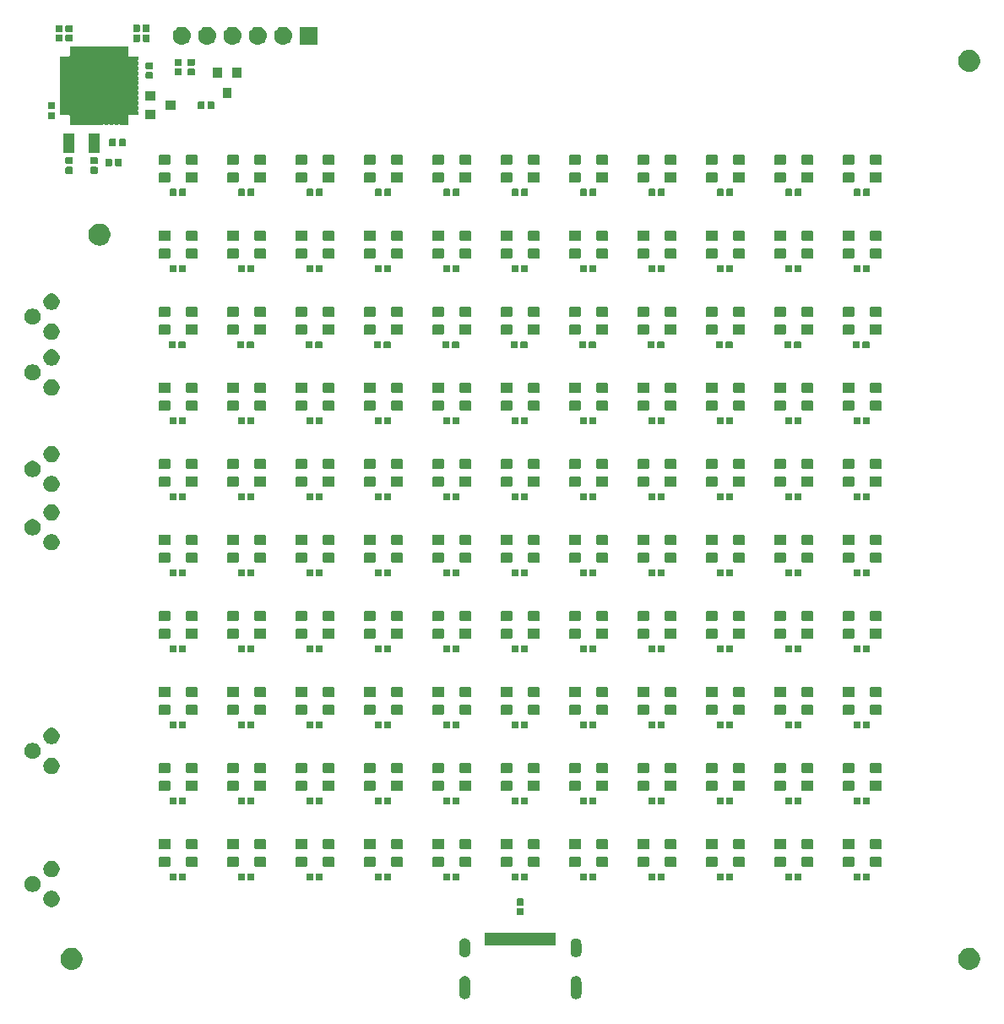
<source format=gbr>
G04 #@! TF.GenerationSoftware,KiCad,Pcbnew,(5.1.4)-1*
G04 #@! TF.CreationDate,2019-12-11T21:26:34-05:00*
G04 #@! TF.ProjectId,main,6d61696e-2e6b-4696-9361-645f70636258,rev?*
G04 #@! TF.SameCoordinates,Original*
G04 #@! TF.FileFunction,Soldermask,Top*
G04 #@! TF.FilePolarity,Negative*
%FSLAX46Y46*%
G04 Gerber Fmt 4.6, Leading zero omitted, Abs format (unit mm)*
G04 Created by KiCad (PCBNEW (5.1.4)-1) date 2019-12-11 21:26:34*
%MOMM*%
%LPD*%
G04 APERTURE LIST*
%ADD10C,0.100000*%
G04 APERTURE END LIST*
D10*
G36*
X44533014Y-96742973D02*
G01*
X44636878Y-96774479D01*
X44680907Y-96798013D01*
X44732599Y-96825643D01*
X44732601Y-96825644D01*
X44732600Y-96825644D01*
X44816501Y-96894499D01*
X44885356Y-96978400D01*
X44936521Y-97074121D01*
X44968027Y-97177985D01*
X44976000Y-97258933D01*
X44976000Y-98513067D01*
X44968027Y-98594015D01*
X44936521Y-98697879D01*
X44936519Y-98697882D01*
X44885357Y-98793600D01*
X44816501Y-98877501D01*
X44732600Y-98946357D01*
X44664055Y-98982995D01*
X44636879Y-98997521D01*
X44533015Y-99029027D01*
X44425000Y-99039666D01*
X44316986Y-99029027D01*
X44213122Y-98997521D01*
X44185946Y-98982995D01*
X44117401Y-98946357D01*
X44033500Y-98877501D01*
X43964644Y-98793600D01*
X43913482Y-98697882D01*
X43913480Y-98697879D01*
X43881974Y-98594015D01*
X43874001Y-98513067D01*
X43874000Y-97258934D01*
X43881973Y-97177986D01*
X43913479Y-97074122D01*
X43964644Y-96978400D01*
X44033499Y-96894499D01*
X44117400Y-96825644D01*
X44117399Y-96825644D01*
X44117401Y-96825643D01*
X44169093Y-96798013D01*
X44213121Y-96774479D01*
X44316985Y-96742973D01*
X44425000Y-96732334D01*
X44533014Y-96742973D01*
X44533014Y-96742973D01*
G37*
G36*
X55683014Y-96742973D02*
G01*
X55786878Y-96774479D01*
X55830907Y-96798013D01*
X55882599Y-96825643D01*
X55882601Y-96825644D01*
X55882600Y-96825644D01*
X55966501Y-96894499D01*
X56035356Y-96978400D01*
X56086521Y-97074121D01*
X56118027Y-97177985D01*
X56126000Y-97258933D01*
X56126000Y-98513067D01*
X56118027Y-98594015D01*
X56086521Y-98697879D01*
X56086519Y-98697882D01*
X56035357Y-98793600D01*
X55966501Y-98877501D01*
X55882600Y-98946357D01*
X55814055Y-98982995D01*
X55786879Y-98997521D01*
X55683015Y-99029027D01*
X55575000Y-99039666D01*
X55466986Y-99029027D01*
X55363122Y-98997521D01*
X55335946Y-98982995D01*
X55267401Y-98946357D01*
X55183500Y-98877501D01*
X55114644Y-98793600D01*
X55063482Y-98697882D01*
X55063480Y-98697879D01*
X55031974Y-98594015D01*
X55024001Y-98513067D01*
X55024000Y-97258934D01*
X55031973Y-97177986D01*
X55063479Y-97074122D01*
X55114644Y-96978400D01*
X55183499Y-96894499D01*
X55267400Y-96825644D01*
X55267399Y-96825644D01*
X55267401Y-96825643D01*
X55319093Y-96798013D01*
X55363121Y-96774479D01*
X55466985Y-96742973D01*
X55575000Y-96732334D01*
X55683014Y-96742973D01*
X55683014Y-96742973D01*
G37*
G36*
X5214795Y-93920156D02*
G01*
X5321150Y-93941311D01*
X5521520Y-94024307D01*
X5701844Y-94144795D01*
X5855205Y-94298156D01*
X5975693Y-94478480D01*
X6058689Y-94678851D01*
X6101000Y-94891560D01*
X6101000Y-95108440D01*
X6058689Y-95321149D01*
X5975693Y-95521520D01*
X5855205Y-95701844D01*
X5701844Y-95855205D01*
X5521520Y-95975693D01*
X5421334Y-96017191D01*
X5321150Y-96058689D01*
X5214794Y-96079845D01*
X5108440Y-96101000D01*
X4891560Y-96101000D01*
X4785206Y-96079845D01*
X4678850Y-96058689D01*
X4578666Y-96017191D01*
X4478480Y-95975693D01*
X4298156Y-95855205D01*
X4144795Y-95701844D01*
X4024307Y-95521520D01*
X3941311Y-95321149D01*
X3899000Y-95108440D01*
X3899000Y-94891560D01*
X3941311Y-94678851D01*
X4024307Y-94478480D01*
X4144795Y-94298156D01*
X4298156Y-94144795D01*
X4478480Y-94024307D01*
X4678850Y-93941311D01*
X4785205Y-93920156D01*
X4891560Y-93899000D01*
X5108440Y-93899000D01*
X5214795Y-93920156D01*
X5214795Y-93920156D01*
G37*
G36*
X95214795Y-93920156D02*
G01*
X95321150Y-93941311D01*
X95521520Y-94024307D01*
X95701844Y-94144795D01*
X95855205Y-94298156D01*
X95975693Y-94478480D01*
X96058689Y-94678851D01*
X96101000Y-94891560D01*
X96101000Y-95108440D01*
X96058689Y-95321149D01*
X95975693Y-95521520D01*
X95855205Y-95701844D01*
X95701844Y-95855205D01*
X95521520Y-95975693D01*
X95321150Y-96058689D01*
X95214794Y-96079845D01*
X95108440Y-96101000D01*
X94891560Y-96101000D01*
X94785206Y-96079845D01*
X94678850Y-96058689D01*
X94578666Y-96017191D01*
X94478480Y-95975693D01*
X94298156Y-95855205D01*
X94144795Y-95701844D01*
X94024307Y-95521520D01*
X93941311Y-95321149D01*
X93899000Y-95108440D01*
X93899000Y-94891560D01*
X93941311Y-94678851D01*
X94024307Y-94478480D01*
X94144795Y-94298156D01*
X94298156Y-94144795D01*
X94478480Y-94024307D01*
X94578666Y-93982809D01*
X94678850Y-93941311D01*
X94785205Y-93920156D01*
X94891560Y-93899000D01*
X95108440Y-93899000D01*
X95214795Y-93920156D01*
X95214795Y-93920156D01*
G37*
G36*
X55683014Y-92942973D02*
G01*
X55786878Y-92974479D01*
X55830907Y-92998013D01*
X55882599Y-93025643D01*
X55882601Y-93025644D01*
X55882600Y-93025644D01*
X55966501Y-93094499D01*
X56035356Y-93178400D01*
X56086521Y-93274121D01*
X56118027Y-93377985D01*
X56126000Y-93458933D01*
X56126000Y-94313067D01*
X56118027Y-94394015D01*
X56086521Y-94497879D01*
X56086519Y-94497882D01*
X56035357Y-94593600D01*
X55966501Y-94677501D01*
X55882600Y-94746357D01*
X55814055Y-94782995D01*
X55786879Y-94797521D01*
X55683015Y-94829027D01*
X55575000Y-94839666D01*
X55466986Y-94829027D01*
X55363122Y-94797521D01*
X55335946Y-94782995D01*
X55267401Y-94746357D01*
X55183500Y-94677501D01*
X55114644Y-94593600D01*
X55063482Y-94497882D01*
X55063480Y-94497879D01*
X55031973Y-94394015D01*
X55024000Y-94313067D01*
X55024000Y-93458934D01*
X55031973Y-93377986D01*
X55063479Y-93274122D01*
X55114644Y-93178400D01*
X55183499Y-93094499D01*
X55267400Y-93025644D01*
X55267399Y-93025644D01*
X55267401Y-93025643D01*
X55319093Y-92998013D01*
X55363121Y-92974479D01*
X55466985Y-92942973D01*
X55575000Y-92932334D01*
X55683014Y-92942973D01*
X55683014Y-92942973D01*
G37*
G36*
X44533014Y-92942973D02*
G01*
X44636878Y-92974479D01*
X44680907Y-92998013D01*
X44732599Y-93025643D01*
X44732601Y-93025644D01*
X44732600Y-93025644D01*
X44816501Y-93094499D01*
X44885356Y-93178400D01*
X44936521Y-93274121D01*
X44968027Y-93377985D01*
X44976000Y-93458933D01*
X44976000Y-94313067D01*
X44968027Y-94394015D01*
X44936521Y-94497879D01*
X44936519Y-94497882D01*
X44885357Y-94593600D01*
X44816501Y-94677501D01*
X44732600Y-94746357D01*
X44664055Y-94782995D01*
X44636879Y-94797521D01*
X44533015Y-94829027D01*
X44425000Y-94839666D01*
X44316986Y-94829027D01*
X44213122Y-94797521D01*
X44185946Y-94782995D01*
X44117401Y-94746357D01*
X44033500Y-94677501D01*
X43964644Y-94593600D01*
X43913482Y-94497882D01*
X43913480Y-94497879D01*
X43881973Y-94394015D01*
X43874000Y-94313067D01*
X43874000Y-93458934D01*
X43881973Y-93377986D01*
X43913479Y-93274122D01*
X43964644Y-93178400D01*
X44033499Y-93094499D01*
X44117400Y-93025644D01*
X44117399Y-93025644D01*
X44117401Y-93025643D01*
X44169093Y-92998013D01*
X44213121Y-92974479D01*
X44316985Y-92942973D01*
X44425000Y-92932334D01*
X44533014Y-92942973D01*
X44533014Y-92942973D01*
G37*
G36*
X53551000Y-93652000D02*
G01*
X46449000Y-93652000D01*
X46449000Y-92400000D01*
X53551000Y-92400000D01*
X53551000Y-93652000D01*
X53551000Y-93652000D01*
G37*
G36*
X50259938Y-89929216D02*
G01*
X50280557Y-89935471D01*
X50299553Y-89945624D01*
X50316208Y-89959292D01*
X50329876Y-89975947D01*
X50340029Y-89994943D01*
X50346284Y-90015562D01*
X50349000Y-90043140D01*
X50349000Y-90501860D01*
X50346284Y-90529438D01*
X50340029Y-90550057D01*
X50329876Y-90569053D01*
X50316208Y-90585708D01*
X50299553Y-90599376D01*
X50280557Y-90609529D01*
X50259938Y-90615784D01*
X50232360Y-90618500D01*
X49723640Y-90618500D01*
X49696062Y-90615784D01*
X49675443Y-90609529D01*
X49656447Y-90599376D01*
X49639792Y-90585708D01*
X49626124Y-90569053D01*
X49615971Y-90550057D01*
X49609716Y-90529438D01*
X49607000Y-90501860D01*
X49607000Y-90043140D01*
X49609716Y-90015562D01*
X49615971Y-89994943D01*
X49626124Y-89975947D01*
X49639792Y-89959292D01*
X49656447Y-89945624D01*
X49675443Y-89935471D01*
X49696062Y-89929216D01*
X49723640Y-89926500D01*
X50232360Y-89926500D01*
X50259938Y-89929216D01*
X50259938Y-89929216D01*
G37*
G36*
X3225142Y-88218242D02*
G01*
X3373101Y-88279529D01*
X3506255Y-88368499D01*
X3619501Y-88481745D01*
X3708471Y-88614899D01*
X3769758Y-88762858D01*
X3801000Y-88919925D01*
X3801000Y-89080075D01*
X3769758Y-89237142D01*
X3708471Y-89385101D01*
X3619501Y-89518255D01*
X3506255Y-89631501D01*
X3373101Y-89720471D01*
X3225142Y-89781758D01*
X3068075Y-89813000D01*
X2907925Y-89813000D01*
X2750858Y-89781758D01*
X2602899Y-89720471D01*
X2469745Y-89631501D01*
X2356499Y-89518255D01*
X2267529Y-89385101D01*
X2206242Y-89237142D01*
X2175000Y-89080075D01*
X2175000Y-88919925D01*
X2206242Y-88762858D01*
X2267529Y-88614899D01*
X2356499Y-88481745D01*
X2469745Y-88368499D01*
X2602899Y-88279529D01*
X2750858Y-88218242D01*
X2907925Y-88187000D01*
X3068075Y-88187000D01*
X3225142Y-88218242D01*
X3225142Y-88218242D01*
G37*
G36*
X50259938Y-88959216D02*
G01*
X50280557Y-88965471D01*
X50299553Y-88975624D01*
X50316208Y-88989292D01*
X50329876Y-89005947D01*
X50340029Y-89024943D01*
X50346284Y-89045562D01*
X50349000Y-89073140D01*
X50349000Y-89531860D01*
X50346284Y-89559438D01*
X50340029Y-89580057D01*
X50329876Y-89599053D01*
X50316208Y-89615708D01*
X50299553Y-89629376D01*
X50280557Y-89639529D01*
X50259938Y-89645784D01*
X50232360Y-89648500D01*
X49723640Y-89648500D01*
X49696062Y-89645784D01*
X49675443Y-89639529D01*
X49656447Y-89629376D01*
X49639792Y-89615708D01*
X49626124Y-89599053D01*
X49615971Y-89580057D01*
X49609716Y-89559438D01*
X49607000Y-89531860D01*
X49607000Y-89073140D01*
X49609716Y-89045562D01*
X49615971Y-89024943D01*
X49626124Y-89005947D01*
X49639792Y-88989292D01*
X49656447Y-88975624D01*
X49675443Y-88965471D01*
X49696062Y-88959216D01*
X49723640Y-88956500D01*
X50232360Y-88956500D01*
X50259938Y-88959216D01*
X50259938Y-88959216D01*
G37*
G36*
X1325142Y-86718242D02*
G01*
X1473101Y-86779529D01*
X1606255Y-86868499D01*
X1719501Y-86981745D01*
X1808471Y-87114899D01*
X1869758Y-87262858D01*
X1901000Y-87419925D01*
X1901000Y-87580075D01*
X1869758Y-87737142D01*
X1808471Y-87885101D01*
X1719501Y-88018255D01*
X1606255Y-88131501D01*
X1473101Y-88220471D01*
X1325142Y-88281758D01*
X1168075Y-88313000D01*
X1007925Y-88313000D01*
X850858Y-88281758D01*
X702899Y-88220471D01*
X569745Y-88131501D01*
X456499Y-88018255D01*
X367529Y-87885101D01*
X306242Y-87737142D01*
X275000Y-87580075D01*
X275000Y-87419925D01*
X306242Y-87262858D01*
X367529Y-87114899D01*
X456499Y-86981745D01*
X569745Y-86868499D01*
X702899Y-86779529D01*
X850858Y-86718242D01*
X1007925Y-86687000D01*
X1168075Y-86687000D01*
X1325142Y-86718242D01*
X1325142Y-86718242D01*
G37*
G36*
X77156538Y-86434716D02*
G01*
X77177157Y-86440971D01*
X77196153Y-86451124D01*
X77212808Y-86464792D01*
X77226476Y-86481447D01*
X77236629Y-86500443D01*
X77242884Y-86521062D01*
X77245600Y-86548640D01*
X77245600Y-87057360D01*
X77242884Y-87084938D01*
X77236629Y-87105557D01*
X77226476Y-87124553D01*
X77212808Y-87141208D01*
X77196153Y-87154876D01*
X77177157Y-87165029D01*
X77156538Y-87171284D01*
X77128960Y-87174000D01*
X76670240Y-87174000D01*
X76642662Y-87171284D01*
X76622043Y-87165029D01*
X76603047Y-87154876D01*
X76586392Y-87141208D01*
X76572724Y-87124553D01*
X76562571Y-87105557D01*
X76556316Y-87084938D01*
X76553600Y-87057360D01*
X76553600Y-86548640D01*
X76556316Y-86521062D01*
X76562571Y-86500443D01*
X76572724Y-86481447D01*
X76586392Y-86464792D01*
X76603047Y-86451124D01*
X76622043Y-86440971D01*
X76642662Y-86434716D01*
X76670240Y-86432000D01*
X77128960Y-86432000D01*
X77156538Y-86434716D01*
X77156538Y-86434716D01*
G37*
G36*
X71268538Y-86434716D02*
G01*
X71289157Y-86440971D01*
X71308153Y-86451124D01*
X71324808Y-86464792D01*
X71338476Y-86481447D01*
X71348629Y-86500443D01*
X71354884Y-86521062D01*
X71357600Y-86548640D01*
X71357600Y-87057360D01*
X71354884Y-87084938D01*
X71348629Y-87105557D01*
X71338476Y-87124553D01*
X71324808Y-87141208D01*
X71308153Y-87154876D01*
X71289157Y-87165029D01*
X71268538Y-87171284D01*
X71240960Y-87174000D01*
X70782240Y-87174000D01*
X70754662Y-87171284D01*
X70734043Y-87165029D01*
X70715047Y-87154876D01*
X70698392Y-87141208D01*
X70684724Y-87124553D01*
X70674571Y-87105557D01*
X70668316Y-87084938D01*
X70665600Y-87057360D01*
X70665600Y-86548640D01*
X70668316Y-86521062D01*
X70674571Y-86500443D01*
X70684724Y-86481447D01*
X70698392Y-86464792D01*
X70715047Y-86451124D01*
X70734043Y-86440971D01*
X70754662Y-86434716D01*
X70782240Y-86432000D01*
X71240960Y-86432000D01*
X71268538Y-86434716D01*
X71268538Y-86434716D01*
G37*
G36*
X70298538Y-86434716D02*
G01*
X70319157Y-86440971D01*
X70338153Y-86451124D01*
X70354808Y-86464792D01*
X70368476Y-86481447D01*
X70378629Y-86500443D01*
X70384884Y-86521062D01*
X70387600Y-86548640D01*
X70387600Y-87057360D01*
X70384884Y-87084938D01*
X70378629Y-87105557D01*
X70368476Y-87124553D01*
X70354808Y-87141208D01*
X70338153Y-87154876D01*
X70319157Y-87165029D01*
X70298538Y-87171284D01*
X70270960Y-87174000D01*
X69812240Y-87174000D01*
X69784662Y-87171284D01*
X69764043Y-87165029D01*
X69745047Y-87154876D01*
X69728392Y-87141208D01*
X69714724Y-87124553D01*
X69704571Y-87105557D01*
X69698316Y-87084938D01*
X69695600Y-87057360D01*
X69695600Y-86548640D01*
X69698316Y-86521062D01*
X69704571Y-86500443D01*
X69714724Y-86481447D01*
X69728392Y-86464792D01*
X69745047Y-86451124D01*
X69764043Y-86440971D01*
X69784662Y-86434716D01*
X69812240Y-86432000D01*
X70270960Y-86432000D01*
X70298538Y-86434716D01*
X70298538Y-86434716D01*
G37*
G36*
X63440538Y-86434716D02*
G01*
X63461157Y-86440971D01*
X63480153Y-86451124D01*
X63496808Y-86464792D01*
X63510476Y-86481447D01*
X63520629Y-86500443D01*
X63526884Y-86521062D01*
X63529600Y-86548640D01*
X63529600Y-87057360D01*
X63526884Y-87084938D01*
X63520629Y-87105557D01*
X63510476Y-87124553D01*
X63496808Y-87141208D01*
X63480153Y-87154876D01*
X63461157Y-87165029D01*
X63440538Y-87171284D01*
X63412960Y-87174000D01*
X62954240Y-87174000D01*
X62926662Y-87171284D01*
X62906043Y-87165029D01*
X62887047Y-87154876D01*
X62870392Y-87141208D01*
X62856724Y-87124553D01*
X62846571Y-87105557D01*
X62840316Y-87084938D01*
X62837600Y-87057360D01*
X62837600Y-86548640D01*
X62840316Y-86521062D01*
X62846571Y-86500443D01*
X62856724Y-86481447D01*
X62870392Y-86464792D01*
X62887047Y-86451124D01*
X62906043Y-86440971D01*
X62926662Y-86434716D01*
X62954240Y-86432000D01*
X63412960Y-86432000D01*
X63440538Y-86434716D01*
X63440538Y-86434716D01*
G37*
G36*
X57552538Y-86434716D02*
G01*
X57573157Y-86440971D01*
X57592153Y-86451124D01*
X57608808Y-86464792D01*
X57622476Y-86481447D01*
X57632629Y-86500443D01*
X57638884Y-86521062D01*
X57641600Y-86548640D01*
X57641600Y-87057360D01*
X57638884Y-87084938D01*
X57632629Y-87105557D01*
X57622476Y-87124553D01*
X57608808Y-87141208D01*
X57592153Y-87154876D01*
X57573157Y-87165029D01*
X57552538Y-87171284D01*
X57524960Y-87174000D01*
X57066240Y-87174000D01*
X57038662Y-87171284D01*
X57018043Y-87165029D01*
X56999047Y-87154876D01*
X56982392Y-87141208D01*
X56968724Y-87124553D01*
X56958571Y-87105557D01*
X56952316Y-87084938D01*
X56949600Y-87057360D01*
X56949600Y-86548640D01*
X56952316Y-86521062D01*
X56958571Y-86500443D01*
X56968724Y-86481447D01*
X56982392Y-86464792D01*
X56999047Y-86451124D01*
X57018043Y-86440971D01*
X57038662Y-86434716D01*
X57066240Y-86432000D01*
X57524960Y-86432000D01*
X57552538Y-86434716D01*
X57552538Y-86434716D01*
G37*
G36*
X56582538Y-86434716D02*
G01*
X56603157Y-86440971D01*
X56622153Y-86451124D01*
X56638808Y-86464792D01*
X56652476Y-86481447D01*
X56662629Y-86500443D01*
X56668884Y-86521062D01*
X56671600Y-86548640D01*
X56671600Y-87057360D01*
X56668884Y-87084938D01*
X56662629Y-87105557D01*
X56652476Y-87124553D01*
X56638808Y-87141208D01*
X56622153Y-87154876D01*
X56603157Y-87165029D01*
X56582538Y-87171284D01*
X56554960Y-87174000D01*
X56096240Y-87174000D01*
X56068662Y-87171284D01*
X56048043Y-87165029D01*
X56029047Y-87154876D01*
X56012392Y-87141208D01*
X55998724Y-87124553D01*
X55988571Y-87105557D01*
X55982316Y-87084938D01*
X55979600Y-87057360D01*
X55979600Y-86548640D01*
X55982316Y-86521062D01*
X55988571Y-86500443D01*
X55998724Y-86481447D01*
X56012392Y-86464792D01*
X56029047Y-86451124D01*
X56048043Y-86440971D01*
X56068662Y-86434716D01*
X56096240Y-86432000D01*
X56554960Y-86432000D01*
X56582538Y-86434716D01*
X56582538Y-86434716D01*
G37*
G36*
X36978538Y-86434716D02*
G01*
X36999157Y-86440971D01*
X37018153Y-86451124D01*
X37034808Y-86464792D01*
X37048476Y-86481447D01*
X37058629Y-86500443D01*
X37064884Y-86521062D01*
X37067600Y-86548640D01*
X37067600Y-87057360D01*
X37064884Y-87084938D01*
X37058629Y-87105557D01*
X37048476Y-87124553D01*
X37034808Y-87141208D01*
X37018153Y-87154876D01*
X36999157Y-87165029D01*
X36978538Y-87171284D01*
X36950960Y-87174000D01*
X36492240Y-87174000D01*
X36464662Y-87171284D01*
X36444043Y-87165029D01*
X36425047Y-87154876D01*
X36408392Y-87141208D01*
X36394724Y-87124553D01*
X36384571Y-87105557D01*
X36378316Y-87084938D01*
X36375600Y-87057360D01*
X36375600Y-86548640D01*
X36378316Y-86521062D01*
X36384571Y-86500443D01*
X36394724Y-86481447D01*
X36408392Y-86464792D01*
X36425047Y-86451124D01*
X36444043Y-86440971D01*
X36464662Y-86434716D01*
X36492240Y-86432000D01*
X36950960Y-86432000D01*
X36978538Y-86434716D01*
X36978538Y-86434716D01*
G37*
G36*
X36008538Y-86434716D02*
G01*
X36029157Y-86440971D01*
X36048153Y-86451124D01*
X36064808Y-86464792D01*
X36078476Y-86481447D01*
X36088629Y-86500443D01*
X36094884Y-86521062D01*
X36097600Y-86548640D01*
X36097600Y-87057360D01*
X36094884Y-87084938D01*
X36088629Y-87105557D01*
X36078476Y-87124553D01*
X36064808Y-87141208D01*
X36048153Y-87154876D01*
X36029157Y-87165029D01*
X36008538Y-87171284D01*
X35980960Y-87174000D01*
X35522240Y-87174000D01*
X35494662Y-87171284D01*
X35474043Y-87165029D01*
X35455047Y-87154876D01*
X35438392Y-87141208D01*
X35424724Y-87124553D01*
X35414571Y-87105557D01*
X35408316Y-87084938D01*
X35405600Y-87057360D01*
X35405600Y-86548640D01*
X35408316Y-86521062D01*
X35414571Y-86500443D01*
X35424724Y-86481447D01*
X35438392Y-86464792D01*
X35455047Y-86451124D01*
X35474043Y-86440971D01*
X35494662Y-86434716D01*
X35522240Y-86432000D01*
X35980960Y-86432000D01*
X36008538Y-86434716D01*
X36008538Y-86434716D01*
G37*
G36*
X16404538Y-86434716D02*
G01*
X16425157Y-86440971D01*
X16444153Y-86451124D01*
X16460808Y-86464792D01*
X16474476Y-86481447D01*
X16484629Y-86500443D01*
X16490884Y-86521062D01*
X16493600Y-86548640D01*
X16493600Y-87057360D01*
X16490884Y-87084938D01*
X16484629Y-87105557D01*
X16474476Y-87124553D01*
X16460808Y-87141208D01*
X16444153Y-87154876D01*
X16425157Y-87165029D01*
X16404538Y-87171284D01*
X16376960Y-87174000D01*
X15918240Y-87174000D01*
X15890662Y-87171284D01*
X15870043Y-87165029D01*
X15851047Y-87154876D01*
X15834392Y-87141208D01*
X15820724Y-87124553D01*
X15810571Y-87105557D01*
X15804316Y-87084938D01*
X15801600Y-87057360D01*
X15801600Y-86548640D01*
X15804316Y-86521062D01*
X15810571Y-86500443D01*
X15820724Y-86481447D01*
X15834392Y-86464792D01*
X15851047Y-86451124D01*
X15870043Y-86440971D01*
X15890662Y-86434716D01*
X15918240Y-86432000D01*
X16376960Y-86432000D01*
X16404538Y-86434716D01*
X16404538Y-86434716D01*
G37*
G36*
X15434538Y-86434716D02*
G01*
X15455157Y-86440971D01*
X15474153Y-86451124D01*
X15490808Y-86464792D01*
X15504476Y-86481447D01*
X15514629Y-86500443D01*
X15520884Y-86521062D01*
X15523600Y-86548640D01*
X15523600Y-87057360D01*
X15520884Y-87084938D01*
X15514629Y-87105557D01*
X15504476Y-87124553D01*
X15490808Y-87141208D01*
X15474153Y-87154876D01*
X15455157Y-87165029D01*
X15434538Y-87171284D01*
X15406960Y-87174000D01*
X14948240Y-87174000D01*
X14920662Y-87171284D01*
X14900043Y-87165029D01*
X14881047Y-87154876D01*
X14864392Y-87141208D01*
X14850724Y-87124553D01*
X14840571Y-87105557D01*
X14834316Y-87084938D01*
X14831600Y-87057360D01*
X14831600Y-86548640D01*
X14834316Y-86521062D01*
X14840571Y-86500443D01*
X14850724Y-86481447D01*
X14864392Y-86464792D01*
X14881047Y-86451124D01*
X14900043Y-86440971D01*
X14920662Y-86434716D01*
X14948240Y-86432000D01*
X15406960Y-86432000D01*
X15434538Y-86434716D01*
X15434538Y-86434716D01*
G37*
G36*
X64410538Y-86434716D02*
G01*
X64431157Y-86440971D01*
X64450153Y-86451124D01*
X64466808Y-86464792D01*
X64480476Y-86481447D01*
X64490629Y-86500443D01*
X64496884Y-86521062D01*
X64499600Y-86548640D01*
X64499600Y-87057360D01*
X64496884Y-87084938D01*
X64490629Y-87105557D01*
X64480476Y-87124553D01*
X64466808Y-87141208D01*
X64450153Y-87154876D01*
X64431157Y-87165029D01*
X64410538Y-87171284D01*
X64382960Y-87174000D01*
X63924240Y-87174000D01*
X63896662Y-87171284D01*
X63876043Y-87165029D01*
X63857047Y-87154876D01*
X63840392Y-87141208D01*
X63826724Y-87124553D01*
X63816571Y-87105557D01*
X63810316Y-87084938D01*
X63807600Y-87057360D01*
X63807600Y-86548640D01*
X63810316Y-86521062D01*
X63816571Y-86500443D01*
X63826724Y-86481447D01*
X63840392Y-86464792D01*
X63857047Y-86451124D01*
X63876043Y-86440971D01*
X63896662Y-86434716D01*
X63924240Y-86432000D01*
X64382960Y-86432000D01*
X64410538Y-86434716D01*
X64410538Y-86434716D01*
G37*
G36*
X78126538Y-86434716D02*
G01*
X78147157Y-86440971D01*
X78166153Y-86451124D01*
X78182808Y-86464792D01*
X78196476Y-86481447D01*
X78206629Y-86500443D01*
X78212884Y-86521062D01*
X78215600Y-86548640D01*
X78215600Y-87057360D01*
X78212884Y-87084938D01*
X78206629Y-87105557D01*
X78196476Y-87124553D01*
X78182808Y-87141208D01*
X78166153Y-87154876D01*
X78147157Y-87165029D01*
X78126538Y-87171284D01*
X78098960Y-87174000D01*
X77640240Y-87174000D01*
X77612662Y-87171284D01*
X77592043Y-87165029D01*
X77573047Y-87154876D01*
X77556392Y-87141208D01*
X77542724Y-87124553D01*
X77532571Y-87105557D01*
X77526316Y-87084938D01*
X77523600Y-87057360D01*
X77523600Y-86548640D01*
X77526316Y-86521062D01*
X77532571Y-86500443D01*
X77542724Y-86481447D01*
X77556392Y-86464792D01*
X77573047Y-86451124D01*
X77592043Y-86440971D01*
X77612662Y-86434716D01*
X77640240Y-86432000D01*
X78098960Y-86432000D01*
X78126538Y-86434716D01*
X78126538Y-86434716D01*
G37*
G36*
X49724538Y-86434716D02*
G01*
X49745157Y-86440971D01*
X49764153Y-86451124D01*
X49780808Y-86464792D01*
X49794476Y-86481447D01*
X49804629Y-86500443D01*
X49810884Y-86521062D01*
X49813600Y-86548640D01*
X49813600Y-87057360D01*
X49810884Y-87084938D01*
X49804629Y-87105557D01*
X49794476Y-87124553D01*
X49780808Y-87141208D01*
X49764153Y-87154876D01*
X49745157Y-87165029D01*
X49724538Y-87171284D01*
X49696960Y-87174000D01*
X49238240Y-87174000D01*
X49210662Y-87171284D01*
X49190043Y-87165029D01*
X49171047Y-87154876D01*
X49154392Y-87141208D01*
X49140724Y-87124553D01*
X49130571Y-87105557D01*
X49124316Y-87084938D01*
X49121600Y-87057360D01*
X49121600Y-86548640D01*
X49124316Y-86521062D01*
X49130571Y-86500443D01*
X49140724Y-86481447D01*
X49154392Y-86464792D01*
X49171047Y-86451124D01*
X49190043Y-86440971D01*
X49210662Y-86434716D01*
X49238240Y-86432000D01*
X49696960Y-86432000D01*
X49724538Y-86434716D01*
X49724538Y-86434716D01*
G37*
G36*
X50694538Y-86434716D02*
G01*
X50715157Y-86440971D01*
X50734153Y-86451124D01*
X50750808Y-86464792D01*
X50764476Y-86481447D01*
X50774629Y-86500443D01*
X50780884Y-86521062D01*
X50783600Y-86548640D01*
X50783600Y-87057360D01*
X50780884Y-87084938D01*
X50774629Y-87105557D01*
X50764476Y-87124553D01*
X50750808Y-87141208D01*
X50734153Y-87154876D01*
X50715157Y-87165029D01*
X50694538Y-87171284D01*
X50666960Y-87174000D01*
X50208240Y-87174000D01*
X50180662Y-87171284D01*
X50160043Y-87165029D01*
X50141047Y-87154876D01*
X50124392Y-87141208D01*
X50110724Y-87124553D01*
X50100571Y-87105557D01*
X50094316Y-87084938D01*
X50091600Y-87057360D01*
X50091600Y-86548640D01*
X50094316Y-86521062D01*
X50100571Y-86500443D01*
X50110724Y-86481447D01*
X50124392Y-86464792D01*
X50141047Y-86451124D01*
X50160043Y-86440971D01*
X50180662Y-86434716D01*
X50208240Y-86432000D01*
X50666960Y-86432000D01*
X50694538Y-86434716D01*
X50694538Y-86434716D01*
G37*
G36*
X84014538Y-86434716D02*
G01*
X84035157Y-86440971D01*
X84054153Y-86451124D01*
X84070808Y-86464792D01*
X84084476Y-86481447D01*
X84094629Y-86500443D01*
X84100884Y-86521062D01*
X84103600Y-86548640D01*
X84103600Y-87057360D01*
X84100884Y-87084938D01*
X84094629Y-87105557D01*
X84084476Y-87124553D01*
X84070808Y-87141208D01*
X84054153Y-87154876D01*
X84035157Y-87165029D01*
X84014538Y-87171284D01*
X83986960Y-87174000D01*
X83528240Y-87174000D01*
X83500662Y-87171284D01*
X83480043Y-87165029D01*
X83461047Y-87154876D01*
X83444392Y-87141208D01*
X83430724Y-87124553D01*
X83420571Y-87105557D01*
X83414316Y-87084938D01*
X83411600Y-87057360D01*
X83411600Y-86548640D01*
X83414316Y-86521062D01*
X83420571Y-86500443D01*
X83430724Y-86481447D01*
X83444392Y-86464792D01*
X83461047Y-86451124D01*
X83480043Y-86440971D01*
X83500662Y-86434716D01*
X83528240Y-86432000D01*
X83986960Y-86432000D01*
X84014538Y-86434716D01*
X84014538Y-86434716D01*
G37*
G36*
X42866538Y-86434716D02*
G01*
X42887157Y-86440971D01*
X42906153Y-86451124D01*
X42922808Y-86464792D01*
X42936476Y-86481447D01*
X42946629Y-86500443D01*
X42952884Y-86521062D01*
X42955600Y-86548640D01*
X42955600Y-87057360D01*
X42952884Y-87084938D01*
X42946629Y-87105557D01*
X42936476Y-87124553D01*
X42922808Y-87141208D01*
X42906153Y-87154876D01*
X42887157Y-87165029D01*
X42866538Y-87171284D01*
X42838960Y-87174000D01*
X42380240Y-87174000D01*
X42352662Y-87171284D01*
X42332043Y-87165029D01*
X42313047Y-87154876D01*
X42296392Y-87141208D01*
X42282724Y-87124553D01*
X42272571Y-87105557D01*
X42266316Y-87084938D01*
X42263600Y-87057360D01*
X42263600Y-86548640D01*
X42266316Y-86521062D01*
X42272571Y-86500443D01*
X42282724Y-86481447D01*
X42296392Y-86464792D01*
X42313047Y-86451124D01*
X42332043Y-86440971D01*
X42352662Y-86434716D01*
X42380240Y-86432000D01*
X42838960Y-86432000D01*
X42866538Y-86434716D01*
X42866538Y-86434716D01*
G37*
G36*
X43836538Y-86434716D02*
G01*
X43857157Y-86440971D01*
X43876153Y-86451124D01*
X43892808Y-86464792D01*
X43906476Y-86481447D01*
X43916629Y-86500443D01*
X43922884Y-86521062D01*
X43925600Y-86548640D01*
X43925600Y-87057360D01*
X43922884Y-87084938D01*
X43916629Y-87105557D01*
X43906476Y-87124553D01*
X43892808Y-87141208D01*
X43876153Y-87154876D01*
X43857157Y-87165029D01*
X43836538Y-87171284D01*
X43808960Y-87174000D01*
X43350240Y-87174000D01*
X43322662Y-87171284D01*
X43302043Y-87165029D01*
X43283047Y-87154876D01*
X43266392Y-87141208D01*
X43252724Y-87124553D01*
X43242571Y-87105557D01*
X43236316Y-87084938D01*
X43233600Y-87057360D01*
X43233600Y-86548640D01*
X43236316Y-86521062D01*
X43242571Y-86500443D01*
X43252724Y-86481447D01*
X43266392Y-86464792D01*
X43283047Y-86451124D01*
X43302043Y-86440971D01*
X43322662Y-86434716D01*
X43350240Y-86432000D01*
X43808960Y-86432000D01*
X43836538Y-86434716D01*
X43836538Y-86434716D01*
G37*
G36*
X29150538Y-86434716D02*
G01*
X29171157Y-86440971D01*
X29190153Y-86451124D01*
X29206808Y-86464792D01*
X29220476Y-86481447D01*
X29230629Y-86500443D01*
X29236884Y-86521062D01*
X29239600Y-86548640D01*
X29239600Y-87057360D01*
X29236884Y-87084938D01*
X29230629Y-87105557D01*
X29220476Y-87124553D01*
X29206808Y-87141208D01*
X29190153Y-87154876D01*
X29171157Y-87165029D01*
X29150538Y-87171284D01*
X29122960Y-87174000D01*
X28664240Y-87174000D01*
X28636662Y-87171284D01*
X28616043Y-87165029D01*
X28597047Y-87154876D01*
X28580392Y-87141208D01*
X28566724Y-87124553D01*
X28556571Y-87105557D01*
X28550316Y-87084938D01*
X28547600Y-87057360D01*
X28547600Y-86548640D01*
X28550316Y-86521062D01*
X28556571Y-86500443D01*
X28566724Y-86481447D01*
X28580392Y-86464792D01*
X28597047Y-86451124D01*
X28616043Y-86440971D01*
X28636662Y-86434716D01*
X28664240Y-86432000D01*
X29122960Y-86432000D01*
X29150538Y-86434716D01*
X29150538Y-86434716D01*
G37*
G36*
X30120538Y-86434716D02*
G01*
X30141157Y-86440971D01*
X30160153Y-86451124D01*
X30176808Y-86464792D01*
X30190476Y-86481447D01*
X30200629Y-86500443D01*
X30206884Y-86521062D01*
X30209600Y-86548640D01*
X30209600Y-87057360D01*
X30206884Y-87084938D01*
X30200629Y-87105557D01*
X30190476Y-87124553D01*
X30176808Y-87141208D01*
X30160153Y-87154876D01*
X30141157Y-87165029D01*
X30120538Y-87171284D01*
X30092960Y-87174000D01*
X29634240Y-87174000D01*
X29606662Y-87171284D01*
X29586043Y-87165029D01*
X29567047Y-87154876D01*
X29550392Y-87141208D01*
X29536724Y-87124553D01*
X29526571Y-87105557D01*
X29520316Y-87084938D01*
X29517600Y-87057360D01*
X29517600Y-86548640D01*
X29520316Y-86521062D01*
X29526571Y-86500443D01*
X29536724Y-86481447D01*
X29550392Y-86464792D01*
X29567047Y-86451124D01*
X29586043Y-86440971D01*
X29606662Y-86434716D01*
X29634240Y-86432000D01*
X30092960Y-86432000D01*
X30120538Y-86434716D01*
X30120538Y-86434716D01*
G37*
G36*
X22292538Y-86434716D02*
G01*
X22313157Y-86440971D01*
X22332153Y-86451124D01*
X22348808Y-86464792D01*
X22362476Y-86481447D01*
X22372629Y-86500443D01*
X22378884Y-86521062D01*
X22381600Y-86548640D01*
X22381600Y-87057360D01*
X22378884Y-87084938D01*
X22372629Y-87105557D01*
X22362476Y-87124553D01*
X22348808Y-87141208D01*
X22332153Y-87154876D01*
X22313157Y-87165029D01*
X22292538Y-87171284D01*
X22264960Y-87174000D01*
X21806240Y-87174000D01*
X21778662Y-87171284D01*
X21758043Y-87165029D01*
X21739047Y-87154876D01*
X21722392Y-87141208D01*
X21708724Y-87124553D01*
X21698571Y-87105557D01*
X21692316Y-87084938D01*
X21689600Y-87057360D01*
X21689600Y-86548640D01*
X21692316Y-86521062D01*
X21698571Y-86500443D01*
X21708724Y-86481447D01*
X21722392Y-86464792D01*
X21739047Y-86451124D01*
X21758043Y-86440971D01*
X21778662Y-86434716D01*
X21806240Y-86432000D01*
X22264960Y-86432000D01*
X22292538Y-86434716D01*
X22292538Y-86434716D01*
G37*
G36*
X84984538Y-86434716D02*
G01*
X85005157Y-86440971D01*
X85024153Y-86451124D01*
X85040808Y-86464792D01*
X85054476Y-86481447D01*
X85064629Y-86500443D01*
X85070884Y-86521062D01*
X85073600Y-86548640D01*
X85073600Y-87057360D01*
X85070884Y-87084938D01*
X85064629Y-87105557D01*
X85054476Y-87124553D01*
X85040808Y-87141208D01*
X85024153Y-87154876D01*
X85005157Y-87165029D01*
X84984538Y-87171284D01*
X84956960Y-87174000D01*
X84498240Y-87174000D01*
X84470662Y-87171284D01*
X84450043Y-87165029D01*
X84431047Y-87154876D01*
X84414392Y-87141208D01*
X84400724Y-87124553D01*
X84390571Y-87105557D01*
X84384316Y-87084938D01*
X84381600Y-87057360D01*
X84381600Y-86548640D01*
X84384316Y-86521062D01*
X84390571Y-86500443D01*
X84400724Y-86481447D01*
X84414392Y-86464792D01*
X84431047Y-86451124D01*
X84450043Y-86440971D01*
X84470662Y-86434716D01*
X84498240Y-86432000D01*
X84956960Y-86432000D01*
X84984538Y-86434716D01*
X84984538Y-86434716D01*
G37*
G36*
X23262538Y-86434716D02*
G01*
X23283157Y-86440971D01*
X23302153Y-86451124D01*
X23318808Y-86464792D01*
X23332476Y-86481447D01*
X23342629Y-86500443D01*
X23348884Y-86521062D01*
X23351600Y-86548640D01*
X23351600Y-87057360D01*
X23348884Y-87084938D01*
X23342629Y-87105557D01*
X23332476Y-87124553D01*
X23318808Y-87141208D01*
X23302153Y-87154876D01*
X23283157Y-87165029D01*
X23262538Y-87171284D01*
X23234960Y-87174000D01*
X22776240Y-87174000D01*
X22748662Y-87171284D01*
X22728043Y-87165029D01*
X22709047Y-87154876D01*
X22692392Y-87141208D01*
X22678724Y-87124553D01*
X22668571Y-87105557D01*
X22662316Y-87084938D01*
X22659600Y-87057360D01*
X22659600Y-86548640D01*
X22662316Y-86521062D01*
X22668571Y-86500443D01*
X22678724Y-86481447D01*
X22692392Y-86464792D01*
X22709047Y-86451124D01*
X22728043Y-86440971D01*
X22748662Y-86434716D01*
X22776240Y-86432000D01*
X23234960Y-86432000D01*
X23262538Y-86434716D01*
X23262538Y-86434716D01*
G37*
G36*
X3225142Y-85218242D02*
G01*
X3373101Y-85279529D01*
X3506255Y-85368499D01*
X3619501Y-85481745D01*
X3708471Y-85614899D01*
X3769758Y-85762858D01*
X3801000Y-85919925D01*
X3801000Y-86080075D01*
X3769758Y-86237142D01*
X3708471Y-86385101D01*
X3619501Y-86518255D01*
X3506255Y-86631501D01*
X3373101Y-86720471D01*
X3225142Y-86781758D01*
X3068075Y-86813000D01*
X2907925Y-86813000D01*
X2750858Y-86781758D01*
X2602899Y-86720471D01*
X2469745Y-86631501D01*
X2356499Y-86518255D01*
X2267529Y-86385101D01*
X2206242Y-86237142D01*
X2175000Y-86080075D01*
X2175000Y-85919925D01*
X2206242Y-85762858D01*
X2267529Y-85614899D01*
X2356499Y-85481745D01*
X2469745Y-85368499D01*
X2602899Y-85279529D01*
X2750858Y-85218242D01*
X2907925Y-85187000D01*
X3068075Y-85187000D01*
X3225142Y-85218242D01*
X3225142Y-85218242D01*
G37*
G36*
X21630560Y-84783205D02*
G01*
X21665713Y-84793869D01*
X21698110Y-84811186D01*
X21726509Y-84834491D01*
X21749814Y-84862890D01*
X21767131Y-84895287D01*
X21777795Y-84930440D01*
X21782000Y-84973140D01*
X21782000Y-85586860D01*
X21777795Y-85629560D01*
X21767131Y-85664713D01*
X21749814Y-85697110D01*
X21726509Y-85725509D01*
X21698110Y-85748814D01*
X21665713Y-85766131D01*
X21630560Y-85776795D01*
X21587860Y-85781000D01*
X20774140Y-85781000D01*
X20731440Y-85776795D01*
X20696287Y-85766131D01*
X20663890Y-85748814D01*
X20635491Y-85725509D01*
X20612186Y-85697110D01*
X20594869Y-85664713D01*
X20584205Y-85629560D01*
X20580000Y-85586860D01*
X20580000Y-84973140D01*
X20584205Y-84930440D01*
X20594869Y-84895287D01*
X20612186Y-84862890D01*
X20635491Y-84834491D01*
X20663890Y-84811186D01*
X20696287Y-84793869D01*
X20731440Y-84783205D01*
X20774140Y-84779000D01*
X21587860Y-84779000D01*
X21630560Y-84783205D01*
X21630560Y-84783205D01*
G37*
G36*
X17502560Y-84783205D02*
G01*
X17537713Y-84793869D01*
X17570110Y-84811186D01*
X17598509Y-84834491D01*
X17621814Y-84862890D01*
X17639131Y-84895287D01*
X17649795Y-84930440D01*
X17654000Y-84973140D01*
X17654000Y-85586860D01*
X17649795Y-85629560D01*
X17639131Y-85664713D01*
X17621814Y-85697110D01*
X17598509Y-85725509D01*
X17570110Y-85748814D01*
X17537713Y-85766131D01*
X17502560Y-85776795D01*
X17459860Y-85781000D01*
X16646140Y-85781000D01*
X16603440Y-85776795D01*
X16568287Y-85766131D01*
X16535890Y-85748814D01*
X16507491Y-85725509D01*
X16484186Y-85697110D01*
X16466869Y-85664713D01*
X16456205Y-85629560D01*
X16452000Y-85586860D01*
X16452000Y-84973140D01*
X16456205Y-84930440D01*
X16466869Y-84895287D01*
X16484186Y-84862890D01*
X16507491Y-84834491D01*
X16535890Y-84811186D01*
X16568287Y-84793869D01*
X16603440Y-84783205D01*
X16646140Y-84779000D01*
X17459860Y-84779000D01*
X17502560Y-84783205D01*
X17502560Y-84783205D01*
G37*
G36*
X14772560Y-84783205D02*
G01*
X14807713Y-84793869D01*
X14840110Y-84811186D01*
X14868509Y-84834491D01*
X14891814Y-84862890D01*
X14909131Y-84895287D01*
X14919795Y-84930440D01*
X14924000Y-84973140D01*
X14924000Y-85586860D01*
X14919795Y-85629560D01*
X14909131Y-85664713D01*
X14891814Y-85697110D01*
X14868509Y-85725509D01*
X14840110Y-85748814D01*
X14807713Y-85766131D01*
X14772560Y-85776795D01*
X14729860Y-85781000D01*
X13916140Y-85781000D01*
X13873440Y-85776795D01*
X13838287Y-85766131D01*
X13805890Y-85748814D01*
X13777491Y-85725509D01*
X13754186Y-85697110D01*
X13736869Y-85664713D01*
X13726205Y-85629560D01*
X13722000Y-85586860D01*
X13722000Y-84973140D01*
X13726205Y-84930440D01*
X13736869Y-84895287D01*
X13754186Y-84862890D01*
X13777491Y-84834491D01*
X13805890Y-84811186D01*
X13838287Y-84793869D01*
X13873440Y-84783205D01*
X13916140Y-84779000D01*
X14729860Y-84779000D01*
X14772560Y-84783205D01*
X14772560Y-84783205D01*
G37*
G36*
X86082560Y-84783205D02*
G01*
X86117713Y-84793869D01*
X86150110Y-84811186D01*
X86178509Y-84834491D01*
X86201814Y-84862890D01*
X86219131Y-84895287D01*
X86229795Y-84930440D01*
X86234000Y-84973140D01*
X86234000Y-85586860D01*
X86229795Y-85629560D01*
X86219131Y-85664713D01*
X86201814Y-85697110D01*
X86178509Y-85725509D01*
X86150110Y-85748814D01*
X86117713Y-85766131D01*
X86082560Y-85776795D01*
X86039860Y-85781000D01*
X85226140Y-85781000D01*
X85183440Y-85776795D01*
X85148287Y-85766131D01*
X85115890Y-85748814D01*
X85087491Y-85725509D01*
X85064186Y-85697110D01*
X85046869Y-85664713D01*
X85036205Y-85629560D01*
X85032000Y-85586860D01*
X85032000Y-84973140D01*
X85036205Y-84930440D01*
X85046869Y-84895287D01*
X85064186Y-84862890D01*
X85087491Y-84834491D01*
X85115890Y-84811186D01*
X85148287Y-84793869D01*
X85183440Y-84783205D01*
X85226140Y-84779000D01*
X86039860Y-84779000D01*
X86082560Y-84783205D01*
X86082560Y-84783205D01*
G37*
G36*
X83352560Y-84783205D02*
G01*
X83387713Y-84793869D01*
X83420110Y-84811186D01*
X83448509Y-84834491D01*
X83471814Y-84862890D01*
X83489131Y-84895287D01*
X83499795Y-84930440D01*
X83504000Y-84973140D01*
X83504000Y-85586860D01*
X83499795Y-85629560D01*
X83489131Y-85664713D01*
X83471814Y-85697110D01*
X83448509Y-85725509D01*
X83420110Y-85748814D01*
X83387713Y-85766131D01*
X83352560Y-85776795D01*
X83309860Y-85781000D01*
X82496140Y-85781000D01*
X82453440Y-85776795D01*
X82418287Y-85766131D01*
X82385890Y-85748814D01*
X82357491Y-85725509D01*
X82334186Y-85697110D01*
X82316869Y-85664713D01*
X82306205Y-85629560D01*
X82302000Y-85586860D01*
X82302000Y-84973140D01*
X82306205Y-84930440D01*
X82316869Y-84895287D01*
X82334186Y-84862890D01*
X82357491Y-84834491D01*
X82385890Y-84811186D01*
X82418287Y-84793869D01*
X82453440Y-84783205D01*
X82496140Y-84779000D01*
X83309860Y-84779000D01*
X83352560Y-84783205D01*
X83352560Y-84783205D01*
G37*
G36*
X24360560Y-84783205D02*
G01*
X24395713Y-84793869D01*
X24428110Y-84811186D01*
X24456509Y-84834491D01*
X24479814Y-84862890D01*
X24497131Y-84895287D01*
X24507795Y-84930440D01*
X24512000Y-84973140D01*
X24512000Y-85586860D01*
X24507795Y-85629560D01*
X24497131Y-85664713D01*
X24479814Y-85697110D01*
X24456509Y-85725509D01*
X24428110Y-85748814D01*
X24395713Y-85766131D01*
X24360560Y-85776795D01*
X24317860Y-85781000D01*
X23504140Y-85781000D01*
X23461440Y-85776795D01*
X23426287Y-85766131D01*
X23393890Y-85748814D01*
X23365491Y-85725509D01*
X23342186Y-85697110D01*
X23324869Y-85664713D01*
X23314205Y-85629560D01*
X23310000Y-85586860D01*
X23310000Y-84973140D01*
X23314205Y-84930440D01*
X23324869Y-84895287D01*
X23342186Y-84862890D01*
X23365491Y-84834491D01*
X23393890Y-84811186D01*
X23426287Y-84793869D01*
X23461440Y-84783205D01*
X23504140Y-84779000D01*
X24317860Y-84779000D01*
X24360560Y-84783205D01*
X24360560Y-84783205D01*
G37*
G36*
X28488560Y-84783205D02*
G01*
X28523713Y-84793869D01*
X28556110Y-84811186D01*
X28584509Y-84834491D01*
X28607814Y-84862890D01*
X28625131Y-84895287D01*
X28635795Y-84930440D01*
X28640000Y-84973140D01*
X28640000Y-85586860D01*
X28635795Y-85629560D01*
X28625131Y-85664713D01*
X28607814Y-85697110D01*
X28584509Y-85725509D01*
X28556110Y-85748814D01*
X28523713Y-85766131D01*
X28488560Y-85776795D01*
X28445860Y-85781000D01*
X27632140Y-85781000D01*
X27589440Y-85776795D01*
X27554287Y-85766131D01*
X27521890Y-85748814D01*
X27493491Y-85725509D01*
X27470186Y-85697110D01*
X27452869Y-85664713D01*
X27442205Y-85629560D01*
X27438000Y-85586860D01*
X27438000Y-84973140D01*
X27442205Y-84930440D01*
X27452869Y-84895287D01*
X27470186Y-84862890D01*
X27493491Y-84834491D01*
X27521890Y-84811186D01*
X27554287Y-84793869D01*
X27589440Y-84783205D01*
X27632140Y-84779000D01*
X28445860Y-84779000D01*
X28488560Y-84783205D01*
X28488560Y-84783205D01*
G37*
G36*
X79224560Y-84783205D02*
G01*
X79259713Y-84793869D01*
X79292110Y-84811186D01*
X79320509Y-84834491D01*
X79343814Y-84862890D01*
X79361131Y-84895287D01*
X79371795Y-84930440D01*
X79376000Y-84973140D01*
X79376000Y-85586860D01*
X79371795Y-85629560D01*
X79361131Y-85664713D01*
X79343814Y-85697110D01*
X79320509Y-85725509D01*
X79292110Y-85748814D01*
X79259713Y-85766131D01*
X79224560Y-85776795D01*
X79181860Y-85781000D01*
X78368140Y-85781000D01*
X78325440Y-85776795D01*
X78290287Y-85766131D01*
X78257890Y-85748814D01*
X78229491Y-85725509D01*
X78206186Y-85697110D01*
X78188869Y-85664713D01*
X78178205Y-85629560D01*
X78174000Y-85586860D01*
X78174000Y-84973140D01*
X78178205Y-84930440D01*
X78188869Y-84895287D01*
X78206186Y-84862890D01*
X78229491Y-84834491D01*
X78257890Y-84811186D01*
X78290287Y-84793869D01*
X78325440Y-84783205D01*
X78368140Y-84779000D01*
X79181860Y-84779000D01*
X79224560Y-84783205D01*
X79224560Y-84783205D01*
G37*
G36*
X76494560Y-84783205D02*
G01*
X76529713Y-84793869D01*
X76562110Y-84811186D01*
X76590509Y-84834491D01*
X76613814Y-84862890D01*
X76631131Y-84895287D01*
X76641795Y-84930440D01*
X76646000Y-84973140D01*
X76646000Y-85586860D01*
X76641795Y-85629560D01*
X76631131Y-85664713D01*
X76613814Y-85697110D01*
X76590509Y-85725509D01*
X76562110Y-85748814D01*
X76529713Y-85766131D01*
X76494560Y-85776795D01*
X76451860Y-85781000D01*
X75638140Y-85781000D01*
X75595440Y-85776795D01*
X75560287Y-85766131D01*
X75527890Y-85748814D01*
X75499491Y-85725509D01*
X75476186Y-85697110D01*
X75458869Y-85664713D01*
X75448205Y-85629560D01*
X75444000Y-85586860D01*
X75444000Y-84973140D01*
X75448205Y-84930440D01*
X75458869Y-84895287D01*
X75476186Y-84862890D01*
X75499491Y-84834491D01*
X75527890Y-84811186D01*
X75560287Y-84793869D01*
X75595440Y-84783205D01*
X75638140Y-84779000D01*
X76451860Y-84779000D01*
X76494560Y-84783205D01*
X76494560Y-84783205D01*
G37*
G36*
X31218560Y-84783205D02*
G01*
X31253713Y-84793869D01*
X31286110Y-84811186D01*
X31314509Y-84834491D01*
X31337814Y-84862890D01*
X31355131Y-84895287D01*
X31365795Y-84930440D01*
X31370000Y-84973140D01*
X31370000Y-85586860D01*
X31365795Y-85629560D01*
X31355131Y-85664713D01*
X31337814Y-85697110D01*
X31314509Y-85725509D01*
X31286110Y-85748814D01*
X31253713Y-85766131D01*
X31218560Y-85776795D01*
X31175860Y-85781000D01*
X30362140Y-85781000D01*
X30319440Y-85776795D01*
X30284287Y-85766131D01*
X30251890Y-85748814D01*
X30223491Y-85725509D01*
X30200186Y-85697110D01*
X30182869Y-85664713D01*
X30172205Y-85629560D01*
X30168000Y-85586860D01*
X30168000Y-84973140D01*
X30172205Y-84930440D01*
X30182869Y-84895287D01*
X30200186Y-84862890D01*
X30223491Y-84834491D01*
X30251890Y-84811186D01*
X30284287Y-84793869D01*
X30319440Y-84783205D01*
X30362140Y-84779000D01*
X31175860Y-84779000D01*
X31218560Y-84783205D01*
X31218560Y-84783205D01*
G37*
G36*
X72366560Y-84783205D02*
G01*
X72401713Y-84793869D01*
X72434110Y-84811186D01*
X72462509Y-84834491D01*
X72485814Y-84862890D01*
X72503131Y-84895287D01*
X72513795Y-84930440D01*
X72518000Y-84973140D01*
X72518000Y-85586860D01*
X72513795Y-85629560D01*
X72503131Y-85664713D01*
X72485814Y-85697110D01*
X72462509Y-85725509D01*
X72434110Y-85748814D01*
X72401713Y-85766131D01*
X72366560Y-85776795D01*
X72323860Y-85781000D01*
X71510140Y-85781000D01*
X71467440Y-85776795D01*
X71432287Y-85766131D01*
X71399890Y-85748814D01*
X71371491Y-85725509D01*
X71348186Y-85697110D01*
X71330869Y-85664713D01*
X71320205Y-85629560D01*
X71316000Y-85586860D01*
X71316000Y-84973140D01*
X71320205Y-84930440D01*
X71330869Y-84895287D01*
X71348186Y-84862890D01*
X71371491Y-84834491D01*
X71399890Y-84811186D01*
X71432287Y-84793869D01*
X71467440Y-84783205D01*
X71510140Y-84779000D01*
X72323860Y-84779000D01*
X72366560Y-84783205D01*
X72366560Y-84783205D01*
G37*
G36*
X38076560Y-84783205D02*
G01*
X38111713Y-84793869D01*
X38144110Y-84811186D01*
X38172509Y-84834491D01*
X38195814Y-84862890D01*
X38213131Y-84895287D01*
X38223795Y-84930440D01*
X38228000Y-84973140D01*
X38228000Y-85586860D01*
X38223795Y-85629560D01*
X38213131Y-85664713D01*
X38195814Y-85697110D01*
X38172509Y-85725509D01*
X38144110Y-85748814D01*
X38111713Y-85766131D01*
X38076560Y-85776795D01*
X38033860Y-85781000D01*
X37220140Y-85781000D01*
X37177440Y-85776795D01*
X37142287Y-85766131D01*
X37109890Y-85748814D01*
X37081491Y-85725509D01*
X37058186Y-85697110D01*
X37040869Y-85664713D01*
X37030205Y-85629560D01*
X37026000Y-85586860D01*
X37026000Y-84973140D01*
X37030205Y-84930440D01*
X37040869Y-84895287D01*
X37058186Y-84862890D01*
X37081491Y-84834491D01*
X37109890Y-84811186D01*
X37142287Y-84793869D01*
X37177440Y-84783205D01*
X37220140Y-84779000D01*
X38033860Y-84779000D01*
X38076560Y-84783205D01*
X38076560Y-84783205D01*
G37*
G36*
X69636560Y-84783205D02*
G01*
X69671713Y-84793869D01*
X69704110Y-84811186D01*
X69732509Y-84834491D01*
X69755814Y-84862890D01*
X69773131Y-84895287D01*
X69783795Y-84930440D01*
X69788000Y-84973140D01*
X69788000Y-85586860D01*
X69783795Y-85629560D01*
X69773131Y-85664713D01*
X69755814Y-85697110D01*
X69732509Y-85725509D01*
X69704110Y-85748814D01*
X69671713Y-85766131D01*
X69636560Y-85776795D01*
X69593860Y-85781000D01*
X68780140Y-85781000D01*
X68737440Y-85776795D01*
X68702287Y-85766131D01*
X68669890Y-85748814D01*
X68641491Y-85725509D01*
X68618186Y-85697110D01*
X68600869Y-85664713D01*
X68590205Y-85629560D01*
X68586000Y-85586860D01*
X68586000Y-84973140D01*
X68590205Y-84930440D01*
X68600869Y-84895287D01*
X68618186Y-84862890D01*
X68641491Y-84834491D01*
X68669890Y-84811186D01*
X68702287Y-84793869D01*
X68737440Y-84783205D01*
X68780140Y-84779000D01*
X69593860Y-84779000D01*
X69636560Y-84783205D01*
X69636560Y-84783205D01*
G37*
G36*
X35346560Y-84783205D02*
G01*
X35381713Y-84793869D01*
X35414110Y-84811186D01*
X35442509Y-84834491D01*
X35465814Y-84862890D01*
X35483131Y-84895287D01*
X35493795Y-84930440D01*
X35498000Y-84973140D01*
X35498000Y-85586860D01*
X35493795Y-85629560D01*
X35483131Y-85664713D01*
X35465814Y-85697110D01*
X35442509Y-85725509D01*
X35414110Y-85748814D01*
X35381713Y-85766131D01*
X35346560Y-85776795D01*
X35303860Y-85781000D01*
X34490140Y-85781000D01*
X34447440Y-85776795D01*
X34412287Y-85766131D01*
X34379890Y-85748814D01*
X34351491Y-85725509D01*
X34328186Y-85697110D01*
X34310869Y-85664713D01*
X34300205Y-85629560D01*
X34296000Y-85586860D01*
X34296000Y-84973140D01*
X34300205Y-84930440D01*
X34310869Y-84895287D01*
X34328186Y-84862890D01*
X34351491Y-84834491D01*
X34379890Y-84811186D01*
X34412287Y-84793869D01*
X34447440Y-84783205D01*
X34490140Y-84779000D01*
X35303860Y-84779000D01*
X35346560Y-84783205D01*
X35346560Y-84783205D01*
G37*
G36*
X51792560Y-84783205D02*
G01*
X51827713Y-84793869D01*
X51860110Y-84811186D01*
X51888509Y-84834491D01*
X51911814Y-84862890D01*
X51929131Y-84895287D01*
X51939795Y-84930440D01*
X51944000Y-84973140D01*
X51944000Y-85586860D01*
X51939795Y-85629560D01*
X51929131Y-85664713D01*
X51911814Y-85697110D01*
X51888509Y-85725509D01*
X51860110Y-85748814D01*
X51827713Y-85766131D01*
X51792560Y-85776795D01*
X51749860Y-85781000D01*
X50936140Y-85781000D01*
X50893440Y-85776795D01*
X50858287Y-85766131D01*
X50825890Y-85748814D01*
X50797491Y-85725509D01*
X50774186Y-85697110D01*
X50756869Y-85664713D01*
X50746205Y-85629560D01*
X50742000Y-85586860D01*
X50742000Y-84973140D01*
X50746205Y-84930440D01*
X50756869Y-84895287D01*
X50774186Y-84862890D01*
X50797491Y-84834491D01*
X50825890Y-84811186D01*
X50858287Y-84793869D01*
X50893440Y-84783205D01*
X50936140Y-84779000D01*
X51749860Y-84779000D01*
X51792560Y-84783205D01*
X51792560Y-84783205D01*
G37*
G36*
X55920560Y-84783205D02*
G01*
X55955713Y-84793869D01*
X55988110Y-84811186D01*
X56016509Y-84834491D01*
X56039814Y-84862890D01*
X56057131Y-84895287D01*
X56067795Y-84930440D01*
X56072000Y-84973140D01*
X56072000Y-85586860D01*
X56067795Y-85629560D01*
X56057131Y-85664713D01*
X56039814Y-85697110D01*
X56016509Y-85725509D01*
X55988110Y-85748814D01*
X55955713Y-85766131D01*
X55920560Y-85776795D01*
X55877860Y-85781000D01*
X55064140Y-85781000D01*
X55021440Y-85776795D01*
X54986287Y-85766131D01*
X54953890Y-85748814D01*
X54925491Y-85725509D01*
X54902186Y-85697110D01*
X54884869Y-85664713D01*
X54874205Y-85629560D01*
X54870000Y-85586860D01*
X54870000Y-84973140D01*
X54874205Y-84930440D01*
X54884869Y-84895287D01*
X54902186Y-84862890D01*
X54925491Y-84834491D01*
X54953890Y-84811186D01*
X54986287Y-84793869D01*
X55021440Y-84783205D01*
X55064140Y-84779000D01*
X55877860Y-84779000D01*
X55920560Y-84783205D01*
X55920560Y-84783205D01*
G37*
G36*
X58650560Y-84783205D02*
G01*
X58685713Y-84793869D01*
X58718110Y-84811186D01*
X58746509Y-84834491D01*
X58769814Y-84862890D01*
X58787131Y-84895287D01*
X58797795Y-84930440D01*
X58802000Y-84973140D01*
X58802000Y-85586860D01*
X58797795Y-85629560D01*
X58787131Y-85664713D01*
X58769814Y-85697110D01*
X58746509Y-85725509D01*
X58718110Y-85748814D01*
X58685713Y-85766131D01*
X58650560Y-85776795D01*
X58607860Y-85781000D01*
X57794140Y-85781000D01*
X57751440Y-85776795D01*
X57716287Y-85766131D01*
X57683890Y-85748814D01*
X57655491Y-85725509D01*
X57632186Y-85697110D01*
X57614869Y-85664713D01*
X57604205Y-85629560D01*
X57600000Y-85586860D01*
X57600000Y-84973140D01*
X57604205Y-84930440D01*
X57614869Y-84895287D01*
X57632186Y-84862890D01*
X57655491Y-84834491D01*
X57683890Y-84811186D01*
X57716287Y-84793869D01*
X57751440Y-84783205D01*
X57794140Y-84779000D01*
X58607860Y-84779000D01*
X58650560Y-84783205D01*
X58650560Y-84783205D01*
G37*
G36*
X49062560Y-84783205D02*
G01*
X49097713Y-84793869D01*
X49130110Y-84811186D01*
X49158509Y-84834491D01*
X49181814Y-84862890D01*
X49199131Y-84895287D01*
X49209795Y-84930440D01*
X49214000Y-84973140D01*
X49214000Y-85586860D01*
X49209795Y-85629560D01*
X49199131Y-85664713D01*
X49181814Y-85697110D01*
X49158509Y-85725509D01*
X49130110Y-85748814D01*
X49097713Y-85766131D01*
X49062560Y-85776795D01*
X49019860Y-85781000D01*
X48206140Y-85781000D01*
X48163440Y-85776795D01*
X48128287Y-85766131D01*
X48095890Y-85748814D01*
X48067491Y-85725509D01*
X48044186Y-85697110D01*
X48026869Y-85664713D01*
X48016205Y-85629560D01*
X48012000Y-85586860D01*
X48012000Y-84973140D01*
X48016205Y-84930440D01*
X48026869Y-84895287D01*
X48044186Y-84862890D01*
X48067491Y-84834491D01*
X48095890Y-84811186D01*
X48128287Y-84793869D01*
X48163440Y-84783205D01*
X48206140Y-84779000D01*
X49019860Y-84779000D01*
X49062560Y-84783205D01*
X49062560Y-84783205D01*
G37*
G36*
X44934560Y-84783205D02*
G01*
X44969713Y-84793869D01*
X45002110Y-84811186D01*
X45030509Y-84834491D01*
X45053814Y-84862890D01*
X45071131Y-84895287D01*
X45081795Y-84930440D01*
X45086000Y-84973140D01*
X45086000Y-85586860D01*
X45081795Y-85629560D01*
X45071131Y-85664713D01*
X45053814Y-85697110D01*
X45030509Y-85725509D01*
X45002110Y-85748814D01*
X44969713Y-85766131D01*
X44934560Y-85776795D01*
X44891860Y-85781000D01*
X44078140Y-85781000D01*
X44035440Y-85776795D01*
X44000287Y-85766131D01*
X43967890Y-85748814D01*
X43939491Y-85725509D01*
X43916186Y-85697110D01*
X43898869Y-85664713D01*
X43888205Y-85629560D01*
X43884000Y-85586860D01*
X43884000Y-84973140D01*
X43888205Y-84930440D01*
X43898869Y-84895287D01*
X43916186Y-84862890D01*
X43939491Y-84834491D01*
X43967890Y-84811186D01*
X44000287Y-84793869D01*
X44035440Y-84783205D01*
X44078140Y-84779000D01*
X44891860Y-84779000D01*
X44934560Y-84783205D01*
X44934560Y-84783205D01*
G37*
G36*
X62778560Y-84783205D02*
G01*
X62813713Y-84793869D01*
X62846110Y-84811186D01*
X62874509Y-84834491D01*
X62897814Y-84862890D01*
X62915131Y-84895287D01*
X62925795Y-84930440D01*
X62930000Y-84973140D01*
X62930000Y-85586860D01*
X62925795Y-85629560D01*
X62915131Y-85664713D01*
X62897814Y-85697110D01*
X62874509Y-85725509D01*
X62846110Y-85748814D01*
X62813713Y-85766131D01*
X62778560Y-85776795D01*
X62735860Y-85781000D01*
X61922140Y-85781000D01*
X61879440Y-85776795D01*
X61844287Y-85766131D01*
X61811890Y-85748814D01*
X61783491Y-85725509D01*
X61760186Y-85697110D01*
X61742869Y-85664713D01*
X61732205Y-85629560D01*
X61728000Y-85586860D01*
X61728000Y-84973140D01*
X61732205Y-84930440D01*
X61742869Y-84895287D01*
X61760186Y-84862890D01*
X61783491Y-84834491D01*
X61811890Y-84811186D01*
X61844287Y-84793869D01*
X61879440Y-84783205D01*
X61922140Y-84779000D01*
X62735860Y-84779000D01*
X62778560Y-84783205D01*
X62778560Y-84783205D01*
G37*
G36*
X65508560Y-84783205D02*
G01*
X65543713Y-84793869D01*
X65576110Y-84811186D01*
X65604509Y-84834491D01*
X65627814Y-84862890D01*
X65645131Y-84895287D01*
X65655795Y-84930440D01*
X65660000Y-84973140D01*
X65660000Y-85586860D01*
X65655795Y-85629560D01*
X65645131Y-85664713D01*
X65627814Y-85697110D01*
X65604509Y-85725509D01*
X65576110Y-85748814D01*
X65543713Y-85766131D01*
X65508560Y-85776795D01*
X65465860Y-85781000D01*
X64652140Y-85781000D01*
X64609440Y-85776795D01*
X64574287Y-85766131D01*
X64541890Y-85748814D01*
X64513491Y-85725509D01*
X64490186Y-85697110D01*
X64472869Y-85664713D01*
X64462205Y-85629560D01*
X64458000Y-85586860D01*
X64458000Y-84973140D01*
X64462205Y-84930440D01*
X64472869Y-84895287D01*
X64490186Y-84862890D01*
X64513491Y-84834491D01*
X64541890Y-84811186D01*
X64574287Y-84793869D01*
X64609440Y-84783205D01*
X64652140Y-84779000D01*
X65465860Y-84779000D01*
X65508560Y-84783205D01*
X65508560Y-84783205D01*
G37*
G36*
X42204560Y-84783205D02*
G01*
X42239713Y-84793869D01*
X42272110Y-84811186D01*
X42300509Y-84834491D01*
X42323814Y-84862890D01*
X42341131Y-84895287D01*
X42351795Y-84930440D01*
X42356000Y-84973140D01*
X42356000Y-85586860D01*
X42351795Y-85629560D01*
X42341131Y-85664713D01*
X42323814Y-85697110D01*
X42300509Y-85725509D01*
X42272110Y-85748814D01*
X42239713Y-85766131D01*
X42204560Y-85776795D01*
X42161860Y-85781000D01*
X41348140Y-85781000D01*
X41305440Y-85776795D01*
X41270287Y-85766131D01*
X41237890Y-85748814D01*
X41209491Y-85725509D01*
X41186186Y-85697110D01*
X41168869Y-85664713D01*
X41158205Y-85629560D01*
X41154000Y-85586860D01*
X41154000Y-84973140D01*
X41158205Y-84930440D01*
X41168869Y-84895287D01*
X41186186Y-84862890D01*
X41209491Y-84834491D01*
X41237890Y-84811186D01*
X41270287Y-84793869D01*
X41305440Y-84783205D01*
X41348140Y-84779000D01*
X42161860Y-84779000D01*
X42204560Y-84783205D01*
X42204560Y-84783205D01*
G37*
G36*
X17502560Y-83003205D02*
G01*
X17537713Y-83013869D01*
X17570110Y-83031186D01*
X17598509Y-83054491D01*
X17621814Y-83082890D01*
X17639131Y-83115287D01*
X17649795Y-83150440D01*
X17654000Y-83193140D01*
X17654000Y-83806860D01*
X17649795Y-83849560D01*
X17639131Y-83884713D01*
X17621814Y-83917110D01*
X17598509Y-83945509D01*
X17570110Y-83968814D01*
X17537713Y-83986131D01*
X17502560Y-83996795D01*
X17459860Y-84001000D01*
X16646140Y-84001000D01*
X16603440Y-83996795D01*
X16568287Y-83986131D01*
X16535890Y-83968814D01*
X16507491Y-83945509D01*
X16484186Y-83917110D01*
X16466869Y-83884713D01*
X16456205Y-83849560D01*
X16452000Y-83806860D01*
X16452000Y-83193140D01*
X16456205Y-83150440D01*
X16466869Y-83115287D01*
X16484186Y-83082890D01*
X16507491Y-83054491D01*
X16535890Y-83031186D01*
X16568287Y-83013869D01*
X16603440Y-83003205D01*
X16646140Y-82999000D01*
X17459860Y-82999000D01*
X17502560Y-83003205D01*
X17502560Y-83003205D01*
G37*
G36*
X79224560Y-83003205D02*
G01*
X79259713Y-83013869D01*
X79292110Y-83031186D01*
X79320509Y-83054491D01*
X79343814Y-83082890D01*
X79361131Y-83115287D01*
X79371795Y-83150440D01*
X79376000Y-83193140D01*
X79376000Y-83806860D01*
X79371795Y-83849560D01*
X79361131Y-83884713D01*
X79343814Y-83917110D01*
X79320509Y-83945509D01*
X79292110Y-83968814D01*
X79259713Y-83986131D01*
X79224560Y-83996795D01*
X79181860Y-84001000D01*
X78368140Y-84001000D01*
X78325440Y-83996795D01*
X78290287Y-83986131D01*
X78257890Y-83968814D01*
X78229491Y-83945509D01*
X78206186Y-83917110D01*
X78188869Y-83884713D01*
X78178205Y-83849560D01*
X78174000Y-83806860D01*
X78174000Y-83193140D01*
X78178205Y-83150440D01*
X78188869Y-83115287D01*
X78206186Y-83082890D01*
X78229491Y-83054491D01*
X78257890Y-83031186D01*
X78290287Y-83013869D01*
X78325440Y-83003205D01*
X78368140Y-82999000D01*
X79181860Y-82999000D01*
X79224560Y-83003205D01*
X79224560Y-83003205D01*
G37*
G36*
X76646000Y-84001000D02*
G01*
X75444000Y-84001000D01*
X75444000Y-82999000D01*
X76646000Y-82999000D01*
X76646000Y-84001000D01*
X76646000Y-84001000D01*
G37*
G36*
X72366560Y-83003205D02*
G01*
X72401713Y-83013869D01*
X72434110Y-83031186D01*
X72462509Y-83054491D01*
X72485814Y-83082890D01*
X72503131Y-83115287D01*
X72513795Y-83150440D01*
X72518000Y-83193140D01*
X72518000Y-83806860D01*
X72513795Y-83849560D01*
X72503131Y-83884713D01*
X72485814Y-83917110D01*
X72462509Y-83945509D01*
X72434110Y-83968814D01*
X72401713Y-83986131D01*
X72366560Y-83996795D01*
X72323860Y-84001000D01*
X71510140Y-84001000D01*
X71467440Y-83996795D01*
X71432287Y-83986131D01*
X71399890Y-83968814D01*
X71371491Y-83945509D01*
X71348186Y-83917110D01*
X71330869Y-83884713D01*
X71320205Y-83849560D01*
X71316000Y-83806860D01*
X71316000Y-83193140D01*
X71320205Y-83150440D01*
X71330869Y-83115287D01*
X71348186Y-83082890D01*
X71371491Y-83054491D01*
X71399890Y-83031186D01*
X71432287Y-83013869D01*
X71467440Y-83003205D01*
X71510140Y-82999000D01*
X72323860Y-82999000D01*
X72366560Y-83003205D01*
X72366560Y-83003205D01*
G37*
G36*
X69788000Y-84001000D02*
G01*
X68586000Y-84001000D01*
X68586000Y-82999000D01*
X69788000Y-82999000D01*
X69788000Y-84001000D01*
X69788000Y-84001000D01*
G37*
G36*
X65508560Y-83003205D02*
G01*
X65543713Y-83013869D01*
X65576110Y-83031186D01*
X65604509Y-83054491D01*
X65627814Y-83082890D01*
X65645131Y-83115287D01*
X65655795Y-83150440D01*
X65660000Y-83193140D01*
X65660000Y-83806860D01*
X65655795Y-83849560D01*
X65645131Y-83884713D01*
X65627814Y-83917110D01*
X65604509Y-83945509D01*
X65576110Y-83968814D01*
X65543713Y-83986131D01*
X65508560Y-83996795D01*
X65465860Y-84001000D01*
X64652140Y-84001000D01*
X64609440Y-83996795D01*
X64574287Y-83986131D01*
X64541890Y-83968814D01*
X64513491Y-83945509D01*
X64490186Y-83917110D01*
X64472869Y-83884713D01*
X64462205Y-83849560D01*
X64458000Y-83806860D01*
X64458000Y-83193140D01*
X64462205Y-83150440D01*
X64472869Y-83115287D01*
X64490186Y-83082890D01*
X64513491Y-83054491D01*
X64541890Y-83031186D01*
X64574287Y-83013869D01*
X64609440Y-83003205D01*
X64652140Y-82999000D01*
X65465860Y-82999000D01*
X65508560Y-83003205D01*
X65508560Y-83003205D01*
G37*
G36*
X62930000Y-84001000D02*
G01*
X61728000Y-84001000D01*
X61728000Y-82999000D01*
X62930000Y-82999000D01*
X62930000Y-84001000D01*
X62930000Y-84001000D01*
G37*
G36*
X58650560Y-83003205D02*
G01*
X58685713Y-83013869D01*
X58718110Y-83031186D01*
X58746509Y-83054491D01*
X58769814Y-83082890D01*
X58787131Y-83115287D01*
X58797795Y-83150440D01*
X58802000Y-83193140D01*
X58802000Y-83806860D01*
X58797795Y-83849560D01*
X58787131Y-83884713D01*
X58769814Y-83917110D01*
X58746509Y-83945509D01*
X58718110Y-83968814D01*
X58685713Y-83986131D01*
X58650560Y-83996795D01*
X58607860Y-84001000D01*
X57794140Y-84001000D01*
X57751440Y-83996795D01*
X57716287Y-83986131D01*
X57683890Y-83968814D01*
X57655491Y-83945509D01*
X57632186Y-83917110D01*
X57614869Y-83884713D01*
X57604205Y-83849560D01*
X57600000Y-83806860D01*
X57600000Y-83193140D01*
X57604205Y-83150440D01*
X57614869Y-83115287D01*
X57632186Y-83082890D01*
X57655491Y-83054491D01*
X57683890Y-83031186D01*
X57716287Y-83013869D01*
X57751440Y-83003205D01*
X57794140Y-82999000D01*
X58607860Y-82999000D01*
X58650560Y-83003205D01*
X58650560Y-83003205D01*
G37*
G36*
X56072000Y-84001000D02*
G01*
X54870000Y-84001000D01*
X54870000Y-82999000D01*
X56072000Y-82999000D01*
X56072000Y-84001000D01*
X56072000Y-84001000D01*
G37*
G36*
X51792560Y-83003205D02*
G01*
X51827713Y-83013869D01*
X51860110Y-83031186D01*
X51888509Y-83054491D01*
X51911814Y-83082890D01*
X51929131Y-83115287D01*
X51939795Y-83150440D01*
X51944000Y-83193140D01*
X51944000Y-83806860D01*
X51939795Y-83849560D01*
X51929131Y-83884713D01*
X51911814Y-83917110D01*
X51888509Y-83945509D01*
X51860110Y-83968814D01*
X51827713Y-83986131D01*
X51792560Y-83996795D01*
X51749860Y-84001000D01*
X50936140Y-84001000D01*
X50893440Y-83996795D01*
X50858287Y-83986131D01*
X50825890Y-83968814D01*
X50797491Y-83945509D01*
X50774186Y-83917110D01*
X50756869Y-83884713D01*
X50746205Y-83849560D01*
X50742000Y-83806860D01*
X50742000Y-83193140D01*
X50746205Y-83150440D01*
X50756869Y-83115287D01*
X50774186Y-83082890D01*
X50797491Y-83054491D01*
X50825890Y-83031186D01*
X50858287Y-83013869D01*
X50893440Y-83003205D01*
X50936140Y-82999000D01*
X51749860Y-82999000D01*
X51792560Y-83003205D01*
X51792560Y-83003205D01*
G37*
G36*
X83504000Y-84001000D02*
G01*
X82302000Y-84001000D01*
X82302000Y-82999000D01*
X83504000Y-82999000D01*
X83504000Y-84001000D01*
X83504000Y-84001000D01*
G37*
G36*
X21782000Y-84001000D02*
G01*
X20580000Y-84001000D01*
X20580000Y-82999000D01*
X21782000Y-82999000D01*
X21782000Y-84001000D01*
X21782000Y-84001000D01*
G37*
G36*
X86082560Y-83003205D02*
G01*
X86117713Y-83013869D01*
X86150110Y-83031186D01*
X86178509Y-83054491D01*
X86201814Y-83082890D01*
X86219131Y-83115287D01*
X86229795Y-83150440D01*
X86234000Y-83193140D01*
X86234000Y-83806860D01*
X86229795Y-83849560D01*
X86219131Y-83884713D01*
X86201814Y-83917110D01*
X86178509Y-83945509D01*
X86150110Y-83968814D01*
X86117713Y-83986131D01*
X86082560Y-83996795D01*
X86039860Y-84001000D01*
X85226140Y-84001000D01*
X85183440Y-83996795D01*
X85148287Y-83986131D01*
X85115890Y-83968814D01*
X85087491Y-83945509D01*
X85064186Y-83917110D01*
X85046869Y-83884713D01*
X85036205Y-83849560D01*
X85032000Y-83806860D01*
X85032000Y-83193140D01*
X85036205Y-83150440D01*
X85046869Y-83115287D01*
X85064186Y-83082890D01*
X85087491Y-83054491D01*
X85115890Y-83031186D01*
X85148287Y-83013869D01*
X85183440Y-83003205D01*
X85226140Y-82999000D01*
X86039860Y-82999000D01*
X86082560Y-83003205D01*
X86082560Y-83003205D01*
G37*
G36*
X14924000Y-84001000D02*
G01*
X13722000Y-84001000D01*
X13722000Y-82999000D01*
X14924000Y-82999000D01*
X14924000Y-84001000D01*
X14924000Y-84001000D01*
G37*
G36*
X49214000Y-84001000D02*
G01*
X48012000Y-84001000D01*
X48012000Y-82999000D01*
X49214000Y-82999000D01*
X49214000Y-84001000D01*
X49214000Y-84001000D01*
G37*
G36*
X44934560Y-83003205D02*
G01*
X44969713Y-83013869D01*
X45002110Y-83031186D01*
X45030509Y-83054491D01*
X45053814Y-83082890D01*
X45071131Y-83115287D01*
X45081795Y-83150440D01*
X45086000Y-83193140D01*
X45086000Y-83806860D01*
X45081795Y-83849560D01*
X45071131Y-83884713D01*
X45053814Y-83917110D01*
X45030509Y-83945509D01*
X45002110Y-83968814D01*
X44969713Y-83986131D01*
X44934560Y-83996795D01*
X44891860Y-84001000D01*
X44078140Y-84001000D01*
X44035440Y-83996795D01*
X44000287Y-83986131D01*
X43967890Y-83968814D01*
X43939491Y-83945509D01*
X43916186Y-83917110D01*
X43898869Y-83884713D01*
X43888205Y-83849560D01*
X43884000Y-83806860D01*
X43884000Y-83193140D01*
X43888205Y-83150440D01*
X43898869Y-83115287D01*
X43916186Y-83082890D01*
X43939491Y-83054491D01*
X43967890Y-83031186D01*
X44000287Y-83013869D01*
X44035440Y-83003205D01*
X44078140Y-82999000D01*
X44891860Y-82999000D01*
X44934560Y-83003205D01*
X44934560Y-83003205D01*
G37*
G36*
X42356000Y-84001000D02*
G01*
X41154000Y-84001000D01*
X41154000Y-82999000D01*
X42356000Y-82999000D01*
X42356000Y-84001000D01*
X42356000Y-84001000D01*
G37*
G36*
X38076560Y-83003205D02*
G01*
X38111713Y-83013869D01*
X38144110Y-83031186D01*
X38172509Y-83054491D01*
X38195814Y-83082890D01*
X38213131Y-83115287D01*
X38223795Y-83150440D01*
X38228000Y-83193140D01*
X38228000Y-83806860D01*
X38223795Y-83849560D01*
X38213131Y-83884713D01*
X38195814Y-83917110D01*
X38172509Y-83945509D01*
X38144110Y-83968814D01*
X38111713Y-83986131D01*
X38076560Y-83996795D01*
X38033860Y-84001000D01*
X37220140Y-84001000D01*
X37177440Y-83996795D01*
X37142287Y-83986131D01*
X37109890Y-83968814D01*
X37081491Y-83945509D01*
X37058186Y-83917110D01*
X37040869Y-83884713D01*
X37030205Y-83849560D01*
X37026000Y-83806860D01*
X37026000Y-83193140D01*
X37030205Y-83150440D01*
X37040869Y-83115287D01*
X37058186Y-83082890D01*
X37081491Y-83054491D01*
X37109890Y-83031186D01*
X37142287Y-83013869D01*
X37177440Y-83003205D01*
X37220140Y-82999000D01*
X38033860Y-82999000D01*
X38076560Y-83003205D01*
X38076560Y-83003205D01*
G37*
G36*
X35498000Y-84001000D02*
G01*
X34296000Y-84001000D01*
X34296000Y-82999000D01*
X35498000Y-82999000D01*
X35498000Y-84001000D01*
X35498000Y-84001000D01*
G37*
G36*
X31218560Y-83003205D02*
G01*
X31253713Y-83013869D01*
X31286110Y-83031186D01*
X31314509Y-83054491D01*
X31337814Y-83082890D01*
X31355131Y-83115287D01*
X31365795Y-83150440D01*
X31370000Y-83193140D01*
X31370000Y-83806860D01*
X31365795Y-83849560D01*
X31355131Y-83884713D01*
X31337814Y-83917110D01*
X31314509Y-83945509D01*
X31286110Y-83968814D01*
X31253713Y-83986131D01*
X31218560Y-83996795D01*
X31175860Y-84001000D01*
X30362140Y-84001000D01*
X30319440Y-83996795D01*
X30284287Y-83986131D01*
X30251890Y-83968814D01*
X30223491Y-83945509D01*
X30200186Y-83917110D01*
X30182869Y-83884713D01*
X30172205Y-83849560D01*
X30168000Y-83806860D01*
X30168000Y-83193140D01*
X30172205Y-83150440D01*
X30182869Y-83115287D01*
X30200186Y-83082890D01*
X30223491Y-83054491D01*
X30251890Y-83031186D01*
X30284287Y-83013869D01*
X30319440Y-83003205D01*
X30362140Y-82999000D01*
X31175860Y-82999000D01*
X31218560Y-83003205D01*
X31218560Y-83003205D01*
G37*
G36*
X28640000Y-84001000D02*
G01*
X27438000Y-84001000D01*
X27438000Y-82999000D01*
X28640000Y-82999000D01*
X28640000Y-84001000D01*
X28640000Y-84001000D01*
G37*
G36*
X24360560Y-83003205D02*
G01*
X24395713Y-83013869D01*
X24428110Y-83031186D01*
X24456509Y-83054491D01*
X24479814Y-83082890D01*
X24497131Y-83115287D01*
X24507795Y-83150440D01*
X24512000Y-83193140D01*
X24512000Y-83806860D01*
X24507795Y-83849560D01*
X24497131Y-83884713D01*
X24479814Y-83917110D01*
X24456509Y-83945509D01*
X24428110Y-83968814D01*
X24395713Y-83986131D01*
X24360560Y-83996795D01*
X24317860Y-84001000D01*
X23504140Y-84001000D01*
X23461440Y-83996795D01*
X23426287Y-83986131D01*
X23393890Y-83968814D01*
X23365491Y-83945509D01*
X23342186Y-83917110D01*
X23324869Y-83884713D01*
X23314205Y-83849560D01*
X23310000Y-83806860D01*
X23310000Y-83193140D01*
X23314205Y-83150440D01*
X23324869Y-83115287D01*
X23342186Y-83082890D01*
X23365491Y-83054491D01*
X23393890Y-83031186D01*
X23426287Y-83013869D01*
X23461440Y-83003205D01*
X23504140Y-82999000D01*
X24317860Y-82999000D01*
X24360560Y-83003205D01*
X24360560Y-83003205D01*
G37*
G36*
X57539838Y-78814716D02*
G01*
X57560457Y-78820971D01*
X57579453Y-78831124D01*
X57596108Y-78844792D01*
X57609776Y-78861447D01*
X57619929Y-78880443D01*
X57626184Y-78901062D01*
X57628900Y-78928640D01*
X57628900Y-79437360D01*
X57626184Y-79464938D01*
X57619929Y-79485557D01*
X57609776Y-79504553D01*
X57596108Y-79521208D01*
X57579453Y-79534876D01*
X57560457Y-79545029D01*
X57539838Y-79551284D01*
X57512260Y-79554000D01*
X57053540Y-79554000D01*
X57025962Y-79551284D01*
X57005343Y-79545029D01*
X56986347Y-79534876D01*
X56969692Y-79521208D01*
X56956024Y-79504553D01*
X56945871Y-79485557D01*
X56939616Y-79464938D01*
X56936900Y-79437360D01*
X56936900Y-78928640D01*
X56939616Y-78901062D01*
X56945871Y-78880443D01*
X56956024Y-78861447D01*
X56969692Y-78844792D01*
X56986347Y-78831124D01*
X57005343Y-78820971D01*
X57025962Y-78814716D01*
X57053540Y-78812000D01*
X57512260Y-78812000D01*
X57539838Y-78814716D01*
X57539838Y-78814716D01*
G37*
G36*
X16391838Y-78814716D02*
G01*
X16412457Y-78820971D01*
X16431453Y-78831124D01*
X16448108Y-78844792D01*
X16461776Y-78861447D01*
X16471929Y-78880443D01*
X16478184Y-78901062D01*
X16480900Y-78928640D01*
X16480900Y-79437360D01*
X16478184Y-79464938D01*
X16471929Y-79485557D01*
X16461776Y-79504553D01*
X16448108Y-79521208D01*
X16431453Y-79534876D01*
X16412457Y-79545029D01*
X16391838Y-79551284D01*
X16364260Y-79554000D01*
X15905540Y-79554000D01*
X15877962Y-79551284D01*
X15857343Y-79545029D01*
X15838347Y-79534876D01*
X15821692Y-79521208D01*
X15808024Y-79504553D01*
X15797871Y-79485557D01*
X15791616Y-79464938D01*
X15788900Y-79437360D01*
X15788900Y-78928640D01*
X15791616Y-78901062D01*
X15797871Y-78880443D01*
X15808024Y-78861447D01*
X15821692Y-78844792D01*
X15838347Y-78831124D01*
X15857343Y-78820971D01*
X15877962Y-78814716D01*
X15905540Y-78812000D01*
X16364260Y-78812000D01*
X16391838Y-78814716D01*
X16391838Y-78814716D01*
G37*
G36*
X15421838Y-78814716D02*
G01*
X15442457Y-78820971D01*
X15461453Y-78831124D01*
X15478108Y-78844792D01*
X15491776Y-78861447D01*
X15501929Y-78880443D01*
X15508184Y-78901062D01*
X15510900Y-78928640D01*
X15510900Y-79437360D01*
X15508184Y-79464938D01*
X15501929Y-79485557D01*
X15491776Y-79504553D01*
X15478108Y-79521208D01*
X15461453Y-79534876D01*
X15442457Y-79545029D01*
X15421838Y-79551284D01*
X15394260Y-79554000D01*
X14935540Y-79554000D01*
X14907962Y-79551284D01*
X14887343Y-79545029D01*
X14868347Y-79534876D01*
X14851692Y-79521208D01*
X14838024Y-79504553D01*
X14827871Y-79485557D01*
X14821616Y-79464938D01*
X14818900Y-79437360D01*
X14818900Y-78928640D01*
X14821616Y-78901062D01*
X14827871Y-78880443D01*
X14838024Y-78861447D01*
X14851692Y-78844792D01*
X14868347Y-78831124D01*
X14887343Y-78820971D01*
X14907962Y-78814716D01*
X14935540Y-78812000D01*
X15394260Y-78812000D01*
X15421838Y-78814716D01*
X15421838Y-78814716D01*
G37*
G36*
X22279838Y-78814716D02*
G01*
X22300457Y-78820971D01*
X22319453Y-78831124D01*
X22336108Y-78844792D01*
X22349776Y-78861447D01*
X22359929Y-78880443D01*
X22366184Y-78901062D01*
X22368900Y-78928640D01*
X22368900Y-79437360D01*
X22366184Y-79464938D01*
X22359929Y-79485557D01*
X22349776Y-79504553D01*
X22336108Y-79521208D01*
X22319453Y-79534876D01*
X22300457Y-79545029D01*
X22279838Y-79551284D01*
X22252260Y-79554000D01*
X21793540Y-79554000D01*
X21765962Y-79551284D01*
X21745343Y-79545029D01*
X21726347Y-79534876D01*
X21709692Y-79521208D01*
X21696024Y-79504553D01*
X21685871Y-79485557D01*
X21679616Y-79464938D01*
X21676900Y-79437360D01*
X21676900Y-78928640D01*
X21679616Y-78901062D01*
X21685871Y-78880443D01*
X21696024Y-78861447D01*
X21709692Y-78844792D01*
X21726347Y-78831124D01*
X21745343Y-78820971D01*
X21765962Y-78814716D01*
X21793540Y-78812000D01*
X22252260Y-78812000D01*
X22279838Y-78814716D01*
X22279838Y-78814716D01*
G37*
G36*
X23249838Y-78814716D02*
G01*
X23270457Y-78820971D01*
X23289453Y-78831124D01*
X23306108Y-78844792D01*
X23319776Y-78861447D01*
X23329929Y-78880443D01*
X23336184Y-78901062D01*
X23338900Y-78928640D01*
X23338900Y-79437360D01*
X23336184Y-79464938D01*
X23329929Y-79485557D01*
X23319776Y-79504553D01*
X23306108Y-79521208D01*
X23289453Y-79534876D01*
X23270457Y-79545029D01*
X23249838Y-79551284D01*
X23222260Y-79554000D01*
X22763540Y-79554000D01*
X22735962Y-79551284D01*
X22715343Y-79545029D01*
X22696347Y-79534876D01*
X22679692Y-79521208D01*
X22666024Y-79504553D01*
X22655871Y-79485557D01*
X22649616Y-79464938D01*
X22646900Y-79437360D01*
X22646900Y-78928640D01*
X22649616Y-78901062D01*
X22655871Y-78880443D01*
X22666024Y-78861447D01*
X22679692Y-78844792D01*
X22696347Y-78831124D01*
X22715343Y-78820971D01*
X22735962Y-78814716D01*
X22763540Y-78812000D01*
X23222260Y-78812000D01*
X23249838Y-78814716D01*
X23249838Y-78814716D01*
G37*
G36*
X84001838Y-78814716D02*
G01*
X84022457Y-78820971D01*
X84041453Y-78831124D01*
X84058108Y-78844792D01*
X84071776Y-78861447D01*
X84081929Y-78880443D01*
X84088184Y-78901062D01*
X84090900Y-78928640D01*
X84090900Y-79437360D01*
X84088184Y-79464938D01*
X84081929Y-79485557D01*
X84071776Y-79504553D01*
X84058108Y-79521208D01*
X84041453Y-79534876D01*
X84022457Y-79545029D01*
X84001838Y-79551284D01*
X83974260Y-79554000D01*
X83515540Y-79554000D01*
X83487962Y-79551284D01*
X83467343Y-79545029D01*
X83448347Y-79534876D01*
X83431692Y-79521208D01*
X83418024Y-79504553D01*
X83407871Y-79485557D01*
X83401616Y-79464938D01*
X83398900Y-79437360D01*
X83398900Y-78928640D01*
X83401616Y-78901062D01*
X83407871Y-78880443D01*
X83418024Y-78861447D01*
X83431692Y-78844792D01*
X83448347Y-78831124D01*
X83467343Y-78820971D01*
X83487962Y-78814716D01*
X83515540Y-78812000D01*
X83974260Y-78812000D01*
X84001838Y-78814716D01*
X84001838Y-78814716D01*
G37*
G36*
X84971838Y-78814716D02*
G01*
X84992457Y-78820971D01*
X85011453Y-78831124D01*
X85028108Y-78844792D01*
X85041776Y-78861447D01*
X85051929Y-78880443D01*
X85058184Y-78901062D01*
X85060900Y-78928640D01*
X85060900Y-79437360D01*
X85058184Y-79464938D01*
X85051929Y-79485557D01*
X85041776Y-79504553D01*
X85028108Y-79521208D01*
X85011453Y-79534876D01*
X84992457Y-79545029D01*
X84971838Y-79551284D01*
X84944260Y-79554000D01*
X84485540Y-79554000D01*
X84457962Y-79551284D01*
X84437343Y-79545029D01*
X84418347Y-79534876D01*
X84401692Y-79521208D01*
X84388024Y-79504553D01*
X84377871Y-79485557D01*
X84371616Y-79464938D01*
X84368900Y-79437360D01*
X84368900Y-78928640D01*
X84371616Y-78901062D01*
X84377871Y-78880443D01*
X84388024Y-78861447D01*
X84401692Y-78844792D01*
X84418347Y-78831124D01*
X84437343Y-78820971D01*
X84457962Y-78814716D01*
X84485540Y-78812000D01*
X84944260Y-78812000D01*
X84971838Y-78814716D01*
X84971838Y-78814716D01*
G37*
G36*
X49711838Y-78814716D02*
G01*
X49732457Y-78820971D01*
X49751453Y-78831124D01*
X49768108Y-78844792D01*
X49781776Y-78861447D01*
X49791929Y-78880443D01*
X49798184Y-78901062D01*
X49800900Y-78928640D01*
X49800900Y-79437360D01*
X49798184Y-79464938D01*
X49791929Y-79485557D01*
X49781776Y-79504553D01*
X49768108Y-79521208D01*
X49751453Y-79534876D01*
X49732457Y-79545029D01*
X49711838Y-79551284D01*
X49684260Y-79554000D01*
X49225540Y-79554000D01*
X49197962Y-79551284D01*
X49177343Y-79545029D01*
X49158347Y-79534876D01*
X49141692Y-79521208D01*
X49128024Y-79504553D01*
X49117871Y-79485557D01*
X49111616Y-79464938D01*
X49108900Y-79437360D01*
X49108900Y-78928640D01*
X49111616Y-78901062D01*
X49117871Y-78880443D01*
X49128024Y-78861447D01*
X49141692Y-78844792D01*
X49158347Y-78831124D01*
X49177343Y-78820971D01*
X49197962Y-78814716D01*
X49225540Y-78812000D01*
X49684260Y-78812000D01*
X49711838Y-78814716D01*
X49711838Y-78814716D01*
G37*
G36*
X50681838Y-78814716D02*
G01*
X50702457Y-78820971D01*
X50721453Y-78831124D01*
X50738108Y-78844792D01*
X50751776Y-78861447D01*
X50761929Y-78880443D01*
X50768184Y-78901062D01*
X50770900Y-78928640D01*
X50770900Y-79437360D01*
X50768184Y-79464938D01*
X50761929Y-79485557D01*
X50751776Y-79504553D01*
X50738108Y-79521208D01*
X50721453Y-79534876D01*
X50702457Y-79545029D01*
X50681838Y-79551284D01*
X50654260Y-79554000D01*
X50195540Y-79554000D01*
X50167962Y-79551284D01*
X50147343Y-79545029D01*
X50128347Y-79534876D01*
X50111692Y-79521208D01*
X50098024Y-79504553D01*
X50087871Y-79485557D01*
X50081616Y-79464938D01*
X50078900Y-79437360D01*
X50078900Y-78928640D01*
X50081616Y-78901062D01*
X50087871Y-78880443D01*
X50098024Y-78861447D01*
X50111692Y-78844792D01*
X50128347Y-78831124D01*
X50147343Y-78820971D01*
X50167962Y-78814716D01*
X50195540Y-78812000D01*
X50654260Y-78812000D01*
X50681838Y-78814716D01*
X50681838Y-78814716D01*
G37*
G36*
X71255838Y-78814716D02*
G01*
X71276457Y-78820971D01*
X71295453Y-78831124D01*
X71312108Y-78844792D01*
X71325776Y-78861447D01*
X71335929Y-78880443D01*
X71342184Y-78901062D01*
X71344900Y-78928640D01*
X71344900Y-79437360D01*
X71342184Y-79464938D01*
X71335929Y-79485557D01*
X71325776Y-79504553D01*
X71312108Y-79521208D01*
X71295453Y-79534876D01*
X71276457Y-79545029D01*
X71255838Y-79551284D01*
X71228260Y-79554000D01*
X70769540Y-79554000D01*
X70741962Y-79551284D01*
X70721343Y-79545029D01*
X70702347Y-79534876D01*
X70685692Y-79521208D01*
X70672024Y-79504553D01*
X70661871Y-79485557D01*
X70655616Y-79464938D01*
X70652900Y-79437360D01*
X70652900Y-78928640D01*
X70655616Y-78901062D01*
X70661871Y-78880443D01*
X70672024Y-78861447D01*
X70685692Y-78844792D01*
X70702347Y-78831124D01*
X70721343Y-78820971D01*
X70741962Y-78814716D01*
X70769540Y-78812000D01*
X71228260Y-78812000D01*
X71255838Y-78814716D01*
X71255838Y-78814716D01*
G37*
G36*
X70285838Y-78814716D02*
G01*
X70306457Y-78820971D01*
X70325453Y-78831124D01*
X70342108Y-78844792D01*
X70355776Y-78861447D01*
X70365929Y-78880443D01*
X70372184Y-78901062D01*
X70374900Y-78928640D01*
X70374900Y-79437360D01*
X70372184Y-79464938D01*
X70365929Y-79485557D01*
X70355776Y-79504553D01*
X70342108Y-79521208D01*
X70325453Y-79534876D01*
X70306457Y-79545029D01*
X70285838Y-79551284D01*
X70258260Y-79554000D01*
X69799540Y-79554000D01*
X69771962Y-79551284D01*
X69751343Y-79545029D01*
X69732347Y-79534876D01*
X69715692Y-79521208D01*
X69702024Y-79504553D01*
X69691871Y-79485557D01*
X69685616Y-79464938D01*
X69682900Y-79437360D01*
X69682900Y-78928640D01*
X69685616Y-78901062D01*
X69691871Y-78880443D01*
X69702024Y-78861447D01*
X69715692Y-78844792D01*
X69732347Y-78831124D01*
X69751343Y-78820971D01*
X69771962Y-78814716D01*
X69799540Y-78812000D01*
X70258260Y-78812000D01*
X70285838Y-78814716D01*
X70285838Y-78814716D01*
G37*
G36*
X42853838Y-78814716D02*
G01*
X42874457Y-78820971D01*
X42893453Y-78831124D01*
X42910108Y-78844792D01*
X42923776Y-78861447D01*
X42933929Y-78880443D01*
X42940184Y-78901062D01*
X42942900Y-78928640D01*
X42942900Y-79437360D01*
X42940184Y-79464938D01*
X42933929Y-79485557D01*
X42923776Y-79504553D01*
X42910108Y-79521208D01*
X42893453Y-79534876D01*
X42874457Y-79545029D01*
X42853838Y-79551284D01*
X42826260Y-79554000D01*
X42367540Y-79554000D01*
X42339962Y-79551284D01*
X42319343Y-79545029D01*
X42300347Y-79534876D01*
X42283692Y-79521208D01*
X42270024Y-79504553D01*
X42259871Y-79485557D01*
X42253616Y-79464938D01*
X42250900Y-79437360D01*
X42250900Y-78928640D01*
X42253616Y-78901062D01*
X42259871Y-78880443D01*
X42270024Y-78861447D01*
X42283692Y-78844792D01*
X42300347Y-78831124D01*
X42319343Y-78820971D01*
X42339962Y-78814716D01*
X42367540Y-78812000D01*
X42826260Y-78812000D01*
X42853838Y-78814716D01*
X42853838Y-78814716D01*
G37*
G36*
X36965838Y-78814716D02*
G01*
X36986457Y-78820971D01*
X37005453Y-78831124D01*
X37022108Y-78844792D01*
X37035776Y-78861447D01*
X37045929Y-78880443D01*
X37052184Y-78901062D01*
X37054900Y-78928640D01*
X37054900Y-79437360D01*
X37052184Y-79464938D01*
X37045929Y-79485557D01*
X37035776Y-79504553D01*
X37022108Y-79521208D01*
X37005453Y-79534876D01*
X36986457Y-79545029D01*
X36965838Y-79551284D01*
X36938260Y-79554000D01*
X36479540Y-79554000D01*
X36451962Y-79551284D01*
X36431343Y-79545029D01*
X36412347Y-79534876D01*
X36395692Y-79521208D01*
X36382024Y-79504553D01*
X36371871Y-79485557D01*
X36365616Y-79464938D01*
X36362900Y-79437360D01*
X36362900Y-78928640D01*
X36365616Y-78901062D01*
X36371871Y-78880443D01*
X36382024Y-78861447D01*
X36395692Y-78844792D01*
X36412347Y-78831124D01*
X36431343Y-78820971D01*
X36451962Y-78814716D01*
X36479540Y-78812000D01*
X36938260Y-78812000D01*
X36965838Y-78814716D01*
X36965838Y-78814716D01*
G37*
G36*
X35995838Y-78814716D02*
G01*
X36016457Y-78820971D01*
X36035453Y-78831124D01*
X36052108Y-78844792D01*
X36065776Y-78861447D01*
X36075929Y-78880443D01*
X36082184Y-78901062D01*
X36084900Y-78928640D01*
X36084900Y-79437360D01*
X36082184Y-79464938D01*
X36075929Y-79485557D01*
X36065776Y-79504553D01*
X36052108Y-79521208D01*
X36035453Y-79534876D01*
X36016457Y-79545029D01*
X35995838Y-79551284D01*
X35968260Y-79554000D01*
X35509540Y-79554000D01*
X35481962Y-79551284D01*
X35461343Y-79545029D01*
X35442347Y-79534876D01*
X35425692Y-79521208D01*
X35412024Y-79504553D01*
X35401871Y-79485557D01*
X35395616Y-79464938D01*
X35392900Y-79437360D01*
X35392900Y-78928640D01*
X35395616Y-78901062D01*
X35401871Y-78880443D01*
X35412024Y-78861447D01*
X35425692Y-78844792D01*
X35442347Y-78831124D01*
X35461343Y-78820971D01*
X35481962Y-78814716D01*
X35509540Y-78812000D01*
X35968260Y-78812000D01*
X35995838Y-78814716D01*
X35995838Y-78814716D01*
G37*
G36*
X30107838Y-78814716D02*
G01*
X30128457Y-78820971D01*
X30147453Y-78831124D01*
X30164108Y-78844792D01*
X30177776Y-78861447D01*
X30187929Y-78880443D01*
X30194184Y-78901062D01*
X30196900Y-78928640D01*
X30196900Y-79437360D01*
X30194184Y-79464938D01*
X30187929Y-79485557D01*
X30177776Y-79504553D01*
X30164108Y-79521208D01*
X30147453Y-79534876D01*
X30128457Y-79545029D01*
X30107838Y-79551284D01*
X30080260Y-79554000D01*
X29621540Y-79554000D01*
X29593962Y-79551284D01*
X29573343Y-79545029D01*
X29554347Y-79534876D01*
X29537692Y-79521208D01*
X29524024Y-79504553D01*
X29513871Y-79485557D01*
X29507616Y-79464938D01*
X29504900Y-79437360D01*
X29504900Y-78928640D01*
X29507616Y-78901062D01*
X29513871Y-78880443D01*
X29524024Y-78861447D01*
X29537692Y-78844792D01*
X29554347Y-78831124D01*
X29573343Y-78820971D01*
X29593962Y-78814716D01*
X29621540Y-78812000D01*
X30080260Y-78812000D01*
X30107838Y-78814716D01*
X30107838Y-78814716D01*
G37*
G36*
X29137838Y-78814716D02*
G01*
X29158457Y-78820971D01*
X29177453Y-78831124D01*
X29194108Y-78844792D01*
X29207776Y-78861447D01*
X29217929Y-78880443D01*
X29224184Y-78901062D01*
X29226900Y-78928640D01*
X29226900Y-79437360D01*
X29224184Y-79464938D01*
X29217929Y-79485557D01*
X29207776Y-79504553D01*
X29194108Y-79521208D01*
X29177453Y-79534876D01*
X29158457Y-79545029D01*
X29137838Y-79551284D01*
X29110260Y-79554000D01*
X28651540Y-79554000D01*
X28623962Y-79551284D01*
X28603343Y-79545029D01*
X28584347Y-79534876D01*
X28567692Y-79521208D01*
X28554024Y-79504553D01*
X28543871Y-79485557D01*
X28537616Y-79464938D01*
X28534900Y-79437360D01*
X28534900Y-78928640D01*
X28537616Y-78901062D01*
X28543871Y-78880443D01*
X28554024Y-78861447D01*
X28567692Y-78844792D01*
X28584347Y-78831124D01*
X28603343Y-78820971D01*
X28623962Y-78814716D01*
X28651540Y-78812000D01*
X29110260Y-78812000D01*
X29137838Y-78814716D01*
X29137838Y-78814716D01*
G37*
G36*
X56569838Y-78814716D02*
G01*
X56590457Y-78820971D01*
X56609453Y-78831124D01*
X56626108Y-78844792D01*
X56639776Y-78861447D01*
X56649929Y-78880443D01*
X56656184Y-78901062D01*
X56658900Y-78928640D01*
X56658900Y-79437360D01*
X56656184Y-79464938D01*
X56649929Y-79485557D01*
X56639776Y-79504553D01*
X56626108Y-79521208D01*
X56609453Y-79534876D01*
X56590457Y-79545029D01*
X56569838Y-79551284D01*
X56542260Y-79554000D01*
X56083540Y-79554000D01*
X56055962Y-79551284D01*
X56035343Y-79545029D01*
X56016347Y-79534876D01*
X55999692Y-79521208D01*
X55986024Y-79504553D01*
X55975871Y-79485557D01*
X55969616Y-79464938D01*
X55966900Y-79437360D01*
X55966900Y-78928640D01*
X55969616Y-78901062D01*
X55975871Y-78880443D01*
X55986024Y-78861447D01*
X55999692Y-78844792D01*
X56016347Y-78831124D01*
X56035343Y-78820971D01*
X56055962Y-78814716D01*
X56083540Y-78812000D01*
X56542260Y-78812000D01*
X56569838Y-78814716D01*
X56569838Y-78814716D01*
G37*
G36*
X78113838Y-78814716D02*
G01*
X78134457Y-78820971D01*
X78153453Y-78831124D01*
X78170108Y-78844792D01*
X78183776Y-78861447D01*
X78193929Y-78880443D01*
X78200184Y-78901062D01*
X78202900Y-78928640D01*
X78202900Y-79437360D01*
X78200184Y-79464938D01*
X78193929Y-79485557D01*
X78183776Y-79504553D01*
X78170108Y-79521208D01*
X78153453Y-79534876D01*
X78134457Y-79545029D01*
X78113838Y-79551284D01*
X78086260Y-79554000D01*
X77627540Y-79554000D01*
X77599962Y-79551284D01*
X77579343Y-79545029D01*
X77560347Y-79534876D01*
X77543692Y-79521208D01*
X77530024Y-79504553D01*
X77519871Y-79485557D01*
X77513616Y-79464938D01*
X77510900Y-79437360D01*
X77510900Y-78928640D01*
X77513616Y-78901062D01*
X77519871Y-78880443D01*
X77530024Y-78861447D01*
X77543692Y-78844792D01*
X77560347Y-78831124D01*
X77579343Y-78820971D01*
X77599962Y-78814716D01*
X77627540Y-78812000D01*
X78086260Y-78812000D01*
X78113838Y-78814716D01*
X78113838Y-78814716D01*
G37*
G36*
X63427838Y-78814716D02*
G01*
X63448457Y-78820971D01*
X63467453Y-78831124D01*
X63484108Y-78844792D01*
X63497776Y-78861447D01*
X63507929Y-78880443D01*
X63514184Y-78901062D01*
X63516900Y-78928640D01*
X63516900Y-79437360D01*
X63514184Y-79464938D01*
X63507929Y-79485557D01*
X63497776Y-79504553D01*
X63484108Y-79521208D01*
X63467453Y-79534876D01*
X63448457Y-79545029D01*
X63427838Y-79551284D01*
X63400260Y-79554000D01*
X62941540Y-79554000D01*
X62913962Y-79551284D01*
X62893343Y-79545029D01*
X62874347Y-79534876D01*
X62857692Y-79521208D01*
X62844024Y-79504553D01*
X62833871Y-79485557D01*
X62827616Y-79464938D01*
X62824900Y-79437360D01*
X62824900Y-78928640D01*
X62827616Y-78901062D01*
X62833871Y-78880443D01*
X62844024Y-78861447D01*
X62857692Y-78844792D01*
X62874347Y-78831124D01*
X62893343Y-78820971D01*
X62913962Y-78814716D01*
X62941540Y-78812000D01*
X63400260Y-78812000D01*
X63427838Y-78814716D01*
X63427838Y-78814716D01*
G37*
G36*
X77143838Y-78814716D02*
G01*
X77164457Y-78820971D01*
X77183453Y-78831124D01*
X77200108Y-78844792D01*
X77213776Y-78861447D01*
X77223929Y-78880443D01*
X77230184Y-78901062D01*
X77232900Y-78928640D01*
X77232900Y-79437360D01*
X77230184Y-79464938D01*
X77223929Y-79485557D01*
X77213776Y-79504553D01*
X77200108Y-79521208D01*
X77183453Y-79534876D01*
X77164457Y-79545029D01*
X77143838Y-79551284D01*
X77116260Y-79554000D01*
X76657540Y-79554000D01*
X76629962Y-79551284D01*
X76609343Y-79545029D01*
X76590347Y-79534876D01*
X76573692Y-79521208D01*
X76560024Y-79504553D01*
X76549871Y-79485557D01*
X76543616Y-79464938D01*
X76540900Y-79437360D01*
X76540900Y-78928640D01*
X76543616Y-78901062D01*
X76549871Y-78880443D01*
X76560024Y-78861447D01*
X76573692Y-78844792D01*
X76590347Y-78831124D01*
X76609343Y-78820971D01*
X76629962Y-78814716D01*
X76657540Y-78812000D01*
X77116260Y-78812000D01*
X77143838Y-78814716D01*
X77143838Y-78814716D01*
G37*
G36*
X64397838Y-78814716D02*
G01*
X64418457Y-78820971D01*
X64437453Y-78831124D01*
X64454108Y-78844792D01*
X64467776Y-78861447D01*
X64477929Y-78880443D01*
X64484184Y-78901062D01*
X64486900Y-78928640D01*
X64486900Y-79437360D01*
X64484184Y-79464938D01*
X64477929Y-79485557D01*
X64467776Y-79504553D01*
X64454108Y-79521208D01*
X64437453Y-79534876D01*
X64418457Y-79545029D01*
X64397838Y-79551284D01*
X64370260Y-79554000D01*
X63911540Y-79554000D01*
X63883962Y-79551284D01*
X63863343Y-79545029D01*
X63844347Y-79534876D01*
X63827692Y-79521208D01*
X63814024Y-79504553D01*
X63803871Y-79485557D01*
X63797616Y-79464938D01*
X63794900Y-79437360D01*
X63794900Y-78928640D01*
X63797616Y-78901062D01*
X63803871Y-78880443D01*
X63814024Y-78861447D01*
X63827692Y-78844792D01*
X63844347Y-78831124D01*
X63863343Y-78820971D01*
X63883962Y-78814716D01*
X63911540Y-78812000D01*
X64370260Y-78812000D01*
X64397838Y-78814716D01*
X64397838Y-78814716D01*
G37*
G36*
X43823838Y-78814716D02*
G01*
X43844457Y-78820971D01*
X43863453Y-78831124D01*
X43880108Y-78844792D01*
X43893776Y-78861447D01*
X43903929Y-78880443D01*
X43910184Y-78901062D01*
X43912900Y-78928640D01*
X43912900Y-79437360D01*
X43910184Y-79464938D01*
X43903929Y-79485557D01*
X43893776Y-79504553D01*
X43880108Y-79521208D01*
X43863453Y-79534876D01*
X43844457Y-79545029D01*
X43823838Y-79551284D01*
X43796260Y-79554000D01*
X43337540Y-79554000D01*
X43309962Y-79551284D01*
X43289343Y-79545029D01*
X43270347Y-79534876D01*
X43253692Y-79521208D01*
X43240024Y-79504553D01*
X43229871Y-79485557D01*
X43223616Y-79464938D01*
X43220900Y-79437360D01*
X43220900Y-78928640D01*
X43223616Y-78901062D01*
X43229871Y-78880443D01*
X43240024Y-78861447D01*
X43253692Y-78844792D01*
X43270347Y-78831124D01*
X43289343Y-78820971D01*
X43309962Y-78814716D01*
X43337540Y-78812000D01*
X43796260Y-78812000D01*
X43823838Y-78814716D01*
X43823838Y-78814716D01*
G37*
G36*
X58802000Y-78161000D02*
G01*
X57600000Y-78161000D01*
X57600000Y-77159000D01*
X58802000Y-77159000D01*
X58802000Y-78161000D01*
X58802000Y-78161000D01*
G37*
G36*
X55920560Y-77163205D02*
G01*
X55955713Y-77173869D01*
X55988110Y-77191186D01*
X56016509Y-77214491D01*
X56039814Y-77242890D01*
X56057131Y-77275287D01*
X56067795Y-77310440D01*
X56072000Y-77353140D01*
X56072000Y-77966860D01*
X56067795Y-78009560D01*
X56057131Y-78044713D01*
X56039814Y-78077110D01*
X56016509Y-78105509D01*
X55988110Y-78128814D01*
X55955713Y-78146131D01*
X55920560Y-78156795D01*
X55877860Y-78161000D01*
X55064140Y-78161000D01*
X55021440Y-78156795D01*
X54986287Y-78146131D01*
X54953890Y-78128814D01*
X54925491Y-78105509D01*
X54902186Y-78077110D01*
X54884869Y-78044713D01*
X54874205Y-78009560D01*
X54870000Y-77966860D01*
X54870000Y-77353140D01*
X54874205Y-77310440D01*
X54884869Y-77275287D01*
X54902186Y-77242890D01*
X54925491Y-77214491D01*
X54953890Y-77191186D01*
X54986287Y-77173869D01*
X55021440Y-77163205D01*
X55064140Y-77159000D01*
X55877860Y-77159000D01*
X55920560Y-77163205D01*
X55920560Y-77163205D01*
G37*
G36*
X69636560Y-77163205D02*
G01*
X69671713Y-77173869D01*
X69704110Y-77191186D01*
X69732509Y-77214491D01*
X69755814Y-77242890D01*
X69773131Y-77275287D01*
X69783795Y-77310440D01*
X69788000Y-77353140D01*
X69788000Y-77966860D01*
X69783795Y-78009560D01*
X69773131Y-78044713D01*
X69755814Y-78077110D01*
X69732509Y-78105509D01*
X69704110Y-78128814D01*
X69671713Y-78146131D01*
X69636560Y-78156795D01*
X69593860Y-78161000D01*
X68780140Y-78161000D01*
X68737440Y-78156795D01*
X68702287Y-78146131D01*
X68669890Y-78128814D01*
X68641491Y-78105509D01*
X68618186Y-78077110D01*
X68600869Y-78044713D01*
X68590205Y-78009560D01*
X68586000Y-77966860D01*
X68586000Y-77353140D01*
X68590205Y-77310440D01*
X68600869Y-77275287D01*
X68618186Y-77242890D01*
X68641491Y-77214491D01*
X68669890Y-77191186D01*
X68702287Y-77173869D01*
X68737440Y-77163205D01*
X68780140Y-77159000D01*
X69593860Y-77159000D01*
X69636560Y-77163205D01*
X69636560Y-77163205D01*
G37*
G36*
X21630560Y-77163205D02*
G01*
X21665713Y-77173869D01*
X21698110Y-77191186D01*
X21726509Y-77214491D01*
X21749814Y-77242890D01*
X21767131Y-77275287D01*
X21777795Y-77310440D01*
X21782000Y-77353140D01*
X21782000Y-77966860D01*
X21777795Y-78009560D01*
X21767131Y-78044713D01*
X21749814Y-78077110D01*
X21726509Y-78105509D01*
X21698110Y-78128814D01*
X21665713Y-78146131D01*
X21630560Y-78156795D01*
X21587860Y-78161000D01*
X20774140Y-78161000D01*
X20731440Y-78156795D01*
X20696287Y-78146131D01*
X20663890Y-78128814D01*
X20635491Y-78105509D01*
X20612186Y-78077110D01*
X20594869Y-78044713D01*
X20584205Y-78009560D01*
X20580000Y-77966860D01*
X20580000Y-77353140D01*
X20584205Y-77310440D01*
X20594869Y-77275287D01*
X20612186Y-77242890D01*
X20635491Y-77214491D01*
X20663890Y-77191186D01*
X20696287Y-77173869D01*
X20731440Y-77163205D01*
X20774140Y-77159000D01*
X21587860Y-77159000D01*
X21630560Y-77163205D01*
X21630560Y-77163205D01*
G37*
G36*
X24512000Y-78161000D02*
G01*
X23310000Y-78161000D01*
X23310000Y-77159000D01*
X24512000Y-77159000D01*
X24512000Y-78161000D01*
X24512000Y-78161000D01*
G37*
G36*
X31370000Y-78161000D02*
G01*
X30168000Y-78161000D01*
X30168000Y-77159000D01*
X31370000Y-77159000D01*
X31370000Y-78161000D01*
X31370000Y-78161000D01*
G37*
G36*
X28488560Y-77163205D02*
G01*
X28523713Y-77173869D01*
X28556110Y-77191186D01*
X28584509Y-77214491D01*
X28607814Y-77242890D01*
X28625131Y-77275287D01*
X28635795Y-77310440D01*
X28640000Y-77353140D01*
X28640000Y-77966860D01*
X28635795Y-78009560D01*
X28625131Y-78044713D01*
X28607814Y-78077110D01*
X28584509Y-78105509D01*
X28556110Y-78128814D01*
X28523713Y-78146131D01*
X28488560Y-78156795D01*
X28445860Y-78161000D01*
X27632140Y-78161000D01*
X27589440Y-78156795D01*
X27554287Y-78146131D01*
X27521890Y-78128814D01*
X27493491Y-78105509D01*
X27470186Y-78077110D01*
X27452869Y-78044713D01*
X27442205Y-78009560D01*
X27438000Y-77966860D01*
X27438000Y-77353140D01*
X27442205Y-77310440D01*
X27452869Y-77275287D01*
X27470186Y-77242890D01*
X27493491Y-77214491D01*
X27521890Y-77191186D01*
X27554287Y-77173869D01*
X27589440Y-77163205D01*
X27632140Y-77159000D01*
X28445860Y-77159000D01*
X28488560Y-77163205D01*
X28488560Y-77163205D01*
G37*
G36*
X14772560Y-77163205D02*
G01*
X14807713Y-77173869D01*
X14840110Y-77191186D01*
X14868509Y-77214491D01*
X14891814Y-77242890D01*
X14909131Y-77275287D01*
X14919795Y-77310440D01*
X14924000Y-77353140D01*
X14924000Y-77966860D01*
X14919795Y-78009560D01*
X14909131Y-78044713D01*
X14891814Y-78077110D01*
X14868509Y-78105509D01*
X14840110Y-78128814D01*
X14807713Y-78146131D01*
X14772560Y-78156795D01*
X14729860Y-78161000D01*
X13916140Y-78161000D01*
X13873440Y-78156795D01*
X13838287Y-78146131D01*
X13805890Y-78128814D01*
X13777491Y-78105509D01*
X13754186Y-78077110D01*
X13736869Y-78044713D01*
X13726205Y-78009560D01*
X13722000Y-77966860D01*
X13722000Y-77353140D01*
X13726205Y-77310440D01*
X13736869Y-77275287D01*
X13754186Y-77242890D01*
X13777491Y-77214491D01*
X13805890Y-77191186D01*
X13838287Y-77173869D01*
X13873440Y-77163205D01*
X13916140Y-77159000D01*
X14729860Y-77159000D01*
X14772560Y-77163205D01*
X14772560Y-77163205D01*
G37*
G36*
X17654000Y-78161000D02*
G01*
X16452000Y-78161000D01*
X16452000Y-77159000D01*
X17654000Y-77159000D01*
X17654000Y-78161000D01*
X17654000Y-78161000D01*
G37*
G36*
X83352560Y-77163205D02*
G01*
X83387713Y-77173869D01*
X83420110Y-77191186D01*
X83448509Y-77214491D01*
X83471814Y-77242890D01*
X83489131Y-77275287D01*
X83499795Y-77310440D01*
X83504000Y-77353140D01*
X83504000Y-77966860D01*
X83499795Y-78009560D01*
X83489131Y-78044713D01*
X83471814Y-78077110D01*
X83448509Y-78105509D01*
X83420110Y-78128814D01*
X83387713Y-78146131D01*
X83352560Y-78156795D01*
X83309860Y-78161000D01*
X82496140Y-78161000D01*
X82453440Y-78156795D01*
X82418287Y-78146131D01*
X82385890Y-78128814D01*
X82357491Y-78105509D01*
X82334186Y-78077110D01*
X82316869Y-78044713D01*
X82306205Y-78009560D01*
X82302000Y-77966860D01*
X82302000Y-77353140D01*
X82306205Y-77310440D01*
X82316869Y-77275287D01*
X82334186Y-77242890D01*
X82357491Y-77214491D01*
X82385890Y-77191186D01*
X82418287Y-77173869D01*
X82453440Y-77163205D01*
X82496140Y-77159000D01*
X83309860Y-77159000D01*
X83352560Y-77163205D01*
X83352560Y-77163205D01*
G37*
G36*
X38228000Y-78161000D02*
G01*
X37026000Y-78161000D01*
X37026000Y-77159000D01*
X38228000Y-77159000D01*
X38228000Y-78161000D01*
X38228000Y-78161000D01*
G37*
G36*
X72518000Y-78161000D02*
G01*
X71316000Y-78161000D01*
X71316000Y-77159000D01*
X72518000Y-77159000D01*
X72518000Y-78161000D01*
X72518000Y-78161000D01*
G37*
G36*
X49062560Y-77163205D02*
G01*
X49097713Y-77173869D01*
X49130110Y-77191186D01*
X49158509Y-77214491D01*
X49181814Y-77242890D01*
X49199131Y-77275287D01*
X49209795Y-77310440D01*
X49214000Y-77353140D01*
X49214000Y-77966860D01*
X49209795Y-78009560D01*
X49199131Y-78044713D01*
X49181814Y-78077110D01*
X49158509Y-78105509D01*
X49130110Y-78128814D01*
X49097713Y-78146131D01*
X49062560Y-78156795D01*
X49019860Y-78161000D01*
X48206140Y-78161000D01*
X48163440Y-78156795D01*
X48128287Y-78146131D01*
X48095890Y-78128814D01*
X48067491Y-78105509D01*
X48044186Y-78077110D01*
X48026869Y-78044713D01*
X48016205Y-78009560D01*
X48012000Y-77966860D01*
X48012000Y-77353140D01*
X48016205Y-77310440D01*
X48026869Y-77275287D01*
X48044186Y-77242890D01*
X48067491Y-77214491D01*
X48095890Y-77191186D01*
X48128287Y-77173869D01*
X48163440Y-77163205D01*
X48206140Y-77159000D01*
X49019860Y-77159000D01*
X49062560Y-77163205D01*
X49062560Y-77163205D01*
G37*
G36*
X51944000Y-78161000D02*
G01*
X50742000Y-78161000D01*
X50742000Y-77159000D01*
X51944000Y-77159000D01*
X51944000Y-78161000D01*
X51944000Y-78161000D01*
G37*
G36*
X62778560Y-77163205D02*
G01*
X62813713Y-77173869D01*
X62846110Y-77191186D01*
X62874509Y-77214491D01*
X62897814Y-77242890D01*
X62915131Y-77275287D01*
X62925795Y-77310440D01*
X62930000Y-77353140D01*
X62930000Y-77966860D01*
X62925795Y-78009560D01*
X62915131Y-78044713D01*
X62897814Y-78077110D01*
X62874509Y-78105509D01*
X62846110Y-78128814D01*
X62813713Y-78146131D01*
X62778560Y-78156795D01*
X62735860Y-78161000D01*
X61922140Y-78161000D01*
X61879440Y-78156795D01*
X61844287Y-78146131D01*
X61811890Y-78128814D01*
X61783491Y-78105509D01*
X61760186Y-78077110D01*
X61742869Y-78044713D01*
X61732205Y-78009560D01*
X61728000Y-77966860D01*
X61728000Y-77353140D01*
X61732205Y-77310440D01*
X61742869Y-77275287D01*
X61760186Y-77242890D01*
X61783491Y-77214491D01*
X61811890Y-77191186D01*
X61844287Y-77173869D01*
X61879440Y-77163205D01*
X61922140Y-77159000D01*
X62735860Y-77159000D01*
X62778560Y-77163205D01*
X62778560Y-77163205D01*
G37*
G36*
X65660000Y-78161000D02*
G01*
X64458000Y-78161000D01*
X64458000Y-77159000D01*
X65660000Y-77159000D01*
X65660000Y-78161000D01*
X65660000Y-78161000D01*
G37*
G36*
X79376000Y-78161000D02*
G01*
X78174000Y-78161000D01*
X78174000Y-77159000D01*
X79376000Y-77159000D01*
X79376000Y-78161000D01*
X79376000Y-78161000D01*
G37*
G36*
X76494560Y-77163205D02*
G01*
X76529713Y-77173869D01*
X76562110Y-77191186D01*
X76590509Y-77214491D01*
X76613814Y-77242890D01*
X76631131Y-77275287D01*
X76641795Y-77310440D01*
X76646000Y-77353140D01*
X76646000Y-77966860D01*
X76641795Y-78009560D01*
X76631131Y-78044713D01*
X76613814Y-78077110D01*
X76590509Y-78105509D01*
X76562110Y-78128814D01*
X76529713Y-78146131D01*
X76494560Y-78156795D01*
X76451860Y-78161000D01*
X75638140Y-78161000D01*
X75595440Y-78156795D01*
X75560287Y-78146131D01*
X75527890Y-78128814D01*
X75499491Y-78105509D01*
X75476186Y-78077110D01*
X75458869Y-78044713D01*
X75448205Y-78009560D01*
X75444000Y-77966860D01*
X75444000Y-77353140D01*
X75448205Y-77310440D01*
X75458869Y-77275287D01*
X75476186Y-77242890D01*
X75499491Y-77214491D01*
X75527890Y-77191186D01*
X75560287Y-77173869D01*
X75595440Y-77163205D01*
X75638140Y-77159000D01*
X76451860Y-77159000D01*
X76494560Y-77163205D01*
X76494560Y-77163205D01*
G37*
G36*
X42204560Y-77163205D02*
G01*
X42239713Y-77173869D01*
X42272110Y-77191186D01*
X42300509Y-77214491D01*
X42323814Y-77242890D01*
X42341131Y-77275287D01*
X42351795Y-77310440D01*
X42356000Y-77353140D01*
X42356000Y-77966860D01*
X42351795Y-78009560D01*
X42341131Y-78044713D01*
X42323814Y-78077110D01*
X42300509Y-78105509D01*
X42272110Y-78128814D01*
X42239713Y-78146131D01*
X42204560Y-78156795D01*
X42161860Y-78161000D01*
X41348140Y-78161000D01*
X41305440Y-78156795D01*
X41270287Y-78146131D01*
X41237890Y-78128814D01*
X41209491Y-78105509D01*
X41186186Y-78077110D01*
X41168869Y-78044713D01*
X41158205Y-78009560D01*
X41154000Y-77966860D01*
X41154000Y-77353140D01*
X41158205Y-77310440D01*
X41168869Y-77275287D01*
X41186186Y-77242890D01*
X41209491Y-77214491D01*
X41237890Y-77191186D01*
X41270287Y-77173869D01*
X41305440Y-77163205D01*
X41348140Y-77159000D01*
X42161860Y-77159000D01*
X42204560Y-77163205D01*
X42204560Y-77163205D01*
G37*
G36*
X45086000Y-78161000D02*
G01*
X43884000Y-78161000D01*
X43884000Y-77159000D01*
X45086000Y-77159000D01*
X45086000Y-78161000D01*
X45086000Y-78161000D01*
G37*
G36*
X35346560Y-77163205D02*
G01*
X35381713Y-77173869D01*
X35414110Y-77191186D01*
X35442509Y-77214491D01*
X35465814Y-77242890D01*
X35483131Y-77275287D01*
X35493795Y-77310440D01*
X35498000Y-77353140D01*
X35498000Y-77966860D01*
X35493795Y-78009560D01*
X35483131Y-78044713D01*
X35465814Y-78077110D01*
X35442509Y-78105509D01*
X35414110Y-78128814D01*
X35381713Y-78146131D01*
X35346560Y-78156795D01*
X35303860Y-78161000D01*
X34490140Y-78161000D01*
X34447440Y-78156795D01*
X34412287Y-78146131D01*
X34379890Y-78128814D01*
X34351491Y-78105509D01*
X34328186Y-78077110D01*
X34310869Y-78044713D01*
X34300205Y-78009560D01*
X34296000Y-77966860D01*
X34296000Y-77353140D01*
X34300205Y-77310440D01*
X34310869Y-77275287D01*
X34328186Y-77242890D01*
X34351491Y-77214491D01*
X34379890Y-77191186D01*
X34412287Y-77173869D01*
X34447440Y-77163205D01*
X34490140Y-77159000D01*
X35303860Y-77159000D01*
X35346560Y-77163205D01*
X35346560Y-77163205D01*
G37*
G36*
X86234000Y-78161000D02*
G01*
X85032000Y-78161000D01*
X85032000Y-77159000D01*
X86234000Y-77159000D01*
X86234000Y-78161000D01*
X86234000Y-78161000D01*
G37*
G36*
X3225142Y-74886242D02*
G01*
X3373101Y-74947529D01*
X3506255Y-75036499D01*
X3619501Y-75149745D01*
X3708471Y-75282899D01*
X3769758Y-75430858D01*
X3801000Y-75587925D01*
X3801000Y-75748075D01*
X3769758Y-75905142D01*
X3708471Y-76053101D01*
X3619501Y-76186255D01*
X3506255Y-76299501D01*
X3373101Y-76388471D01*
X3225142Y-76449758D01*
X3068075Y-76481000D01*
X2907925Y-76481000D01*
X2750858Y-76449758D01*
X2602899Y-76388471D01*
X2469745Y-76299501D01*
X2356499Y-76186255D01*
X2267529Y-76053101D01*
X2206242Y-75905142D01*
X2175000Y-75748075D01*
X2175000Y-75587925D01*
X2206242Y-75430858D01*
X2267529Y-75282899D01*
X2356499Y-75149745D01*
X2469745Y-75036499D01*
X2602899Y-74947529D01*
X2750858Y-74886242D01*
X2907925Y-74855000D01*
X3068075Y-74855000D01*
X3225142Y-74886242D01*
X3225142Y-74886242D01*
G37*
G36*
X55920560Y-75383205D02*
G01*
X55955713Y-75393869D01*
X55988110Y-75411186D01*
X56016509Y-75434491D01*
X56039814Y-75462890D01*
X56057131Y-75495287D01*
X56067795Y-75530440D01*
X56072000Y-75573140D01*
X56072000Y-76186860D01*
X56067795Y-76229560D01*
X56057131Y-76264713D01*
X56039814Y-76297110D01*
X56016509Y-76325509D01*
X55988110Y-76348814D01*
X55955713Y-76366131D01*
X55920560Y-76376795D01*
X55877860Y-76381000D01*
X55064140Y-76381000D01*
X55021440Y-76376795D01*
X54986287Y-76366131D01*
X54953890Y-76348814D01*
X54925491Y-76325509D01*
X54902186Y-76297110D01*
X54884869Y-76264713D01*
X54874205Y-76229560D01*
X54870000Y-76186860D01*
X54870000Y-75573140D01*
X54874205Y-75530440D01*
X54884869Y-75495287D01*
X54902186Y-75462890D01*
X54925491Y-75434491D01*
X54953890Y-75411186D01*
X54986287Y-75393869D01*
X55021440Y-75383205D01*
X55064140Y-75379000D01*
X55877860Y-75379000D01*
X55920560Y-75383205D01*
X55920560Y-75383205D01*
G37*
G36*
X38076560Y-75383205D02*
G01*
X38111713Y-75393869D01*
X38144110Y-75411186D01*
X38172509Y-75434491D01*
X38195814Y-75462890D01*
X38213131Y-75495287D01*
X38223795Y-75530440D01*
X38228000Y-75573140D01*
X38228000Y-76186860D01*
X38223795Y-76229560D01*
X38213131Y-76264713D01*
X38195814Y-76297110D01*
X38172509Y-76325509D01*
X38144110Y-76348814D01*
X38111713Y-76366131D01*
X38076560Y-76376795D01*
X38033860Y-76381000D01*
X37220140Y-76381000D01*
X37177440Y-76376795D01*
X37142287Y-76366131D01*
X37109890Y-76348814D01*
X37081491Y-76325509D01*
X37058186Y-76297110D01*
X37040869Y-76264713D01*
X37030205Y-76229560D01*
X37026000Y-76186860D01*
X37026000Y-75573140D01*
X37030205Y-75530440D01*
X37040869Y-75495287D01*
X37058186Y-75462890D01*
X37081491Y-75434491D01*
X37109890Y-75411186D01*
X37142287Y-75393869D01*
X37177440Y-75383205D01*
X37220140Y-75379000D01*
X38033860Y-75379000D01*
X38076560Y-75383205D01*
X38076560Y-75383205D01*
G37*
G36*
X72366560Y-75383205D02*
G01*
X72401713Y-75393869D01*
X72434110Y-75411186D01*
X72462509Y-75434491D01*
X72485814Y-75462890D01*
X72503131Y-75495287D01*
X72513795Y-75530440D01*
X72518000Y-75573140D01*
X72518000Y-76186860D01*
X72513795Y-76229560D01*
X72503131Y-76264713D01*
X72485814Y-76297110D01*
X72462509Y-76325509D01*
X72434110Y-76348814D01*
X72401713Y-76366131D01*
X72366560Y-76376795D01*
X72323860Y-76381000D01*
X71510140Y-76381000D01*
X71467440Y-76376795D01*
X71432287Y-76366131D01*
X71399890Y-76348814D01*
X71371491Y-76325509D01*
X71348186Y-76297110D01*
X71330869Y-76264713D01*
X71320205Y-76229560D01*
X71316000Y-76186860D01*
X71316000Y-75573140D01*
X71320205Y-75530440D01*
X71330869Y-75495287D01*
X71348186Y-75462890D01*
X71371491Y-75434491D01*
X71399890Y-75411186D01*
X71432287Y-75393869D01*
X71467440Y-75383205D01*
X71510140Y-75379000D01*
X72323860Y-75379000D01*
X72366560Y-75383205D01*
X72366560Y-75383205D01*
G37*
G36*
X69636560Y-75383205D02*
G01*
X69671713Y-75393869D01*
X69704110Y-75411186D01*
X69732509Y-75434491D01*
X69755814Y-75462890D01*
X69773131Y-75495287D01*
X69783795Y-75530440D01*
X69788000Y-75573140D01*
X69788000Y-76186860D01*
X69783795Y-76229560D01*
X69773131Y-76264713D01*
X69755814Y-76297110D01*
X69732509Y-76325509D01*
X69704110Y-76348814D01*
X69671713Y-76366131D01*
X69636560Y-76376795D01*
X69593860Y-76381000D01*
X68780140Y-76381000D01*
X68737440Y-76376795D01*
X68702287Y-76366131D01*
X68669890Y-76348814D01*
X68641491Y-76325509D01*
X68618186Y-76297110D01*
X68600869Y-76264713D01*
X68590205Y-76229560D01*
X68586000Y-76186860D01*
X68586000Y-75573140D01*
X68590205Y-75530440D01*
X68600869Y-75495287D01*
X68618186Y-75462890D01*
X68641491Y-75434491D01*
X68669890Y-75411186D01*
X68702287Y-75393869D01*
X68737440Y-75383205D01*
X68780140Y-75379000D01*
X69593860Y-75379000D01*
X69636560Y-75383205D01*
X69636560Y-75383205D01*
G37*
G36*
X65508560Y-75383205D02*
G01*
X65543713Y-75393869D01*
X65576110Y-75411186D01*
X65604509Y-75434491D01*
X65627814Y-75462890D01*
X65645131Y-75495287D01*
X65655795Y-75530440D01*
X65660000Y-75573140D01*
X65660000Y-76186860D01*
X65655795Y-76229560D01*
X65645131Y-76264713D01*
X65627814Y-76297110D01*
X65604509Y-76325509D01*
X65576110Y-76348814D01*
X65543713Y-76366131D01*
X65508560Y-76376795D01*
X65465860Y-76381000D01*
X64652140Y-76381000D01*
X64609440Y-76376795D01*
X64574287Y-76366131D01*
X64541890Y-76348814D01*
X64513491Y-76325509D01*
X64490186Y-76297110D01*
X64472869Y-76264713D01*
X64462205Y-76229560D01*
X64458000Y-76186860D01*
X64458000Y-75573140D01*
X64462205Y-75530440D01*
X64472869Y-75495287D01*
X64490186Y-75462890D01*
X64513491Y-75434491D01*
X64541890Y-75411186D01*
X64574287Y-75393869D01*
X64609440Y-75383205D01*
X64652140Y-75379000D01*
X65465860Y-75379000D01*
X65508560Y-75383205D01*
X65508560Y-75383205D01*
G37*
G36*
X62778560Y-75383205D02*
G01*
X62813713Y-75393869D01*
X62846110Y-75411186D01*
X62874509Y-75434491D01*
X62897814Y-75462890D01*
X62915131Y-75495287D01*
X62925795Y-75530440D01*
X62930000Y-75573140D01*
X62930000Y-76186860D01*
X62925795Y-76229560D01*
X62915131Y-76264713D01*
X62897814Y-76297110D01*
X62874509Y-76325509D01*
X62846110Y-76348814D01*
X62813713Y-76366131D01*
X62778560Y-76376795D01*
X62735860Y-76381000D01*
X61922140Y-76381000D01*
X61879440Y-76376795D01*
X61844287Y-76366131D01*
X61811890Y-76348814D01*
X61783491Y-76325509D01*
X61760186Y-76297110D01*
X61742869Y-76264713D01*
X61732205Y-76229560D01*
X61728000Y-76186860D01*
X61728000Y-75573140D01*
X61732205Y-75530440D01*
X61742869Y-75495287D01*
X61760186Y-75462890D01*
X61783491Y-75434491D01*
X61811890Y-75411186D01*
X61844287Y-75393869D01*
X61879440Y-75383205D01*
X61922140Y-75379000D01*
X62735860Y-75379000D01*
X62778560Y-75383205D01*
X62778560Y-75383205D01*
G37*
G36*
X58650560Y-75383205D02*
G01*
X58685713Y-75393869D01*
X58718110Y-75411186D01*
X58746509Y-75434491D01*
X58769814Y-75462890D01*
X58787131Y-75495287D01*
X58797795Y-75530440D01*
X58802000Y-75573140D01*
X58802000Y-76186860D01*
X58797795Y-76229560D01*
X58787131Y-76264713D01*
X58769814Y-76297110D01*
X58746509Y-76325509D01*
X58718110Y-76348814D01*
X58685713Y-76366131D01*
X58650560Y-76376795D01*
X58607860Y-76381000D01*
X57794140Y-76381000D01*
X57751440Y-76376795D01*
X57716287Y-76366131D01*
X57683890Y-76348814D01*
X57655491Y-76325509D01*
X57632186Y-76297110D01*
X57614869Y-76264713D01*
X57604205Y-76229560D01*
X57600000Y-76186860D01*
X57600000Y-75573140D01*
X57604205Y-75530440D01*
X57614869Y-75495287D01*
X57632186Y-75462890D01*
X57655491Y-75434491D01*
X57683890Y-75411186D01*
X57716287Y-75393869D01*
X57751440Y-75383205D01*
X57794140Y-75379000D01*
X58607860Y-75379000D01*
X58650560Y-75383205D01*
X58650560Y-75383205D01*
G37*
G36*
X83352560Y-75383205D02*
G01*
X83387713Y-75393869D01*
X83420110Y-75411186D01*
X83448509Y-75434491D01*
X83471814Y-75462890D01*
X83489131Y-75495287D01*
X83499795Y-75530440D01*
X83504000Y-75573140D01*
X83504000Y-76186860D01*
X83499795Y-76229560D01*
X83489131Y-76264713D01*
X83471814Y-76297110D01*
X83448509Y-76325509D01*
X83420110Y-76348814D01*
X83387713Y-76366131D01*
X83352560Y-76376795D01*
X83309860Y-76381000D01*
X82496140Y-76381000D01*
X82453440Y-76376795D01*
X82418287Y-76366131D01*
X82385890Y-76348814D01*
X82357491Y-76325509D01*
X82334186Y-76297110D01*
X82316869Y-76264713D01*
X82306205Y-76229560D01*
X82302000Y-76186860D01*
X82302000Y-75573140D01*
X82306205Y-75530440D01*
X82316869Y-75495287D01*
X82334186Y-75462890D01*
X82357491Y-75434491D01*
X82385890Y-75411186D01*
X82418287Y-75393869D01*
X82453440Y-75383205D01*
X82496140Y-75379000D01*
X83309860Y-75379000D01*
X83352560Y-75383205D01*
X83352560Y-75383205D01*
G37*
G36*
X79224560Y-75383205D02*
G01*
X79259713Y-75393869D01*
X79292110Y-75411186D01*
X79320509Y-75434491D01*
X79343814Y-75462890D01*
X79361131Y-75495287D01*
X79371795Y-75530440D01*
X79376000Y-75573140D01*
X79376000Y-76186860D01*
X79371795Y-76229560D01*
X79361131Y-76264713D01*
X79343814Y-76297110D01*
X79320509Y-76325509D01*
X79292110Y-76348814D01*
X79259713Y-76366131D01*
X79224560Y-76376795D01*
X79181860Y-76381000D01*
X78368140Y-76381000D01*
X78325440Y-76376795D01*
X78290287Y-76366131D01*
X78257890Y-76348814D01*
X78229491Y-76325509D01*
X78206186Y-76297110D01*
X78188869Y-76264713D01*
X78178205Y-76229560D01*
X78174000Y-76186860D01*
X78174000Y-75573140D01*
X78178205Y-75530440D01*
X78188869Y-75495287D01*
X78206186Y-75462890D01*
X78229491Y-75434491D01*
X78257890Y-75411186D01*
X78290287Y-75393869D01*
X78325440Y-75383205D01*
X78368140Y-75379000D01*
X79181860Y-75379000D01*
X79224560Y-75383205D01*
X79224560Y-75383205D01*
G37*
G36*
X76494560Y-75383205D02*
G01*
X76529713Y-75393869D01*
X76562110Y-75411186D01*
X76590509Y-75434491D01*
X76613814Y-75462890D01*
X76631131Y-75495287D01*
X76641795Y-75530440D01*
X76646000Y-75573140D01*
X76646000Y-76186860D01*
X76641795Y-76229560D01*
X76631131Y-76264713D01*
X76613814Y-76297110D01*
X76590509Y-76325509D01*
X76562110Y-76348814D01*
X76529713Y-76366131D01*
X76494560Y-76376795D01*
X76451860Y-76381000D01*
X75638140Y-76381000D01*
X75595440Y-76376795D01*
X75560287Y-76366131D01*
X75527890Y-76348814D01*
X75499491Y-76325509D01*
X75476186Y-76297110D01*
X75458869Y-76264713D01*
X75448205Y-76229560D01*
X75444000Y-76186860D01*
X75444000Y-75573140D01*
X75448205Y-75530440D01*
X75458869Y-75495287D01*
X75476186Y-75462890D01*
X75499491Y-75434491D01*
X75527890Y-75411186D01*
X75560287Y-75393869D01*
X75595440Y-75383205D01*
X75638140Y-75379000D01*
X76451860Y-75379000D01*
X76494560Y-75383205D01*
X76494560Y-75383205D01*
G37*
G36*
X86082560Y-75383205D02*
G01*
X86117713Y-75393869D01*
X86150110Y-75411186D01*
X86178509Y-75434491D01*
X86201814Y-75462890D01*
X86219131Y-75495287D01*
X86229795Y-75530440D01*
X86234000Y-75573140D01*
X86234000Y-76186860D01*
X86229795Y-76229560D01*
X86219131Y-76264713D01*
X86201814Y-76297110D01*
X86178509Y-76325509D01*
X86150110Y-76348814D01*
X86117713Y-76366131D01*
X86082560Y-76376795D01*
X86039860Y-76381000D01*
X85226140Y-76381000D01*
X85183440Y-76376795D01*
X85148287Y-76366131D01*
X85115890Y-76348814D01*
X85087491Y-76325509D01*
X85064186Y-76297110D01*
X85046869Y-76264713D01*
X85036205Y-76229560D01*
X85032000Y-76186860D01*
X85032000Y-75573140D01*
X85036205Y-75530440D01*
X85046869Y-75495287D01*
X85064186Y-75462890D01*
X85087491Y-75434491D01*
X85115890Y-75411186D01*
X85148287Y-75393869D01*
X85183440Y-75383205D01*
X85226140Y-75379000D01*
X86039860Y-75379000D01*
X86082560Y-75383205D01*
X86082560Y-75383205D01*
G37*
G36*
X51792560Y-75383205D02*
G01*
X51827713Y-75393869D01*
X51860110Y-75411186D01*
X51888509Y-75434491D01*
X51911814Y-75462890D01*
X51929131Y-75495287D01*
X51939795Y-75530440D01*
X51944000Y-75573140D01*
X51944000Y-76186860D01*
X51939795Y-76229560D01*
X51929131Y-76264713D01*
X51911814Y-76297110D01*
X51888509Y-76325509D01*
X51860110Y-76348814D01*
X51827713Y-76366131D01*
X51792560Y-76376795D01*
X51749860Y-76381000D01*
X50936140Y-76381000D01*
X50893440Y-76376795D01*
X50858287Y-76366131D01*
X50825890Y-76348814D01*
X50797491Y-76325509D01*
X50774186Y-76297110D01*
X50756869Y-76264713D01*
X50746205Y-76229560D01*
X50742000Y-76186860D01*
X50742000Y-75573140D01*
X50746205Y-75530440D01*
X50756869Y-75495287D01*
X50774186Y-75462890D01*
X50797491Y-75434491D01*
X50825890Y-75411186D01*
X50858287Y-75393869D01*
X50893440Y-75383205D01*
X50936140Y-75379000D01*
X51749860Y-75379000D01*
X51792560Y-75383205D01*
X51792560Y-75383205D01*
G37*
G36*
X49062560Y-75383205D02*
G01*
X49097713Y-75393869D01*
X49130110Y-75411186D01*
X49158509Y-75434491D01*
X49181814Y-75462890D01*
X49199131Y-75495287D01*
X49209795Y-75530440D01*
X49214000Y-75573140D01*
X49214000Y-76186860D01*
X49209795Y-76229560D01*
X49199131Y-76264713D01*
X49181814Y-76297110D01*
X49158509Y-76325509D01*
X49130110Y-76348814D01*
X49097713Y-76366131D01*
X49062560Y-76376795D01*
X49019860Y-76381000D01*
X48206140Y-76381000D01*
X48163440Y-76376795D01*
X48128287Y-76366131D01*
X48095890Y-76348814D01*
X48067491Y-76325509D01*
X48044186Y-76297110D01*
X48026869Y-76264713D01*
X48016205Y-76229560D01*
X48012000Y-76186860D01*
X48012000Y-75573140D01*
X48016205Y-75530440D01*
X48026869Y-75495287D01*
X48044186Y-75462890D01*
X48067491Y-75434491D01*
X48095890Y-75411186D01*
X48128287Y-75393869D01*
X48163440Y-75383205D01*
X48206140Y-75379000D01*
X49019860Y-75379000D01*
X49062560Y-75383205D01*
X49062560Y-75383205D01*
G37*
G36*
X21630560Y-75383205D02*
G01*
X21665713Y-75393869D01*
X21698110Y-75411186D01*
X21726509Y-75434491D01*
X21749814Y-75462890D01*
X21767131Y-75495287D01*
X21777795Y-75530440D01*
X21782000Y-75573140D01*
X21782000Y-76186860D01*
X21777795Y-76229560D01*
X21767131Y-76264713D01*
X21749814Y-76297110D01*
X21726509Y-76325509D01*
X21698110Y-76348814D01*
X21665713Y-76366131D01*
X21630560Y-76376795D01*
X21587860Y-76381000D01*
X20774140Y-76381000D01*
X20731440Y-76376795D01*
X20696287Y-76366131D01*
X20663890Y-76348814D01*
X20635491Y-76325509D01*
X20612186Y-76297110D01*
X20594869Y-76264713D01*
X20584205Y-76229560D01*
X20580000Y-76186860D01*
X20580000Y-75573140D01*
X20584205Y-75530440D01*
X20594869Y-75495287D01*
X20612186Y-75462890D01*
X20635491Y-75434491D01*
X20663890Y-75411186D01*
X20696287Y-75393869D01*
X20731440Y-75383205D01*
X20774140Y-75379000D01*
X21587860Y-75379000D01*
X21630560Y-75383205D01*
X21630560Y-75383205D01*
G37*
G36*
X17502560Y-75383205D02*
G01*
X17537713Y-75393869D01*
X17570110Y-75411186D01*
X17598509Y-75434491D01*
X17621814Y-75462890D01*
X17639131Y-75495287D01*
X17649795Y-75530440D01*
X17654000Y-75573140D01*
X17654000Y-76186860D01*
X17649795Y-76229560D01*
X17639131Y-76264713D01*
X17621814Y-76297110D01*
X17598509Y-76325509D01*
X17570110Y-76348814D01*
X17537713Y-76366131D01*
X17502560Y-76376795D01*
X17459860Y-76381000D01*
X16646140Y-76381000D01*
X16603440Y-76376795D01*
X16568287Y-76366131D01*
X16535890Y-76348814D01*
X16507491Y-76325509D01*
X16484186Y-76297110D01*
X16466869Y-76264713D01*
X16456205Y-76229560D01*
X16452000Y-76186860D01*
X16452000Y-75573140D01*
X16456205Y-75530440D01*
X16466869Y-75495287D01*
X16484186Y-75462890D01*
X16507491Y-75434491D01*
X16535890Y-75411186D01*
X16568287Y-75393869D01*
X16603440Y-75383205D01*
X16646140Y-75379000D01*
X17459860Y-75379000D01*
X17502560Y-75383205D01*
X17502560Y-75383205D01*
G37*
G36*
X24360560Y-75383205D02*
G01*
X24395713Y-75393869D01*
X24428110Y-75411186D01*
X24456509Y-75434491D01*
X24479814Y-75462890D01*
X24497131Y-75495287D01*
X24507795Y-75530440D01*
X24512000Y-75573140D01*
X24512000Y-76186860D01*
X24507795Y-76229560D01*
X24497131Y-76264713D01*
X24479814Y-76297110D01*
X24456509Y-76325509D01*
X24428110Y-76348814D01*
X24395713Y-76366131D01*
X24360560Y-76376795D01*
X24317860Y-76381000D01*
X23504140Y-76381000D01*
X23461440Y-76376795D01*
X23426287Y-76366131D01*
X23393890Y-76348814D01*
X23365491Y-76325509D01*
X23342186Y-76297110D01*
X23324869Y-76264713D01*
X23314205Y-76229560D01*
X23310000Y-76186860D01*
X23310000Y-75573140D01*
X23314205Y-75530440D01*
X23324869Y-75495287D01*
X23342186Y-75462890D01*
X23365491Y-75434491D01*
X23393890Y-75411186D01*
X23426287Y-75393869D01*
X23461440Y-75383205D01*
X23504140Y-75379000D01*
X24317860Y-75379000D01*
X24360560Y-75383205D01*
X24360560Y-75383205D01*
G37*
G36*
X28488560Y-75383205D02*
G01*
X28523713Y-75393869D01*
X28556110Y-75411186D01*
X28584509Y-75434491D01*
X28607814Y-75462890D01*
X28625131Y-75495287D01*
X28635795Y-75530440D01*
X28640000Y-75573140D01*
X28640000Y-76186860D01*
X28635795Y-76229560D01*
X28625131Y-76264713D01*
X28607814Y-76297110D01*
X28584509Y-76325509D01*
X28556110Y-76348814D01*
X28523713Y-76366131D01*
X28488560Y-76376795D01*
X28445860Y-76381000D01*
X27632140Y-76381000D01*
X27589440Y-76376795D01*
X27554287Y-76366131D01*
X27521890Y-76348814D01*
X27493491Y-76325509D01*
X27470186Y-76297110D01*
X27452869Y-76264713D01*
X27442205Y-76229560D01*
X27438000Y-76186860D01*
X27438000Y-75573140D01*
X27442205Y-75530440D01*
X27452869Y-75495287D01*
X27470186Y-75462890D01*
X27493491Y-75434491D01*
X27521890Y-75411186D01*
X27554287Y-75393869D01*
X27589440Y-75383205D01*
X27632140Y-75379000D01*
X28445860Y-75379000D01*
X28488560Y-75383205D01*
X28488560Y-75383205D01*
G37*
G36*
X31218560Y-75383205D02*
G01*
X31253713Y-75393869D01*
X31286110Y-75411186D01*
X31314509Y-75434491D01*
X31337814Y-75462890D01*
X31355131Y-75495287D01*
X31365795Y-75530440D01*
X31370000Y-75573140D01*
X31370000Y-76186860D01*
X31365795Y-76229560D01*
X31355131Y-76264713D01*
X31337814Y-76297110D01*
X31314509Y-76325509D01*
X31286110Y-76348814D01*
X31253713Y-76366131D01*
X31218560Y-76376795D01*
X31175860Y-76381000D01*
X30362140Y-76381000D01*
X30319440Y-76376795D01*
X30284287Y-76366131D01*
X30251890Y-76348814D01*
X30223491Y-76325509D01*
X30200186Y-76297110D01*
X30182869Y-76264713D01*
X30172205Y-76229560D01*
X30168000Y-76186860D01*
X30168000Y-75573140D01*
X30172205Y-75530440D01*
X30182869Y-75495287D01*
X30200186Y-75462890D01*
X30223491Y-75434491D01*
X30251890Y-75411186D01*
X30284287Y-75393869D01*
X30319440Y-75383205D01*
X30362140Y-75379000D01*
X31175860Y-75379000D01*
X31218560Y-75383205D01*
X31218560Y-75383205D01*
G37*
G36*
X14772560Y-75383205D02*
G01*
X14807713Y-75393869D01*
X14840110Y-75411186D01*
X14868509Y-75434491D01*
X14891814Y-75462890D01*
X14909131Y-75495287D01*
X14919795Y-75530440D01*
X14924000Y-75573140D01*
X14924000Y-76186860D01*
X14919795Y-76229560D01*
X14909131Y-76264713D01*
X14891814Y-76297110D01*
X14868509Y-76325509D01*
X14840110Y-76348814D01*
X14807713Y-76366131D01*
X14772560Y-76376795D01*
X14729860Y-76381000D01*
X13916140Y-76381000D01*
X13873440Y-76376795D01*
X13838287Y-76366131D01*
X13805890Y-76348814D01*
X13777491Y-76325509D01*
X13754186Y-76297110D01*
X13736869Y-76264713D01*
X13726205Y-76229560D01*
X13722000Y-76186860D01*
X13722000Y-75573140D01*
X13726205Y-75530440D01*
X13736869Y-75495287D01*
X13754186Y-75462890D01*
X13777491Y-75434491D01*
X13805890Y-75411186D01*
X13838287Y-75393869D01*
X13873440Y-75383205D01*
X13916140Y-75379000D01*
X14729860Y-75379000D01*
X14772560Y-75383205D01*
X14772560Y-75383205D01*
G37*
G36*
X35346560Y-75383205D02*
G01*
X35381713Y-75393869D01*
X35414110Y-75411186D01*
X35442509Y-75434491D01*
X35465814Y-75462890D01*
X35483131Y-75495287D01*
X35493795Y-75530440D01*
X35498000Y-75573140D01*
X35498000Y-76186860D01*
X35493795Y-76229560D01*
X35483131Y-76264713D01*
X35465814Y-76297110D01*
X35442509Y-76325509D01*
X35414110Y-76348814D01*
X35381713Y-76366131D01*
X35346560Y-76376795D01*
X35303860Y-76381000D01*
X34490140Y-76381000D01*
X34447440Y-76376795D01*
X34412287Y-76366131D01*
X34379890Y-76348814D01*
X34351491Y-76325509D01*
X34328186Y-76297110D01*
X34310869Y-76264713D01*
X34300205Y-76229560D01*
X34296000Y-76186860D01*
X34296000Y-75573140D01*
X34300205Y-75530440D01*
X34310869Y-75495287D01*
X34328186Y-75462890D01*
X34351491Y-75434491D01*
X34379890Y-75411186D01*
X34412287Y-75393869D01*
X34447440Y-75383205D01*
X34490140Y-75379000D01*
X35303860Y-75379000D01*
X35346560Y-75383205D01*
X35346560Y-75383205D01*
G37*
G36*
X42204560Y-75383205D02*
G01*
X42239713Y-75393869D01*
X42272110Y-75411186D01*
X42300509Y-75434491D01*
X42323814Y-75462890D01*
X42341131Y-75495287D01*
X42351795Y-75530440D01*
X42356000Y-75573140D01*
X42356000Y-76186860D01*
X42351795Y-76229560D01*
X42341131Y-76264713D01*
X42323814Y-76297110D01*
X42300509Y-76325509D01*
X42272110Y-76348814D01*
X42239713Y-76366131D01*
X42204560Y-76376795D01*
X42161860Y-76381000D01*
X41348140Y-76381000D01*
X41305440Y-76376795D01*
X41270287Y-76366131D01*
X41237890Y-76348814D01*
X41209491Y-76325509D01*
X41186186Y-76297110D01*
X41168869Y-76264713D01*
X41158205Y-76229560D01*
X41154000Y-76186860D01*
X41154000Y-75573140D01*
X41158205Y-75530440D01*
X41168869Y-75495287D01*
X41186186Y-75462890D01*
X41209491Y-75434491D01*
X41237890Y-75411186D01*
X41270287Y-75393869D01*
X41305440Y-75383205D01*
X41348140Y-75379000D01*
X42161860Y-75379000D01*
X42204560Y-75383205D01*
X42204560Y-75383205D01*
G37*
G36*
X44934560Y-75383205D02*
G01*
X44969713Y-75393869D01*
X45002110Y-75411186D01*
X45030509Y-75434491D01*
X45053814Y-75462890D01*
X45071131Y-75495287D01*
X45081795Y-75530440D01*
X45086000Y-75573140D01*
X45086000Y-76186860D01*
X45081795Y-76229560D01*
X45071131Y-76264713D01*
X45053814Y-76297110D01*
X45030509Y-76325509D01*
X45002110Y-76348814D01*
X44969713Y-76366131D01*
X44934560Y-76376795D01*
X44891860Y-76381000D01*
X44078140Y-76381000D01*
X44035440Y-76376795D01*
X44000287Y-76366131D01*
X43967890Y-76348814D01*
X43939491Y-76325509D01*
X43916186Y-76297110D01*
X43898869Y-76264713D01*
X43888205Y-76229560D01*
X43884000Y-76186860D01*
X43884000Y-75573140D01*
X43888205Y-75530440D01*
X43898869Y-75495287D01*
X43916186Y-75462890D01*
X43939491Y-75434491D01*
X43967890Y-75411186D01*
X44000287Y-75393869D01*
X44035440Y-75383205D01*
X44078140Y-75379000D01*
X44891860Y-75379000D01*
X44934560Y-75383205D01*
X44934560Y-75383205D01*
G37*
G36*
X1325142Y-73386242D02*
G01*
X1473101Y-73447529D01*
X1606255Y-73536499D01*
X1719501Y-73649745D01*
X1808471Y-73782899D01*
X1869758Y-73930858D01*
X1901000Y-74087925D01*
X1901000Y-74248075D01*
X1869758Y-74405142D01*
X1808471Y-74553101D01*
X1719501Y-74686255D01*
X1606255Y-74799501D01*
X1473101Y-74888471D01*
X1325142Y-74949758D01*
X1168075Y-74981000D01*
X1007925Y-74981000D01*
X850858Y-74949758D01*
X702899Y-74888471D01*
X569745Y-74799501D01*
X456499Y-74686255D01*
X367529Y-74553101D01*
X306242Y-74405142D01*
X275000Y-74248075D01*
X275000Y-74087925D01*
X306242Y-73930858D01*
X367529Y-73782899D01*
X456499Y-73649745D01*
X569745Y-73536499D01*
X702899Y-73447529D01*
X850858Y-73386242D01*
X1007925Y-73355000D01*
X1168075Y-73355000D01*
X1325142Y-73386242D01*
X1325142Y-73386242D01*
G37*
G36*
X3225142Y-71886242D02*
G01*
X3373101Y-71947529D01*
X3506255Y-72036499D01*
X3619501Y-72149745D01*
X3708471Y-72282899D01*
X3769758Y-72430858D01*
X3801000Y-72587925D01*
X3801000Y-72748075D01*
X3769758Y-72905142D01*
X3708471Y-73053101D01*
X3619501Y-73186255D01*
X3506255Y-73299501D01*
X3373101Y-73388471D01*
X3225142Y-73449758D01*
X3068075Y-73481000D01*
X2907925Y-73481000D01*
X2750858Y-73449758D01*
X2602899Y-73388471D01*
X2469745Y-73299501D01*
X2356499Y-73186255D01*
X2267529Y-73053101D01*
X2206242Y-72905142D01*
X2175000Y-72748075D01*
X2175000Y-72587925D01*
X2206242Y-72430858D01*
X2267529Y-72282899D01*
X2356499Y-72149745D01*
X2469745Y-72036499D01*
X2602899Y-71947529D01*
X2750858Y-71886242D01*
X2907925Y-71855000D01*
X3068075Y-71855000D01*
X3225142Y-71886242D01*
X3225142Y-71886242D01*
G37*
G36*
X84984538Y-71194716D02*
G01*
X85005157Y-71200971D01*
X85024153Y-71211124D01*
X85040808Y-71224792D01*
X85054476Y-71241447D01*
X85064629Y-71260443D01*
X85070884Y-71281062D01*
X85073600Y-71308640D01*
X85073600Y-71817360D01*
X85070884Y-71844938D01*
X85064629Y-71865557D01*
X85054476Y-71884553D01*
X85040808Y-71901208D01*
X85024153Y-71914876D01*
X85005157Y-71925029D01*
X84984538Y-71931284D01*
X84956960Y-71934000D01*
X84498240Y-71934000D01*
X84470662Y-71931284D01*
X84450043Y-71925029D01*
X84431047Y-71914876D01*
X84414392Y-71901208D01*
X84400724Y-71884553D01*
X84390571Y-71865557D01*
X84384316Y-71844938D01*
X84381600Y-71817360D01*
X84381600Y-71308640D01*
X84384316Y-71281062D01*
X84390571Y-71260443D01*
X84400724Y-71241447D01*
X84414392Y-71224792D01*
X84431047Y-71211124D01*
X84450043Y-71200971D01*
X84470662Y-71194716D01*
X84498240Y-71192000D01*
X84956960Y-71192000D01*
X84984538Y-71194716D01*
X84984538Y-71194716D01*
G37*
G36*
X63440538Y-71194716D02*
G01*
X63461157Y-71200971D01*
X63480153Y-71211124D01*
X63496808Y-71224792D01*
X63510476Y-71241447D01*
X63520629Y-71260443D01*
X63526884Y-71281062D01*
X63529600Y-71308640D01*
X63529600Y-71817360D01*
X63526884Y-71844938D01*
X63520629Y-71865557D01*
X63510476Y-71884553D01*
X63496808Y-71901208D01*
X63480153Y-71914876D01*
X63461157Y-71925029D01*
X63440538Y-71931284D01*
X63412960Y-71934000D01*
X62954240Y-71934000D01*
X62926662Y-71931284D01*
X62906043Y-71925029D01*
X62887047Y-71914876D01*
X62870392Y-71901208D01*
X62856724Y-71884553D01*
X62846571Y-71865557D01*
X62840316Y-71844938D01*
X62837600Y-71817360D01*
X62837600Y-71308640D01*
X62840316Y-71281062D01*
X62846571Y-71260443D01*
X62856724Y-71241447D01*
X62870392Y-71224792D01*
X62887047Y-71211124D01*
X62906043Y-71200971D01*
X62926662Y-71194716D01*
X62954240Y-71192000D01*
X63412960Y-71192000D01*
X63440538Y-71194716D01*
X63440538Y-71194716D01*
G37*
G36*
X64410538Y-71194716D02*
G01*
X64431157Y-71200971D01*
X64450153Y-71211124D01*
X64466808Y-71224792D01*
X64480476Y-71241447D01*
X64490629Y-71260443D01*
X64496884Y-71281062D01*
X64499600Y-71308640D01*
X64499600Y-71817360D01*
X64496884Y-71844938D01*
X64490629Y-71865557D01*
X64480476Y-71884553D01*
X64466808Y-71901208D01*
X64450153Y-71914876D01*
X64431157Y-71925029D01*
X64410538Y-71931284D01*
X64382960Y-71934000D01*
X63924240Y-71934000D01*
X63896662Y-71931284D01*
X63876043Y-71925029D01*
X63857047Y-71914876D01*
X63840392Y-71901208D01*
X63826724Y-71884553D01*
X63816571Y-71865557D01*
X63810316Y-71844938D01*
X63807600Y-71817360D01*
X63807600Y-71308640D01*
X63810316Y-71281062D01*
X63816571Y-71260443D01*
X63826724Y-71241447D01*
X63840392Y-71224792D01*
X63857047Y-71211124D01*
X63876043Y-71200971D01*
X63896662Y-71194716D01*
X63924240Y-71192000D01*
X64382960Y-71192000D01*
X64410538Y-71194716D01*
X64410538Y-71194716D01*
G37*
G36*
X84014538Y-71194716D02*
G01*
X84035157Y-71200971D01*
X84054153Y-71211124D01*
X84070808Y-71224792D01*
X84084476Y-71241447D01*
X84094629Y-71260443D01*
X84100884Y-71281062D01*
X84103600Y-71308640D01*
X84103600Y-71817360D01*
X84100884Y-71844938D01*
X84094629Y-71865557D01*
X84084476Y-71884553D01*
X84070808Y-71901208D01*
X84054153Y-71914876D01*
X84035157Y-71925029D01*
X84014538Y-71931284D01*
X83986960Y-71934000D01*
X83528240Y-71934000D01*
X83500662Y-71931284D01*
X83480043Y-71925029D01*
X83461047Y-71914876D01*
X83444392Y-71901208D01*
X83430724Y-71884553D01*
X83420571Y-71865557D01*
X83414316Y-71844938D01*
X83411600Y-71817360D01*
X83411600Y-71308640D01*
X83414316Y-71281062D01*
X83420571Y-71260443D01*
X83430724Y-71241447D01*
X83444392Y-71224792D01*
X83461047Y-71211124D01*
X83480043Y-71200971D01*
X83500662Y-71194716D01*
X83528240Y-71192000D01*
X83986960Y-71192000D01*
X84014538Y-71194716D01*
X84014538Y-71194716D01*
G37*
G36*
X15434538Y-71194716D02*
G01*
X15455157Y-71200971D01*
X15474153Y-71211124D01*
X15490808Y-71224792D01*
X15504476Y-71241447D01*
X15514629Y-71260443D01*
X15520884Y-71281062D01*
X15523600Y-71308640D01*
X15523600Y-71817360D01*
X15520884Y-71844938D01*
X15514629Y-71865557D01*
X15504476Y-71884553D01*
X15490808Y-71901208D01*
X15474153Y-71914876D01*
X15455157Y-71925029D01*
X15434538Y-71931284D01*
X15406960Y-71934000D01*
X14948240Y-71934000D01*
X14920662Y-71931284D01*
X14900043Y-71925029D01*
X14881047Y-71914876D01*
X14864392Y-71901208D01*
X14850724Y-71884553D01*
X14840571Y-71865557D01*
X14834316Y-71844938D01*
X14831600Y-71817360D01*
X14831600Y-71308640D01*
X14834316Y-71281062D01*
X14840571Y-71260443D01*
X14850724Y-71241447D01*
X14864392Y-71224792D01*
X14881047Y-71211124D01*
X14900043Y-71200971D01*
X14920662Y-71194716D01*
X14948240Y-71192000D01*
X15406960Y-71192000D01*
X15434538Y-71194716D01*
X15434538Y-71194716D01*
G37*
G36*
X78126538Y-71194716D02*
G01*
X78147157Y-71200971D01*
X78166153Y-71211124D01*
X78182808Y-71224792D01*
X78196476Y-71241447D01*
X78206629Y-71260443D01*
X78212884Y-71281062D01*
X78215600Y-71308640D01*
X78215600Y-71817360D01*
X78212884Y-71844938D01*
X78206629Y-71865557D01*
X78196476Y-71884553D01*
X78182808Y-71901208D01*
X78166153Y-71914876D01*
X78147157Y-71925029D01*
X78126538Y-71931284D01*
X78098960Y-71934000D01*
X77640240Y-71934000D01*
X77612662Y-71931284D01*
X77592043Y-71925029D01*
X77573047Y-71914876D01*
X77556392Y-71901208D01*
X77542724Y-71884553D01*
X77532571Y-71865557D01*
X77526316Y-71844938D01*
X77523600Y-71817360D01*
X77523600Y-71308640D01*
X77526316Y-71281062D01*
X77532571Y-71260443D01*
X77542724Y-71241447D01*
X77556392Y-71224792D01*
X77573047Y-71211124D01*
X77592043Y-71200971D01*
X77612662Y-71194716D01*
X77640240Y-71192000D01*
X78098960Y-71192000D01*
X78126538Y-71194716D01*
X78126538Y-71194716D01*
G37*
G36*
X77156538Y-71194716D02*
G01*
X77177157Y-71200971D01*
X77196153Y-71211124D01*
X77212808Y-71224792D01*
X77226476Y-71241447D01*
X77236629Y-71260443D01*
X77242884Y-71281062D01*
X77245600Y-71308640D01*
X77245600Y-71817360D01*
X77242884Y-71844938D01*
X77236629Y-71865557D01*
X77226476Y-71884553D01*
X77212808Y-71901208D01*
X77196153Y-71914876D01*
X77177157Y-71925029D01*
X77156538Y-71931284D01*
X77128960Y-71934000D01*
X76670240Y-71934000D01*
X76642662Y-71931284D01*
X76622043Y-71925029D01*
X76603047Y-71914876D01*
X76586392Y-71901208D01*
X76572724Y-71884553D01*
X76562571Y-71865557D01*
X76556316Y-71844938D01*
X76553600Y-71817360D01*
X76553600Y-71308640D01*
X76556316Y-71281062D01*
X76562571Y-71260443D01*
X76572724Y-71241447D01*
X76586392Y-71224792D01*
X76603047Y-71211124D01*
X76622043Y-71200971D01*
X76642662Y-71194716D01*
X76670240Y-71192000D01*
X77128960Y-71192000D01*
X77156538Y-71194716D01*
X77156538Y-71194716D01*
G37*
G36*
X16404538Y-71194716D02*
G01*
X16425157Y-71200971D01*
X16444153Y-71211124D01*
X16460808Y-71224792D01*
X16474476Y-71241447D01*
X16484629Y-71260443D01*
X16490884Y-71281062D01*
X16493600Y-71308640D01*
X16493600Y-71817360D01*
X16490884Y-71844938D01*
X16484629Y-71865557D01*
X16474476Y-71884553D01*
X16460808Y-71901208D01*
X16444153Y-71914876D01*
X16425157Y-71925029D01*
X16404538Y-71931284D01*
X16376960Y-71934000D01*
X15918240Y-71934000D01*
X15890662Y-71931284D01*
X15870043Y-71925029D01*
X15851047Y-71914876D01*
X15834392Y-71901208D01*
X15820724Y-71884553D01*
X15810571Y-71865557D01*
X15804316Y-71844938D01*
X15801600Y-71817360D01*
X15801600Y-71308640D01*
X15804316Y-71281062D01*
X15810571Y-71260443D01*
X15820724Y-71241447D01*
X15834392Y-71224792D01*
X15851047Y-71211124D01*
X15870043Y-71200971D01*
X15890662Y-71194716D01*
X15918240Y-71192000D01*
X16376960Y-71192000D01*
X16404538Y-71194716D01*
X16404538Y-71194716D01*
G37*
G36*
X22292538Y-71194716D02*
G01*
X22313157Y-71200971D01*
X22332153Y-71211124D01*
X22348808Y-71224792D01*
X22362476Y-71241447D01*
X22372629Y-71260443D01*
X22378884Y-71281062D01*
X22381600Y-71308640D01*
X22381600Y-71817360D01*
X22378884Y-71844938D01*
X22372629Y-71865557D01*
X22362476Y-71884553D01*
X22348808Y-71901208D01*
X22332153Y-71914876D01*
X22313157Y-71925029D01*
X22292538Y-71931284D01*
X22264960Y-71934000D01*
X21806240Y-71934000D01*
X21778662Y-71931284D01*
X21758043Y-71925029D01*
X21739047Y-71914876D01*
X21722392Y-71901208D01*
X21708724Y-71884553D01*
X21698571Y-71865557D01*
X21692316Y-71844938D01*
X21689600Y-71817360D01*
X21689600Y-71308640D01*
X21692316Y-71281062D01*
X21698571Y-71260443D01*
X21708724Y-71241447D01*
X21722392Y-71224792D01*
X21739047Y-71211124D01*
X21758043Y-71200971D01*
X21778662Y-71194716D01*
X21806240Y-71192000D01*
X22264960Y-71192000D01*
X22292538Y-71194716D01*
X22292538Y-71194716D01*
G37*
G36*
X36978538Y-71194716D02*
G01*
X36999157Y-71200971D01*
X37018153Y-71211124D01*
X37034808Y-71224792D01*
X37048476Y-71241447D01*
X37058629Y-71260443D01*
X37064884Y-71281062D01*
X37067600Y-71308640D01*
X37067600Y-71817360D01*
X37064884Y-71844938D01*
X37058629Y-71865557D01*
X37048476Y-71884553D01*
X37034808Y-71901208D01*
X37018153Y-71914876D01*
X36999157Y-71925029D01*
X36978538Y-71931284D01*
X36950960Y-71934000D01*
X36492240Y-71934000D01*
X36464662Y-71931284D01*
X36444043Y-71925029D01*
X36425047Y-71914876D01*
X36408392Y-71901208D01*
X36394724Y-71884553D01*
X36384571Y-71865557D01*
X36378316Y-71844938D01*
X36375600Y-71817360D01*
X36375600Y-71308640D01*
X36378316Y-71281062D01*
X36384571Y-71260443D01*
X36394724Y-71241447D01*
X36408392Y-71224792D01*
X36425047Y-71211124D01*
X36444043Y-71200971D01*
X36464662Y-71194716D01*
X36492240Y-71192000D01*
X36950960Y-71192000D01*
X36978538Y-71194716D01*
X36978538Y-71194716D01*
G37*
G36*
X29150538Y-71194716D02*
G01*
X29171157Y-71200971D01*
X29190153Y-71211124D01*
X29206808Y-71224792D01*
X29220476Y-71241447D01*
X29230629Y-71260443D01*
X29236884Y-71281062D01*
X29239600Y-71308640D01*
X29239600Y-71817360D01*
X29236884Y-71844938D01*
X29230629Y-71865557D01*
X29220476Y-71884553D01*
X29206808Y-71901208D01*
X29190153Y-71914876D01*
X29171157Y-71925029D01*
X29150538Y-71931284D01*
X29122960Y-71934000D01*
X28664240Y-71934000D01*
X28636662Y-71931284D01*
X28616043Y-71925029D01*
X28597047Y-71914876D01*
X28580392Y-71901208D01*
X28566724Y-71884553D01*
X28556571Y-71865557D01*
X28550316Y-71844938D01*
X28547600Y-71817360D01*
X28547600Y-71308640D01*
X28550316Y-71281062D01*
X28556571Y-71260443D01*
X28566724Y-71241447D01*
X28580392Y-71224792D01*
X28597047Y-71211124D01*
X28616043Y-71200971D01*
X28636662Y-71194716D01*
X28664240Y-71192000D01*
X29122960Y-71192000D01*
X29150538Y-71194716D01*
X29150538Y-71194716D01*
G37*
G36*
X36008538Y-71194716D02*
G01*
X36029157Y-71200971D01*
X36048153Y-71211124D01*
X36064808Y-71224792D01*
X36078476Y-71241447D01*
X36088629Y-71260443D01*
X36094884Y-71281062D01*
X36097600Y-71308640D01*
X36097600Y-71817360D01*
X36094884Y-71844938D01*
X36088629Y-71865557D01*
X36078476Y-71884553D01*
X36064808Y-71901208D01*
X36048153Y-71914876D01*
X36029157Y-71925029D01*
X36008538Y-71931284D01*
X35980960Y-71934000D01*
X35522240Y-71934000D01*
X35494662Y-71931284D01*
X35474043Y-71925029D01*
X35455047Y-71914876D01*
X35438392Y-71901208D01*
X35424724Y-71884553D01*
X35414571Y-71865557D01*
X35408316Y-71844938D01*
X35405600Y-71817360D01*
X35405600Y-71308640D01*
X35408316Y-71281062D01*
X35414571Y-71260443D01*
X35424724Y-71241447D01*
X35438392Y-71224792D01*
X35455047Y-71211124D01*
X35474043Y-71200971D01*
X35494662Y-71194716D01*
X35522240Y-71192000D01*
X35980960Y-71192000D01*
X36008538Y-71194716D01*
X36008538Y-71194716D01*
G37*
G36*
X30120538Y-71194716D02*
G01*
X30141157Y-71200971D01*
X30160153Y-71211124D01*
X30176808Y-71224792D01*
X30190476Y-71241447D01*
X30200629Y-71260443D01*
X30206884Y-71281062D01*
X30209600Y-71308640D01*
X30209600Y-71817360D01*
X30206884Y-71844938D01*
X30200629Y-71865557D01*
X30190476Y-71884553D01*
X30176808Y-71901208D01*
X30160153Y-71914876D01*
X30141157Y-71925029D01*
X30120538Y-71931284D01*
X30092960Y-71934000D01*
X29634240Y-71934000D01*
X29606662Y-71931284D01*
X29586043Y-71925029D01*
X29567047Y-71914876D01*
X29550392Y-71901208D01*
X29536724Y-71884553D01*
X29526571Y-71865557D01*
X29520316Y-71844938D01*
X29517600Y-71817360D01*
X29517600Y-71308640D01*
X29520316Y-71281062D01*
X29526571Y-71260443D01*
X29536724Y-71241447D01*
X29550392Y-71224792D01*
X29567047Y-71211124D01*
X29586043Y-71200971D01*
X29606662Y-71194716D01*
X29634240Y-71192000D01*
X30092960Y-71192000D01*
X30120538Y-71194716D01*
X30120538Y-71194716D01*
G37*
G36*
X23262538Y-71194716D02*
G01*
X23283157Y-71200971D01*
X23302153Y-71211124D01*
X23318808Y-71224792D01*
X23332476Y-71241447D01*
X23342629Y-71260443D01*
X23348884Y-71281062D01*
X23351600Y-71308640D01*
X23351600Y-71817360D01*
X23348884Y-71844938D01*
X23342629Y-71865557D01*
X23332476Y-71884553D01*
X23318808Y-71901208D01*
X23302153Y-71914876D01*
X23283157Y-71925029D01*
X23262538Y-71931284D01*
X23234960Y-71934000D01*
X22776240Y-71934000D01*
X22748662Y-71931284D01*
X22728043Y-71925029D01*
X22709047Y-71914876D01*
X22692392Y-71901208D01*
X22678724Y-71884553D01*
X22668571Y-71865557D01*
X22662316Y-71844938D01*
X22659600Y-71817360D01*
X22659600Y-71308640D01*
X22662316Y-71281062D01*
X22668571Y-71260443D01*
X22678724Y-71241447D01*
X22692392Y-71224792D01*
X22709047Y-71211124D01*
X22728043Y-71200971D01*
X22748662Y-71194716D01*
X22776240Y-71192000D01*
X23234960Y-71192000D01*
X23262538Y-71194716D01*
X23262538Y-71194716D01*
G37*
G36*
X57552538Y-71194716D02*
G01*
X57573157Y-71200971D01*
X57592153Y-71211124D01*
X57608808Y-71224792D01*
X57622476Y-71241447D01*
X57632629Y-71260443D01*
X57638884Y-71281062D01*
X57641600Y-71308640D01*
X57641600Y-71817360D01*
X57638884Y-71844938D01*
X57632629Y-71865557D01*
X57622476Y-71884553D01*
X57608808Y-71901208D01*
X57592153Y-71914876D01*
X57573157Y-71925029D01*
X57552538Y-71931284D01*
X57524960Y-71934000D01*
X57066240Y-71934000D01*
X57038662Y-71931284D01*
X57018043Y-71925029D01*
X56999047Y-71914876D01*
X56982392Y-71901208D01*
X56968724Y-71884553D01*
X56958571Y-71865557D01*
X56952316Y-71844938D01*
X56949600Y-71817360D01*
X56949600Y-71308640D01*
X56952316Y-71281062D01*
X56958571Y-71260443D01*
X56968724Y-71241447D01*
X56982392Y-71224792D01*
X56999047Y-71211124D01*
X57018043Y-71200971D01*
X57038662Y-71194716D01*
X57066240Y-71192000D01*
X57524960Y-71192000D01*
X57552538Y-71194716D01*
X57552538Y-71194716D01*
G37*
G36*
X56582538Y-71194716D02*
G01*
X56603157Y-71200971D01*
X56622153Y-71211124D01*
X56638808Y-71224792D01*
X56652476Y-71241447D01*
X56662629Y-71260443D01*
X56668884Y-71281062D01*
X56671600Y-71308640D01*
X56671600Y-71817360D01*
X56668884Y-71844938D01*
X56662629Y-71865557D01*
X56652476Y-71884553D01*
X56638808Y-71901208D01*
X56622153Y-71914876D01*
X56603157Y-71925029D01*
X56582538Y-71931284D01*
X56554960Y-71934000D01*
X56096240Y-71934000D01*
X56068662Y-71931284D01*
X56048043Y-71925029D01*
X56029047Y-71914876D01*
X56012392Y-71901208D01*
X55998724Y-71884553D01*
X55988571Y-71865557D01*
X55982316Y-71844938D01*
X55979600Y-71817360D01*
X55979600Y-71308640D01*
X55982316Y-71281062D01*
X55988571Y-71260443D01*
X55998724Y-71241447D01*
X56012392Y-71224792D01*
X56029047Y-71211124D01*
X56048043Y-71200971D01*
X56068662Y-71194716D01*
X56096240Y-71192000D01*
X56554960Y-71192000D01*
X56582538Y-71194716D01*
X56582538Y-71194716D01*
G37*
G36*
X49724538Y-71194716D02*
G01*
X49745157Y-71200971D01*
X49764153Y-71211124D01*
X49780808Y-71224792D01*
X49794476Y-71241447D01*
X49804629Y-71260443D01*
X49810884Y-71281062D01*
X49813600Y-71308640D01*
X49813600Y-71817360D01*
X49810884Y-71844938D01*
X49804629Y-71865557D01*
X49794476Y-71884553D01*
X49780808Y-71901208D01*
X49764153Y-71914876D01*
X49745157Y-71925029D01*
X49724538Y-71931284D01*
X49696960Y-71934000D01*
X49238240Y-71934000D01*
X49210662Y-71931284D01*
X49190043Y-71925029D01*
X49171047Y-71914876D01*
X49154392Y-71901208D01*
X49140724Y-71884553D01*
X49130571Y-71865557D01*
X49124316Y-71844938D01*
X49121600Y-71817360D01*
X49121600Y-71308640D01*
X49124316Y-71281062D01*
X49130571Y-71260443D01*
X49140724Y-71241447D01*
X49154392Y-71224792D01*
X49171047Y-71211124D01*
X49190043Y-71200971D01*
X49210662Y-71194716D01*
X49238240Y-71192000D01*
X49696960Y-71192000D01*
X49724538Y-71194716D01*
X49724538Y-71194716D01*
G37*
G36*
X50694538Y-71194716D02*
G01*
X50715157Y-71200971D01*
X50734153Y-71211124D01*
X50750808Y-71224792D01*
X50764476Y-71241447D01*
X50774629Y-71260443D01*
X50780884Y-71281062D01*
X50783600Y-71308640D01*
X50783600Y-71817360D01*
X50780884Y-71844938D01*
X50774629Y-71865557D01*
X50764476Y-71884553D01*
X50750808Y-71901208D01*
X50734153Y-71914876D01*
X50715157Y-71925029D01*
X50694538Y-71931284D01*
X50666960Y-71934000D01*
X50208240Y-71934000D01*
X50180662Y-71931284D01*
X50160043Y-71925029D01*
X50141047Y-71914876D01*
X50124392Y-71901208D01*
X50110724Y-71884553D01*
X50100571Y-71865557D01*
X50094316Y-71844938D01*
X50091600Y-71817360D01*
X50091600Y-71308640D01*
X50094316Y-71281062D01*
X50100571Y-71260443D01*
X50110724Y-71241447D01*
X50124392Y-71224792D01*
X50141047Y-71211124D01*
X50160043Y-71200971D01*
X50180662Y-71194716D01*
X50208240Y-71192000D01*
X50666960Y-71192000D01*
X50694538Y-71194716D01*
X50694538Y-71194716D01*
G37*
G36*
X43836538Y-71194716D02*
G01*
X43857157Y-71200971D01*
X43876153Y-71211124D01*
X43892808Y-71224792D01*
X43906476Y-71241447D01*
X43916629Y-71260443D01*
X43922884Y-71281062D01*
X43925600Y-71308640D01*
X43925600Y-71817360D01*
X43922884Y-71844938D01*
X43916629Y-71865557D01*
X43906476Y-71884553D01*
X43892808Y-71901208D01*
X43876153Y-71914876D01*
X43857157Y-71925029D01*
X43836538Y-71931284D01*
X43808960Y-71934000D01*
X43350240Y-71934000D01*
X43322662Y-71931284D01*
X43302043Y-71925029D01*
X43283047Y-71914876D01*
X43266392Y-71901208D01*
X43252724Y-71884553D01*
X43242571Y-71865557D01*
X43236316Y-71844938D01*
X43233600Y-71817360D01*
X43233600Y-71308640D01*
X43236316Y-71281062D01*
X43242571Y-71260443D01*
X43252724Y-71241447D01*
X43266392Y-71224792D01*
X43283047Y-71211124D01*
X43302043Y-71200971D01*
X43322662Y-71194716D01*
X43350240Y-71192000D01*
X43808960Y-71192000D01*
X43836538Y-71194716D01*
X43836538Y-71194716D01*
G37*
G36*
X70298538Y-71194716D02*
G01*
X70319157Y-71200971D01*
X70338153Y-71211124D01*
X70354808Y-71224792D01*
X70368476Y-71241447D01*
X70378629Y-71260443D01*
X70384884Y-71281062D01*
X70387600Y-71308640D01*
X70387600Y-71817360D01*
X70384884Y-71844938D01*
X70378629Y-71865557D01*
X70368476Y-71884553D01*
X70354808Y-71901208D01*
X70338153Y-71914876D01*
X70319157Y-71925029D01*
X70298538Y-71931284D01*
X70270960Y-71934000D01*
X69812240Y-71934000D01*
X69784662Y-71931284D01*
X69764043Y-71925029D01*
X69745047Y-71914876D01*
X69728392Y-71901208D01*
X69714724Y-71884553D01*
X69704571Y-71865557D01*
X69698316Y-71844938D01*
X69695600Y-71817360D01*
X69695600Y-71308640D01*
X69698316Y-71281062D01*
X69704571Y-71260443D01*
X69714724Y-71241447D01*
X69728392Y-71224792D01*
X69745047Y-71211124D01*
X69764043Y-71200971D01*
X69784662Y-71194716D01*
X69812240Y-71192000D01*
X70270960Y-71192000D01*
X70298538Y-71194716D01*
X70298538Y-71194716D01*
G37*
G36*
X71268538Y-71194716D02*
G01*
X71289157Y-71200971D01*
X71308153Y-71211124D01*
X71324808Y-71224792D01*
X71338476Y-71241447D01*
X71348629Y-71260443D01*
X71354884Y-71281062D01*
X71357600Y-71308640D01*
X71357600Y-71817360D01*
X71354884Y-71844938D01*
X71348629Y-71865557D01*
X71338476Y-71884553D01*
X71324808Y-71901208D01*
X71308153Y-71914876D01*
X71289157Y-71925029D01*
X71268538Y-71931284D01*
X71240960Y-71934000D01*
X70782240Y-71934000D01*
X70754662Y-71931284D01*
X70734043Y-71925029D01*
X70715047Y-71914876D01*
X70698392Y-71901208D01*
X70684724Y-71884553D01*
X70674571Y-71865557D01*
X70668316Y-71844938D01*
X70665600Y-71817360D01*
X70665600Y-71308640D01*
X70668316Y-71281062D01*
X70674571Y-71260443D01*
X70684724Y-71241447D01*
X70698392Y-71224792D01*
X70715047Y-71211124D01*
X70734043Y-71200971D01*
X70754662Y-71194716D01*
X70782240Y-71192000D01*
X71240960Y-71192000D01*
X71268538Y-71194716D01*
X71268538Y-71194716D01*
G37*
G36*
X42866538Y-71194716D02*
G01*
X42887157Y-71200971D01*
X42906153Y-71211124D01*
X42922808Y-71224792D01*
X42936476Y-71241447D01*
X42946629Y-71260443D01*
X42952884Y-71281062D01*
X42955600Y-71308640D01*
X42955600Y-71817360D01*
X42952884Y-71844938D01*
X42946629Y-71865557D01*
X42936476Y-71884553D01*
X42922808Y-71901208D01*
X42906153Y-71914876D01*
X42887157Y-71925029D01*
X42866538Y-71931284D01*
X42838960Y-71934000D01*
X42380240Y-71934000D01*
X42352662Y-71931284D01*
X42332043Y-71925029D01*
X42313047Y-71914876D01*
X42296392Y-71901208D01*
X42282724Y-71884553D01*
X42272571Y-71865557D01*
X42266316Y-71844938D01*
X42263600Y-71817360D01*
X42263600Y-71308640D01*
X42266316Y-71281062D01*
X42272571Y-71260443D01*
X42282724Y-71241447D01*
X42296392Y-71224792D01*
X42313047Y-71211124D01*
X42332043Y-71200971D01*
X42352662Y-71194716D01*
X42380240Y-71192000D01*
X42838960Y-71192000D01*
X42866538Y-71194716D01*
X42866538Y-71194716D01*
G37*
G36*
X86082560Y-69543205D02*
G01*
X86117713Y-69553869D01*
X86150110Y-69571186D01*
X86178509Y-69594491D01*
X86201814Y-69622890D01*
X86219131Y-69655287D01*
X86229795Y-69690440D01*
X86234000Y-69733140D01*
X86234000Y-70346860D01*
X86229795Y-70389560D01*
X86219131Y-70424713D01*
X86201814Y-70457110D01*
X86178509Y-70485509D01*
X86150110Y-70508814D01*
X86117713Y-70526131D01*
X86082560Y-70536795D01*
X86039860Y-70541000D01*
X85226140Y-70541000D01*
X85183440Y-70536795D01*
X85148287Y-70526131D01*
X85115890Y-70508814D01*
X85087491Y-70485509D01*
X85064186Y-70457110D01*
X85046869Y-70424713D01*
X85036205Y-70389560D01*
X85032000Y-70346860D01*
X85032000Y-69733140D01*
X85036205Y-69690440D01*
X85046869Y-69655287D01*
X85064186Y-69622890D01*
X85087491Y-69594491D01*
X85115890Y-69571186D01*
X85148287Y-69553869D01*
X85183440Y-69543205D01*
X85226140Y-69539000D01*
X86039860Y-69539000D01*
X86082560Y-69543205D01*
X86082560Y-69543205D01*
G37*
G36*
X83352560Y-69543205D02*
G01*
X83387713Y-69553869D01*
X83420110Y-69571186D01*
X83448509Y-69594491D01*
X83471814Y-69622890D01*
X83489131Y-69655287D01*
X83499795Y-69690440D01*
X83504000Y-69733140D01*
X83504000Y-70346860D01*
X83499795Y-70389560D01*
X83489131Y-70424713D01*
X83471814Y-70457110D01*
X83448509Y-70485509D01*
X83420110Y-70508814D01*
X83387713Y-70526131D01*
X83352560Y-70536795D01*
X83309860Y-70541000D01*
X82496140Y-70541000D01*
X82453440Y-70536795D01*
X82418287Y-70526131D01*
X82385890Y-70508814D01*
X82357491Y-70485509D01*
X82334186Y-70457110D01*
X82316869Y-70424713D01*
X82306205Y-70389560D01*
X82302000Y-70346860D01*
X82302000Y-69733140D01*
X82306205Y-69690440D01*
X82316869Y-69655287D01*
X82334186Y-69622890D01*
X82357491Y-69594491D01*
X82385890Y-69571186D01*
X82418287Y-69553869D01*
X82453440Y-69543205D01*
X82496140Y-69539000D01*
X83309860Y-69539000D01*
X83352560Y-69543205D01*
X83352560Y-69543205D01*
G37*
G36*
X76494560Y-69543205D02*
G01*
X76529713Y-69553869D01*
X76562110Y-69571186D01*
X76590509Y-69594491D01*
X76613814Y-69622890D01*
X76631131Y-69655287D01*
X76641795Y-69690440D01*
X76646000Y-69733140D01*
X76646000Y-70346860D01*
X76641795Y-70389560D01*
X76631131Y-70424713D01*
X76613814Y-70457110D01*
X76590509Y-70485509D01*
X76562110Y-70508814D01*
X76529713Y-70526131D01*
X76494560Y-70536795D01*
X76451860Y-70541000D01*
X75638140Y-70541000D01*
X75595440Y-70536795D01*
X75560287Y-70526131D01*
X75527890Y-70508814D01*
X75499491Y-70485509D01*
X75476186Y-70457110D01*
X75458869Y-70424713D01*
X75448205Y-70389560D01*
X75444000Y-70346860D01*
X75444000Y-69733140D01*
X75448205Y-69690440D01*
X75458869Y-69655287D01*
X75476186Y-69622890D01*
X75499491Y-69594491D01*
X75527890Y-69571186D01*
X75560287Y-69553869D01*
X75595440Y-69543205D01*
X75638140Y-69539000D01*
X76451860Y-69539000D01*
X76494560Y-69543205D01*
X76494560Y-69543205D01*
G37*
G36*
X79224560Y-69543205D02*
G01*
X79259713Y-69553869D01*
X79292110Y-69571186D01*
X79320509Y-69594491D01*
X79343814Y-69622890D01*
X79361131Y-69655287D01*
X79371795Y-69690440D01*
X79376000Y-69733140D01*
X79376000Y-70346860D01*
X79371795Y-70389560D01*
X79361131Y-70424713D01*
X79343814Y-70457110D01*
X79320509Y-70485509D01*
X79292110Y-70508814D01*
X79259713Y-70526131D01*
X79224560Y-70536795D01*
X79181860Y-70541000D01*
X78368140Y-70541000D01*
X78325440Y-70536795D01*
X78290287Y-70526131D01*
X78257890Y-70508814D01*
X78229491Y-70485509D01*
X78206186Y-70457110D01*
X78188869Y-70424713D01*
X78178205Y-70389560D01*
X78174000Y-70346860D01*
X78174000Y-69733140D01*
X78178205Y-69690440D01*
X78188869Y-69655287D01*
X78206186Y-69622890D01*
X78229491Y-69594491D01*
X78257890Y-69571186D01*
X78290287Y-69553869D01*
X78325440Y-69543205D01*
X78368140Y-69539000D01*
X79181860Y-69539000D01*
X79224560Y-69543205D01*
X79224560Y-69543205D01*
G37*
G36*
X17502560Y-69543205D02*
G01*
X17537713Y-69553869D01*
X17570110Y-69571186D01*
X17598509Y-69594491D01*
X17621814Y-69622890D01*
X17639131Y-69655287D01*
X17649795Y-69690440D01*
X17654000Y-69733140D01*
X17654000Y-70346860D01*
X17649795Y-70389560D01*
X17639131Y-70424713D01*
X17621814Y-70457110D01*
X17598509Y-70485509D01*
X17570110Y-70508814D01*
X17537713Y-70526131D01*
X17502560Y-70536795D01*
X17459860Y-70541000D01*
X16646140Y-70541000D01*
X16603440Y-70536795D01*
X16568287Y-70526131D01*
X16535890Y-70508814D01*
X16507491Y-70485509D01*
X16484186Y-70457110D01*
X16466869Y-70424713D01*
X16456205Y-70389560D01*
X16452000Y-70346860D01*
X16452000Y-69733140D01*
X16456205Y-69690440D01*
X16466869Y-69655287D01*
X16484186Y-69622890D01*
X16507491Y-69594491D01*
X16535890Y-69571186D01*
X16568287Y-69553869D01*
X16603440Y-69543205D01*
X16646140Y-69539000D01*
X17459860Y-69539000D01*
X17502560Y-69543205D01*
X17502560Y-69543205D01*
G37*
G36*
X42204560Y-69543205D02*
G01*
X42239713Y-69553869D01*
X42272110Y-69571186D01*
X42300509Y-69594491D01*
X42323814Y-69622890D01*
X42341131Y-69655287D01*
X42351795Y-69690440D01*
X42356000Y-69733140D01*
X42356000Y-70346860D01*
X42351795Y-70389560D01*
X42341131Y-70424713D01*
X42323814Y-70457110D01*
X42300509Y-70485509D01*
X42272110Y-70508814D01*
X42239713Y-70526131D01*
X42204560Y-70536795D01*
X42161860Y-70541000D01*
X41348140Y-70541000D01*
X41305440Y-70536795D01*
X41270287Y-70526131D01*
X41237890Y-70508814D01*
X41209491Y-70485509D01*
X41186186Y-70457110D01*
X41168869Y-70424713D01*
X41158205Y-70389560D01*
X41154000Y-70346860D01*
X41154000Y-69733140D01*
X41158205Y-69690440D01*
X41168869Y-69655287D01*
X41186186Y-69622890D01*
X41209491Y-69594491D01*
X41237890Y-69571186D01*
X41270287Y-69553869D01*
X41305440Y-69543205D01*
X41348140Y-69539000D01*
X42161860Y-69539000D01*
X42204560Y-69543205D01*
X42204560Y-69543205D01*
G37*
G36*
X38076560Y-69543205D02*
G01*
X38111713Y-69553869D01*
X38144110Y-69571186D01*
X38172509Y-69594491D01*
X38195814Y-69622890D01*
X38213131Y-69655287D01*
X38223795Y-69690440D01*
X38228000Y-69733140D01*
X38228000Y-70346860D01*
X38223795Y-70389560D01*
X38213131Y-70424713D01*
X38195814Y-70457110D01*
X38172509Y-70485509D01*
X38144110Y-70508814D01*
X38111713Y-70526131D01*
X38076560Y-70536795D01*
X38033860Y-70541000D01*
X37220140Y-70541000D01*
X37177440Y-70536795D01*
X37142287Y-70526131D01*
X37109890Y-70508814D01*
X37081491Y-70485509D01*
X37058186Y-70457110D01*
X37040869Y-70424713D01*
X37030205Y-70389560D01*
X37026000Y-70346860D01*
X37026000Y-69733140D01*
X37030205Y-69690440D01*
X37040869Y-69655287D01*
X37058186Y-69622890D01*
X37081491Y-69594491D01*
X37109890Y-69571186D01*
X37142287Y-69553869D01*
X37177440Y-69543205D01*
X37220140Y-69539000D01*
X38033860Y-69539000D01*
X38076560Y-69543205D01*
X38076560Y-69543205D01*
G37*
G36*
X44934560Y-69543205D02*
G01*
X44969713Y-69553869D01*
X45002110Y-69571186D01*
X45030509Y-69594491D01*
X45053814Y-69622890D01*
X45071131Y-69655287D01*
X45081795Y-69690440D01*
X45086000Y-69733140D01*
X45086000Y-70346860D01*
X45081795Y-70389560D01*
X45071131Y-70424713D01*
X45053814Y-70457110D01*
X45030509Y-70485509D01*
X45002110Y-70508814D01*
X44969713Y-70526131D01*
X44934560Y-70536795D01*
X44891860Y-70541000D01*
X44078140Y-70541000D01*
X44035440Y-70536795D01*
X44000287Y-70526131D01*
X43967890Y-70508814D01*
X43939491Y-70485509D01*
X43916186Y-70457110D01*
X43898869Y-70424713D01*
X43888205Y-70389560D01*
X43884000Y-70346860D01*
X43884000Y-69733140D01*
X43888205Y-69690440D01*
X43898869Y-69655287D01*
X43916186Y-69622890D01*
X43939491Y-69594491D01*
X43967890Y-69571186D01*
X44000287Y-69553869D01*
X44035440Y-69543205D01*
X44078140Y-69539000D01*
X44891860Y-69539000D01*
X44934560Y-69543205D01*
X44934560Y-69543205D01*
G37*
G36*
X14772560Y-69543205D02*
G01*
X14807713Y-69553869D01*
X14840110Y-69571186D01*
X14868509Y-69594491D01*
X14891814Y-69622890D01*
X14909131Y-69655287D01*
X14919795Y-69690440D01*
X14924000Y-69733140D01*
X14924000Y-70346860D01*
X14919795Y-70389560D01*
X14909131Y-70424713D01*
X14891814Y-70457110D01*
X14868509Y-70485509D01*
X14840110Y-70508814D01*
X14807713Y-70526131D01*
X14772560Y-70536795D01*
X14729860Y-70541000D01*
X13916140Y-70541000D01*
X13873440Y-70536795D01*
X13838287Y-70526131D01*
X13805890Y-70508814D01*
X13777491Y-70485509D01*
X13754186Y-70457110D01*
X13736869Y-70424713D01*
X13726205Y-70389560D01*
X13722000Y-70346860D01*
X13722000Y-69733140D01*
X13726205Y-69690440D01*
X13736869Y-69655287D01*
X13754186Y-69622890D01*
X13777491Y-69594491D01*
X13805890Y-69571186D01*
X13838287Y-69553869D01*
X13873440Y-69543205D01*
X13916140Y-69539000D01*
X14729860Y-69539000D01*
X14772560Y-69543205D01*
X14772560Y-69543205D01*
G37*
G36*
X65508560Y-69543205D02*
G01*
X65543713Y-69553869D01*
X65576110Y-69571186D01*
X65604509Y-69594491D01*
X65627814Y-69622890D01*
X65645131Y-69655287D01*
X65655795Y-69690440D01*
X65660000Y-69733140D01*
X65660000Y-70346860D01*
X65655795Y-70389560D01*
X65645131Y-70424713D01*
X65627814Y-70457110D01*
X65604509Y-70485509D01*
X65576110Y-70508814D01*
X65543713Y-70526131D01*
X65508560Y-70536795D01*
X65465860Y-70541000D01*
X64652140Y-70541000D01*
X64609440Y-70536795D01*
X64574287Y-70526131D01*
X64541890Y-70508814D01*
X64513491Y-70485509D01*
X64490186Y-70457110D01*
X64472869Y-70424713D01*
X64462205Y-70389560D01*
X64458000Y-70346860D01*
X64458000Y-69733140D01*
X64462205Y-69690440D01*
X64472869Y-69655287D01*
X64490186Y-69622890D01*
X64513491Y-69594491D01*
X64541890Y-69571186D01*
X64574287Y-69553869D01*
X64609440Y-69543205D01*
X64652140Y-69539000D01*
X65465860Y-69539000D01*
X65508560Y-69543205D01*
X65508560Y-69543205D01*
G37*
G36*
X62778560Y-69543205D02*
G01*
X62813713Y-69553869D01*
X62846110Y-69571186D01*
X62874509Y-69594491D01*
X62897814Y-69622890D01*
X62915131Y-69655287D01*
X62925795Y-69690440D01*
X62930000Y-69733140D01*
X62930000Y-70346860D01*
X62925795Y-70389560D01*
X62915131Y-70424713D01*
X62897814Y-70457110D01*
X62874509Y-70485509D01*
X62846110Y-70508814D01*
X62813713Y-70526131D01*
X62778560Y-70536795D01*
X62735860Y-70541000D01*
X61922140Y-70541000D01*
X61879440Y-70536795D01*
X61844287Y-70526131D01*
X61811890Y-70508814D01*
X61783491Y-70485509D01*
X61760186Y-70457110D01*
X61742869Y-70424713D01*
X61732205Y-70389560D01*
X61728000Y-70346860D01*
X61728000Y-69733140D01*
X61732205Y-69690440D01*
X61742869Y-69655287D01*
X61760186Y-69622890D01*
X61783491Y-69594491D01*
X61811890Y-69571186D01*
X61844287Y-69553869D01*
X61879440Y-69543205D01*
X61922140Y-69539000D01*
X62735860Y-69539000D01*
X62778560Y-69543205D01*
X62778560Y-69543205D01*
G37*
G36*
X49062560Y-69543205D02*
G01*
X49097713Y-69553869D01*
X49130110Y-69571186D01*
X49158509Y-69594491D01*
X49181814Y-69622890D01*
X49199131Y-69655287D01*
X49209795Y-69690440D01*
X49214000Y-69733140D01*
X49214000Y-70346860D01*
X49209795Y-70389560D01*
X49199131Y-70424713D01*
X49181814Y-70457110D01*
X49158509Y-70485509D01*
X49130110Y-70508814D01*
X49097713Y-70526131D01*
X49062560Y-70536795D01*
X49019860Y-70541000D01*
X48206140Y-70541000D01*
X48163440Y-70536795D01*
X48128287Y-70526131D01*
X48095890Y-70508814D01*
X48067491Y-70485509D01*
X48044186Y-70457110D01*
X48026869Y-70424713D01*
X48016205Y-70389560D01*
X48012000Y-70346860D01*
X48012000Y-69733140D01*
X48016205Y-69690440D01*
X48026869Y-69655287D01*
X48044186Y-69622890D01*
X48067491Y-69594491D01*
X48095890Y-69571186D01*
X48128287Y-69553869D01*
X48163440Y-69543205D01*
X48206140Y-69539000D01*
X49019860Y-69539000D01*
X49062560Y-69543205D01*
X49062560Y-69543205D01*
G37*
G36*
X31218560Y-69543205D02*
G01*
X31253713Y-69553869D01*
X31286110Y-69571186D01*
X31314509Y-69594491D01*
X31337814Y-69622890D01*
X31355131Y-69655287D01*
X31365795Y-69690440D01*
X31370000Y-69733140D01*
X31370000Y-70346860D01*
X31365795Y-70389560D01*
X31355131Y-70424713D01*
X31337814Y-70457110D01*
X31314509Y-70485509D01*
X31286110Y-70508814D01*
X31253713Y-70526131D01*
X31218560Y-70536795D01*
X31175860Y-70541000D01*
X30362140Y-70541000D01*
X30319440Y-70536795D01*
X30284287Y-70526131D01*
X30251890Y-70508814D01*
X30223491Y-70485509D01*
X30200186Y-70457110D01*
X30182869Y-70424713D01*
X30172205Y-70389560D01*
X30168000Y-70346860D01*
X30168000Y-69733140D01*
X30172205Y-69690440D01*
X30182869Y-69655287D01*
X30200186Y-69622890D01*
X30223491Y-69594491D01*
X30251890Y-69571186D01*
X30284287Y-69553869D01*
X30319440Y-69543205D01*
X30362140Y-69539000D01*
X31175860Y-69539000D01*
X31218560Y-69543205D01*
X31218560Y-69543205D01*
G37*
G36*
X55920560Y-69543205D02*
G01*
X55955713Y-69553869D01*
X55988110Y-69571186D01*
X56016509Y-69594491D01*
X56039814Y-69622890D01*
X56057131Y-69655287D01*
X56067795Y-69690440D01*
X56072000Y-69733140D01*
X56072000Y-70346860D01*
X56067795Y-70389560D01*
X56057131Y-70424713D01*
X56039814Y-70457110D01*
X56016509Y-70485509D01*
X55988110Y-70508814D01*
X55955713Y-70526131D01*
X55920560Y-70536795D01*
X55877860Y-70541000D01*
X55064140Y-70541000D01*
X55021440Y-70536795D01*
X54986287Y-70526131D01*
X54953890Y-70508814D01*
X54925491Y-70485509D01*
X54902186Y-70457110D01*
X54884869Y-70424713D01*
X54874205Y-70389560D01*
X54870000Y-70346860D01*
X54870000Y-69733140D01*
X54874205Y-69690440D01*
X54884869Y-69655287D01*
X54902186Y-69622890D01*
X54925491Y-69594491D01*
X54953890Y-69571186D01*
X54986287Y-69553869D01*
X55021440Y-69543205D01*
X55064140Y-69539000D01*
X55877860Y-69539000D01*
X55920560Y-69543205D01*
X55920560Y-69543205D01*
G37*
G36*
X24360560Y-69543205D02*
G01*
X24395713Y-69553869D01*
X24428110Y-69571186D01*
X24456509Y-69594491D01*
X24479814Y-69622890D01*
X24497131Y-69655287D01*
X24507795Y-69690440D01*
X24512000Y-69733140D01*
X24512000Y-70346860D01*
X24507795Y-70389560D01*
X24497131Y-70424713D01*
X24479814Y-70457110D01*
X24456509Y-70485509D01*
X24428110Y-70508814D01*
X24395713Y-70526131D01*
X24360560Y-70536795D01*
X24317860Y-70541000D01*
X23504140Y-70541000D01*
X23461440Y-70536795D01*
X23426287Y-70526131D01*
X23393890Y-70508814D01*
X23365491Y-70485509D01*
X23342186Y-70457110D01*
X23324869Y-70424713D01*
X23314205Y-70389560D01*
X23310000Y-70346860D01*
X23310000Y-69733140D01*
X23314205Y-69690440D01*
X23324869Y-69655287D01*
X23342186Y-69622890D01*
X23365491Y-69594491D01*
X23393890Y-69571186D01*
X23426287Y-69553869D01*
X23461440Y-69543205D01*
X23504140Y-69539000D01*
X24317860Y-69539000D01*
X24360560Y-69543205D01*
X24360560Y-69543205D01*
G37*
G36*
X28488560Y-69543205D02*
G01*
X28523713Y-69553869D01*
X28556110Y-69571186D01*
X28584509Y-69594491D01*
X28607814Y-69622890D01*
X28625131Y-69655287D01*
X28635795Y-69690440D01*
X28640000Y-69733140D01*
X28640000Y-70346860D01*
X28635795Y-70389560D01*
X28625131Y-70424713D01*
X28607814Y-70457110D01*
X28584509Y-70485509D01*
X28556110Y-70508814D01*
X28523713Y-70526131D01*
X28488560Y-70536795D01*
X28445860Y-70541000D01*
X27632140Y-70541000D01*
X27589440Y-70536795D01*
X27554287Y-70526131D01*
X27521890Y-70508814D01*
X27493491Y-70485509D01*
X27470186Y-70457110D01*
X27452869Y-70424713D01*
X27442205Y-70389560D01*
X27438000Y-70346860D01*
X27438000Y-69733140D01*
X27442205Y-69690440D01*
X27452869Y-69655287D01*
X27470186Y-69622890D01*
X27493491Y-69594491D01*
X27521890Y-69571186D01*
X27554287Y-69553869D01*
X27589440Y-69543205D01*
X27632140Y-69539000D01*
X28445860Y-69539000D01*
X28488560Y-69543205D01*
X28488560Y-69543205D01*
G37*
G36*
X72366560Y-69543205D02*
G01*
X72401713Y-69553869D01*
X72434110Y-69571186D01*
X72462509Y-69594491D01*
X72485814Y-69622890D01*
X72503131Y-69655287D01*
X72513795Y-69690440D01*
X72518000Y-69733140D01*
X72518000Y-70346860D01*
X72513795Y-70389560D01*
X72503131Y-70424713D01*
X72485814Y-70457110D01*
X72462509Y-70485509D01*
X72434110Y-70508814D01*
X72401713Y-70526131D01*
X72366560Y-70536795D01*
X72323860Y-70541000D01*
X71510140Y-70541000D01*
X71467440Y-70536795D01*
X71432287Y-70526131D01*
X71399890Y-70508814D01*
X71371491Y-70485509D01*
X71348186Y-70457110D01*
X71330869Y-70424713D01*
X71320205Y-70389560D01*
X71316000Y-70346860D01*
X71316000Y-69733140D01*
X71320205Y-69690440D01*
X71330869Y-69655287D01*
X71348186Y-69622890D01*
X71371491Y-69594491D01*
X71399890Y-69571186D01*
X71432287Y-69553869D01*
X71467440Y-69543205D01*
X71510140Y-69539000D01*
X72323860Y-69539000D01*
X72366560Y-69543205D01*
X72366560Y-69543205D01*
G37*
G36*
X51792560Y-69543205D02*
G01*
X51827713Y-69553869D01*
X51860110Y-69571186D01*
X51888509Y-69594491D01*
X51911814Y-69622890D01*
X51929131Y-69655287D01*
X51939795Y-69690440D01*
X51944000Y-69733140D01*
X51944000Y-70346860D01*
X51939795Y-70389560D01*
X51929131Y-70424713D01*
X51911814Y-70457110D01*
X51888509Y-70485509D01*
X51860110Y-70508814D01*
X51827713Y-70526131D01*
X51792560Y-70536795D01*
X51749860Y-70541000D01*
X50936140Y-70541000D01*
X50893440Y-70536795D01*
X50858287Y-70526131D01*
X50825890Y-70508814D01*
X50797491Y-70485509D01*
X50774186Y-70457110D01*
X50756869Y-70424713D01*
X50746205Y-70389560D01*
X50742000Y-70346860D01*
X50742000Y-69733140D01*
X50746205Y-69690440D01*
X50756869Y-69655287D01*
X50774186Y-69622890D01*
X50797491Y-69594491D01*
X50825890Y-69571186D01*
X50858287Y-69553869D01*
X50893440Y-69543205D01*
X50936140Y-69539000D01*
X51749860Y-69539000D01*
X51792560Y-69543205D01*
X51792560Y-69543205D01*
G37*
G36*
X21630560Y-69543205D02*
G01*
X21665713Y-69553869D01*
X21698110Y-69571186D01*
X21726509Y-69594491D01*
X21749814Y-69622890D01*
X21767131Y-69655287D01*
X21777795Y-69690440D01*
X21782000Y-69733140D01*
X21782000Y-70346860D01*
X21777795Y-70389560D01*
X21767131Y-70424713D01*
X21749814Y-70457110D01*
X21726509Y-70485509D01*
X21698110Y-70508814D01*
X21665713Y-70526131D01*
X21630560Y-70536795D01*
X21587860Y-70541000D01*
X20774140Y-70541000D01*
X20731440Y-70536795D01*
X20696287Y-70526131D01*
X20663890Y-70508814D01*
X20635491Y-70485509D01*
X20612186Y-70457110D01*
X20594869Y-70424713D01*
X20584205Y-70389560D01*
X20580000Y-70346860D01*
X20580000Y-69733140D01*
X20584205Y-69690440D01*
X20594869Y-69655287D01*
X20612186Y-69622890D01*
X20635491Y-69594491D01*
X20663890Y-69571186D01*
X20696287Y-69553869D01*
X20731440Y-69543205D01*
X20774140Y-69539000D01*
X21587860Y-69539000D01*
X21630560Y-69543205D01*
X21630560Y-69543205D01*
G37*
G36*
X58650560Y-69543205D02*
G01*
X58685713Y-69553869D01*
X58718110Y-69571186D01*
X58746509Y-69594491D01*
X58769814Y-69622890D01*
X58787131Y-69655287D01*
X58797795Y-69690440D01*
X58802000Y-69733140D01*
X58802000Y-70346860D01*
X58797795Y-70389560D01*
X58787131Y-70424713D01*
X58769814Y-70457110D01*
X58746509Y-70485509D01*
X58718110Y-70508814D01*
X58685713Y-70526131D01*
X58650560Y-70536795D01*
X58607860Y-70541000D01*
X57794140Y-70541000D01*
X57751440Y-70536795D01*
X57716287Y-70526131D01*
X57683890Y-70508814D01*
X57655491Y-70485509D01*
X57632186Y-70457110D01*
X57614869Y-70424713D01*
X57604205Y-70389560D01*
X57600000Y-70346860D01*
X57600000Y-69733140D01*
X57604205Y-69690440D01*
X57614869Y-69655287D01*
X57632186Y-69622890D01*
X57655491Y-69594491D01*
X57683890Y-69571186D01*
X57716287Y-69553869D01*
X57751440Y-69543205D01*
X57794140Y-69539000D01*
X58607860Y-69539000D01*
X58650560Y-69543205D01*
X58650560Y-69543205D01*
G37*
G36*
X35346560Y-69543205D02*
G01*
X35381713Y-69553869D01*
X35414110Y-69571186D01*
X35442509Y-69594491D01*
X35465814Y-69622890D01*
X35483131Y-69655287D01*
X35493795Y-69690440D01*
X35498000Y-69733140D01*
X35498000Y-70346860D01*
X35493795Y-70389560D01*
X35483131Y-70424713D01*
X35465814Y-70457110D01*
X35442509Y-70485509D01*
X35414110Y-70508814D01*
X35381713Y-70526131D01*
X35346560Y-70536795D01*
X35303860Y-70541000D01*
X34490140Y-70541000D01*
X34447440Y-70536795D01*
X34412287Y-70526131D01*
X34379890Y-70508814D01*
X34351491Y-70485509D01*
X34328186Y-70457110D01*
X34310869Y-70424713D01*
X34300205Y-70389560D01*
X34296000Y-70346860D01*
X34296000Y-69733140D01*
X34300205Y-69690440D01*
X34310869Y-69655287D01*
X34328186Y-69622890D01*
X34351491Y-69594491D01*
X34379890Y-69571186D01*
X34412287Y-69553869D01*
X34447440Y-69543205D01*
X34490140Y-69539000D01*
X35303860Y-69539000D01*
X35346560Y-69543205D01*
X35346560Y-69543205D01*
G37*
G36*
X69636560Y-69543205D02*
G01*
X69671713Y-69553869D01*
X69704110Y-69571186D01*
X69732509Y-69594491D01*
X69755814Y-69622890D01*
X69773131Y-69655287D01*
X69783795Y-69690440D01*
X69788000Y-69733140D01*
X69788000Y-70346860D01*
X69783795Y-70389560D01*
X69773131Y-70424713D01*
X69755814Y-70457110D01*
X69732509Y-70485509D01*
X69704110Y-70508814D01*
X69671713Y-70526131D01*
X69636560Y-70536795D01*
X69593860Y-70541000D01*
X68780140Y-70541000D01*
X68737440Y-70536795D01*
X68702287Y-70526131D01*
X68669890Y-70508814D01*
X68641491Y-70485509D01*
X68618186Y-70457110D01*
X68600869Y-70424713D01*
X68590205Y-70389560D01*
X68586000Y-70346860D01*
X68586000Y-69733140D01*
X68590205Y-69690440D01*
X68600869Y-69655287D01*
X68618186Y-69622890D01*
X68641491Y-69594491D01*
X68669890Y-69571186D01*
X68702287Y-69553869D01*
X68737440Y-69543205D01*
X68780140Y-69539000D01*
X69593860Y-69539000D01*
X69636560Y-69543205D01*
X69636560Y-69543205D01*
G37*
G36*
X38076560Y-67763205D02*
G01*
X38111713Y-67773869D01*
X38144110Y-67791186D01*
X38172509Y-67814491D01*
X38195814Y-67842890D01*
X38213131Y-67875287D01*
X38223795Y-67910440D01*
X38228000Y-67953140D01*
X38228000Y-68566860D01*
X38223795Y-68609560D01*
X38213131Y-68644713D01*
X38195814Y-68677110D01*
X38172509Y-68705509D01*
X38144110Y-68728814D01*
X38111713Y-68746131D01*
X38076560Y-68756795D01*
X38033860Y-68761000D01*
X37220140Y-68761000D01*
X37177440Y-68756795D01*
X37142287Y-68746131D01*
X37109890Y-68728814D01*
X37081491Y-68705509D01*
X37058186Y-68677110D01*
X37040869Y-68644713D01*
X37030205Y-68609560D01*
X37026000Y-68566860D01*
X37026000Y-67953140D01*
X37030205Y-67910440D01*
X37040869Y-67875287D01*
X37058186Y-67842890D01*
X37081491Y-67814491D01*
X37109890Y-67791186D01*
X37142287Y-67773869D01*
X37177440Y-67763205D01*
X37220140Y-67759000D01*
X38033860Y-67759000D01*
X38076560Y-67763205D01*
X38076560Y-67763205D01*
G37*
G36*
X62930000Y-68761000D02*
G01*
X61728000Y-68761000D01*
X61728000Y-67759000D01*
X62930000Y-67759000D01*
X62930000Y-68761000D01*
X62930000Y-68761000D01*
G37*
G36*
X58650560Y-67763205D02*
G01*
X58685713Y-67773869D01*
X58718110Y-67791186D01*
X58746509Y-67814491D01*
X58769814Y-67842890D01*
X58787131Y-67875287D01*
X58797795Y-67910440D01*
X58802000Y-67953140D01*
X58802000Y-68566860D01*
X58797795Y-68609560D01*
X58787131Y-68644713D01*
X58769814Y-68677110D01*
X58746509Y-68705509D01*
X58718110Y-68728814D01*
X58685713Y-68746131D01*
X58650560Y-68756795D01*
X58607860Y-68761000D01*
X57794140Y-68761000D01*
X57751440Y-68756795D01*
X57716287Y-68746131D01*
X57683890Y-68728814D01*
X57655491Y-68705509D01*
X57632186Y-68677110D01*
X57614869Y-68644713D01*
X57604205Y-68609560D01*
X57600000Y-68566860D01*
X57600000Y-67953140D01*
X57604205Y-67910440D01*
X57614869Y-67875287D01*
X57632186Y-67842890D01*
X57655491Y-67814491D01*
X57683890Y-67791186D01*
X57716287Y-67773869D01*
X57751440Y-67763205D01*
X57794140Y-67759000D01*
X58607860Y-67759000D01*
X58650560Y-67763205D01*
X58650560Y-67763205D01*
G37*
G36*
X56072000Y-68761000D02*
G01*
X54870000Y-68761000D01*
X54870000Y-67759000D01*
X56072000Y-67759000D01*
X56072000Y-68761000D01*
X56072000Y-68761000D01*
G37*
G36*
X51792560Y-67763205D02*
G01*
X51827713Y-67773869D01*
X51860110Y-67791186D01*
X51888509Y-67814491D01*
X51911814Y-67842890D01*
X51929131Y-67875287D01*
X51939795Y-67910440D01*
X51944000Y-67953140D01*
X51944000Y-68566860D01*
X51939795Y-68609560D01*
X51929131Y-68644713D01*
X51911814Y-68677110D01*
X51888509Y-68705509D01*
X51860110Y-68728814D01*
X51827713Y-68746131D01*
X51792560Y-68756795D01*
X51749860Y-68761000D01*
X50936140Y-68761000D01*
X50893440Y-68756795D01*
X50858287Y-68746131D01*
X50825890Y-68728814D01*
X50797491Y-68705509D01*
X50774186Y-68677110D01*
X50756869Y-68644713D01*
X50746205Y-68609560D01*
X50742000Y-68566860D01*
X50742000Y-67953140D01*
X50746205Y-67910440D01*
X50756869Y-67875287D01*
X50774186Y-67842890D01*
X50797491Y-67814491D01*
X50825890Y-67791186D01*
X50858287Y-67773869D01*
X50893440Y-67763205D01*
X50936140Y-67759000D01*
X51749860Y-67759000D01*
X51792560Y-67763205D01*
X51792560Y-67763205D01*
G37*
G36*
X49214000Y-68761000D02*
G01*
X48012000Y-68761000D01*
X48012000Y-67759000D01*
X49214000Y-67759000D01*
X49214000Y-68761000D01*
X49214000Y-68761000D01*
G37*
G36*
X44934560Y-67763205D02*
G01*
X44969713Y-67773869D01*
X45002110Y-67791186D01*
X45030509Y-67814491D01*
X45053814Y-67842890D01*
X45071131Y-67875287D01*
X45081795Y-67910440D01*
X45086000Y-67953140D01*
X45086000Y-68566860D01*
X45081795Y-68609560D01*
X45071131Y-68644713D01*
X45053814Y-68677110D01*
X45030509Y-68705509D01*
X45002110Y-68728814D01*
X44969713Y-68746131D01*
X44934560Y-68756795D01*
X44891860Y-68761000D01*
X44078140Y-68761000D01*
X44035440Y-68756795D01*
X44000287Y-68746131D01*
X43967890Y-68728814D01*
X43939491Y-68705509D01*
X43916186Y-68677110D01*
X43898869Y-68644713D01*
X43888205Y-68609560D01*
X43884000Y-68566860D01*
X43884000Y-67953140D01*
X43888205Y-67910440D01*
X43898869Y-67875287D01*
X43916186Y-67842890D01*
X43939491Y-67814491D01*
X43967890Y-67791186D01*
X44000287Y-67773869D01*
X44035440Y-67763205D01*
X44078140Y-67759000D01*
X44891860Y-67759000D01*
X44934560Y-67763205D01*
X44934560Y-67763205D01*
G37*
G36*
X42356000Y-68761000D02*
G01*
X41154000Y-68761000D01*
X41154000Y-67759000D01*
X42356000Y-67759000D01*
X42356000Y-68761000D01*
X42356000Y-68761000D01*
G37*
G36*
X31218560Y-67763205D02*
G01*
X31253713Y-67773869D01*
X31286110Y-67791186D01*
X31314509Y-67814491D01*
X31337814Y-67842890D01*
X31355131Y-67875287D01*
X31365795Y-67910440D01*
X31370000Y-67953140D01*
X31370000Y-68566860D01*
X31365795Y-68609560D01*
X31355131Y-68644713D01*
X31337814Y-68677110D01*
X31314509Y-68705509D01*
X31286110Y-68728814D01*
X31253713Y-68746131D01*
X31218560Y-68756795D01*
X31175860Y-68761000D01*
X30362140Y-68761000D01*
X30319440Y-68756795D01*
X30284287Y-68746131D01*
X30251890Y-68728814D01*
X30223491Y-68705509D01*
X30200186Y-68677110D01*
X30182869Y-68644713D01*
X30172205Y-68609560D01*
X30168000Y-68566860D01*
X30168000Y-67953140D01*
X30172205Y-67910440D01*
X30182869Y-67875287D01*
X30200186Y-67842890D01*
X30223491Y-67814491D01*
X30251890Y-67791186D01*
X30284287Y-67773869D01*
X30319440Y-67763205D01*
X30362140Y-67759000D01*
X31175860Y-67759000D01*
X31218560Y-67763205D01*
X31218560Y-67763205D01*
G37*
G36*
X28640000Y-68761000D02*
G01*
X27438000Y-68761000D01*
X27438000Y-67759000D01*
X28640000Y-67759000D01*
X28640000Y-68761000D01*
X28640000Y-68761000D01*
G37*
G36*
X17502560Y-67763205D02*
G01*
X17537713Y-67773869D01*
X17570110Y-67791186D01*
X17598509Y-67814491D01*
X17621814Y-67842890D01*
X17639131Y-67875287D01*
X17649795Y-67910440D01*
X17654000Y-67953140D01*
X17654000Y-68566860D01*
X17649795Y-68609560D01*
X17639131Y-68644713D01*
X17621814Y-68677110D01*
X17598509Y-68705509D01*
X17570110Y-68728814D01*
X17537713Y-68746131D01*
X17502560Y-68756795D01*
X17459860Y-68761000D01*
X16646140Y-68761000D01*
X16603440Y-68756795D01*
X16568287Y-68746131D01*
X16535890Y-68728814D01*
X16507491Y-68705509D01*
X16484186Y-68677110D01*
X16466869Y-68644713D01*
X16456205Y-68609560D01*
X16452000Y-68566860D01*
X16452000Y-67953140D01*
X16456205Y-67910440D01*
X16466869Y-67875287D01*
X16484186Y-67842890D01*
X16507491Y-67814491D01*
X16535890Y-67791186D01*
X16568287Y-67773869D01*
X16603440Y-67763205D01*
X16646140Y-67759000D01*
X17459860Y-67759000D01*
X17502560Y-67763205D01*
X17502560Y-67763205D01*
G37*
G36*
X24360560Y-67763205D02*
G01*
X24395713Y-67773869D01*
X24428110Y-67791186D01*
X24456509Y-67814491D01*
X24479814Y-67842890D01*
X24497131Y-67875287D01*
X24507795Y-67910440D01*
X24512000Y-67953140D01*
X24512000Y-68566860D01*
X24507795Y-68609560D01*
X24497131Y-68644713D01*
X24479814Y-68677110D01*
X24456509Y-68705509D01*
X24428110Y-68728814D01*
X24395713Y-68746131D01*
X24360560Y-68756795D01*
X24317860Y-68761000D01*
X23504140Y-68761000D01*
X23461440Y-68756795D01*
X23426287Y-68746131D01*
X23393890Y-68728814D01*
X23365491Y-68705509D01*
X23342186Y-68677110D01*
X23324869Y-68644713D01*
X23314205Y-68609560D01*
X23310000Y-68566860D01*
X23310000Y-67953140D01*
X23314205Y-67910440D01*
X23324869Y-67875287D01*
X23342186Y-67842890D01*
X23365491Y-67814491D01*
X23393890Y-67791186D01*
X23426287Y-67773869D01*
X23461440Y-67763205D01*
X23504140Y-67759000D01*
X24317860Y-67759000D01*
X24360560Y-67763205D01*
X24360560Y-67763205D01*
G37*
G36*
X65508560Y-67763205D02*
G01*
X65543713Y-67773869D01*
X65576110Y-67791186D01*
X65604509Y-67814491D01*
X65627814Y-67842890D01*
X65645131Y-67875287D01*
X65655795Y-67910440D01*
X65660000Y-67953140D01*
X65660000Y-68566860D01*
X65655795Y-68609560D01*
X65645131Y-68644713D01*
X65627814Y-68677110D01*
X65604509Y-68705509D01*
X65576110Y-68728814D01*
X65543713Y-68746131D01*
X65508560Y-68756795D01*
X65465860Y-68761000D01*
X64652140Y-68761000D01*
X64609440Y-68756795D01*
X64574287Y-68746131D01*
X64541890Y-68728814D01*
X64513491Y-68705509D01*
X64490186Y-68677110D01*
X64472869Y-68644713D01*
X64462205Y-68609560D01*
X64458000Y-68566860D01*
X64458000Y-67953140D01*
X64462205Y-67910440D01*
X64472869Y-67875287D01*
X64490186Y-67842890D01*
X64513491Y-67814491D01*
X64541890Y-67791186D01*
X64574287Y-67773869D01*
X64609440Y-67763205D01*
X64652140Y-67759000D01*
X65465860Y-67759000D01*
X65508560Y-67763205D01*
X65508560Y-67763205D01*
G37*
G36*
X14924000Y-68761000D02*
G01*
X13722000Y-68761000D01*
X13722000Y-67759000D01*
X14924000Y-67759000D01*
X14924000Y-68761000D01*
X14924000Y-68761000D01*
G37*
G36*
X69788000Y-68761000D02*
G01*
X68586000Y-68761000D01*
X68586000Y-67759000D01*
X69788000Y-67759000D01*
X69788000Y-68761000D01*
X69788000Y-68761000D01*
G37*
G36*
X21782000Y-68761000D02*
G01*
X20580000Y-68761000D01*
X20580000Y-67759000D01*
X21782000Y-67759000D01*
X21782000Y-68761000D01*
X21782000Y-68761000D01*
G37*
G36*
X86082560Y-67763205D02*
G01*
X86117713Y-67773869D01*
X86150110Y-67791186D01*
X86178509Y-67814491D01*
X86201814Y-67842890D01*
X86219131Y-67875287D01*
X86229795Y-67910440D01*
X86234000Y-67953140D01*
X86234000Y-68566860D01*
X86229795Y-68609560D01*
X86219131Y-68644713D01*
X86201814Y-68677110D01*
X86178509Y-68705509D01*
X86150110Y-68728814D01*
X86117713Y-68746131D01*
X86082560Y-68756795D01*
X86039860Y-68761000D01*
X85226140Y-68761000D01*
X85183440Y-68756795D01*
X85148287Y-68746131D01*
X85115890Y-68728814D01*
X85087491Y-68705509D01*
X85064186Y-68677110D01*
X85046869Y-68644713D01*
X85036205Y-68609560D01*
X85032000Y-68566860D01*
X85032000Y-67953140D01*
X85036205Y-67910440D01*
X85046869Y-67875287D01*
X85064186Y-67842890D01*
X85087491Y-67814491D01*
X85115890Y-67791186D01*
X85148287Y-67773869D01*
X85183440Y-67763205D01*
X85226140Y-67759000D01*
X86039860Y-67759000D01*
X86082560Y-67763205D01*
X86082560Y-67763205D01*
G37*
G36*
X83504000Y-68761000D02*
G01*
X82302000Y-68761000D01*
X82302000Y-67759000D01*
X83504000Y-67759000D01*
X83504000Y-68761000D01*
X83504000Y-68761000D01*
G37*
G36*
X79224560Y-67763205D02*
G01*
X79259713Y-67773869D01*
X79292110Y-67791186D01*
X79320509Y-67814491D01*
X79343814Y-67842890D01*
X79361131Y-67875287D01*
X79371795Y-67910440D01*
X79376000Y-67953140D01*
X79376000Y-68566860D01*
X79371795Y-68609560D01*
X79361131Y-68644713D01*
X79343814Y-68677110D01*
X79320509Y-68705509D01*
X79292110Y-68728814D01*
X79259713Y-68746131D01*
X79224560Y-68756795D01*
X79181860Y-68761000D01*
X78368140Y-68761000D01*
X78325440Y-68756795D01*
X78290287Y-68746131D01*
X78257890Y-68728814D01*
X78229491Y-68705509D01*
X78206186Y-68677110D01*
X78188869Y-68644713D01*
X78178205Y-68609560D01*
X78174000Y-68566860D01*
X78174000Y-67953140D01*
X78178205Y-67910440D01*
X78188869Y-67875287D01*
X78206186Y-67842890D01*
X78229491Y-67814491D01*
X78257890Y-67791186D01*
X78290287Y-67773869D01*
X78325440Y-67763205D01*
X78368140Y-67759000D01*
X79181860Y-67759000D01*
X79224560Y-67763205D01*
X79224560Y-67763205D01*
G37*
G36*
X76646000Y-68761000D02*
G01*
X75444000Y-68761000D01*
X75444000Y-67759000D01*
X76646000Y-67759000D01*
X76646000Y-68761000D01*
X76646000Y-68761000D01*
G37*
G36*
X72366560Y-67763205D02*
G01*
X72401713Y-67773869D01*
X72434110Y-67791186D01*
X72462509Y-67814491D01*
X72485814Y-67842890D01*
X72503131Y-67875287D01*
X72513795Y-67910440D01*
X72518000Y-67953140D01*
X72518000Y-68566860D01*
X72513795Y-68609560D01*
X72503131Y-68644713D01*
X72485814Y-68677110D01*
X72462509Y-68705509D01*
X72434110Y-68728814D01*
X72401713Y-68746131D01*
X72366560Y-68756795D01*
X72323860Y-68761000D01*
X71510140Y-68761000D01*
X71467440Y-68756795D01*
X71432287Y-68746131D01*
X71399890Y-68728814D01*
X71371491Y-68705509D01*
X71348186Y-68677110D01*
X71330869Y-68644713D01*
X71320205Y-68609560D01*
X71316000Y-68566860D01*
X71316000Y-67953140D01*
X71320205Y-67910440D01*
X71330869Y-67875287D01*
X71348186Y-67842890D01*
X71371491Y-67814491D01*
X71399890Y-67791186D01*
X71432287Y-67773869D01*
X71467440Y-67763205D01*
X71510140Y-67759000D01*
X72323860Y-67759000D01*
X72366560Y-67763205D01*
X72366560Y-67763205D01*
G37*
G36*
X35498000Y-68761000D02*
G01*
X34296000Y-68761000D01*
X34296000Y-67759000D01*
X35498000Y-67759000D01*
X35498000Y-68761000D01*
X35498000Y-68761000D01*
G37*
G36*
X70285838Y-63574716D02*
G01*
X70306457Y-63580971D01*
X70325453Y-63591124D01*
X70342108Y-63604792D01*
X70355776Y-63621447D01*
X70365929Y-63640443D01*
X70372184Y-63661062D01*
X70374900Y-63688640D01*
X70374900Y-64197360D01*
X70372184Y-64224938D01*
X70365929Y-64245557D01*
X70355776Y-64264553D01*
X70342108Y-64281208D01*
X70325453Y-64294876D01*
X70306457Y-64305029D01*
X70285838Y-64311284D01*
X70258260Y-64314000D01*
X69799540Y-64314000D01*
X69771962Y-64311284D01*
X69751343Y-64305029D01*
X69732347Y-64294876D01*
X69715692Y-64281208D01*
X69702024Y-64264553D01*
X69691871Y-64245557D01*
X69685616Y-64224938D01*
X69682900Y-64197360D01*
X69682900Y-63688640D01*
X69685616Y-63661062D01*
X69691871Y-63640443D01*
X69702024Y-63621447D01*
X69715692Y-63604792D01*
X69732347Y-63591124D01*
X69751343Y-63580971D01*
X69771962Y-63574716D01*
X69799540Y-63572000D01*
X70258260Y-63572000D01*
X70285838Y-63574716D01*
X70285838Y-63574716D01*
G37*
G36*
X78113838Y-63574716D02*
G01*
X78134457Y-63580971D01*
X78153453Y-63591124D01*
X78170108Y-63604792D01*
X78183776Y-63621447D01*
X78193929Y-63640443D01*
X78200184Y-63661062D01*
X78202900Y-63688640D01*
X78202900Y-64197360D01*
X78200184Y-64224938D01*
X78193929Y-64245557D01*
X78183776Y-64264553D01*
X78170108Y-64281208D01*
X78153453Y-64294876D01*
X78134457Y-64305029D01*
X78113838Y-64311284D01*
X78086260Y-64314000D01*
X77627540Y-64314000D01*
X77599962Y-64311284D01*
X77579343Y-64305029D01*
X77560347Y-64294876D01*
X77543692Y-64281208D01*
X77530024Y-64264553D01*
X77519871Y-64245557D01*
X77513616Y-64224938D01*
X77510900Y-64197360D01*
X77510900Y-63688640D01*
X77513616Y-63661062D01*
X77519871Y-63640443D01*
X77530024Y-63621447D01*
X77543692Y-63604792D01*
X77560347Y-63591124D01*
X77579343Y-63580971D01*
X77599962Y-63574716D01*
X77627540Y-63572000D01*
X78086260Y-63572000D01*
X78113838Y-63574716D01*
X78113838Y-63574716D01*
G37*
G36*
X77143838Y-63574716D02*
G01*
X77164457Y-63580971D01*
X77183453Y-63591124D01*
X77200108Y-63604792D01*
X77213776Y-63621447D01*
X77223929Y-63640443D01*
X77230184Y-63661062D01*
X77232900Y-63688640D01*
X77232900Y-64197360D01*
X77230184Y-64224938D01*
X77223929Y-64245557D01*
X77213776Y-64264553D01*
X77200108Y-64281208D01*
X77183453Y-64294876D01*
X77164457Y-64305029D01*
X77143838Y-64311284D01*
X77116260Y-64314000D01*
X76657540Y-64314000D01*
X76629962Y-64311284D01*
X76609343Y-64305029D01*
X76590347Y-64294876D01*
X76573692Y-64281208D01*
X76560024Y-64264553D01*
X76549871Y-64245557D01*
X76543616Y-64224938D01*
X76540900Y-64197360D01*
X76540900Y-63688640D01*
X76543616Y-63661062D01*
X76549871Y-63640443D01*
X76560024Y-63621447D01*
X76573692Y-63604792D01*
X76590347Y-63591124D01*
X76609343Y-63580971D01*
X76629962Y-63574716D01*
X76657540Y-63572000D01*
X77116260Y-63572000D01*
X77143838Y-63574716D01*
X77143838Y-63574716D01*
G37*
G36*
X84971838Y-63574716D02*
G01*
X84992457Y-63580971D01*
X85011453Y-63591124D01*
X85028108Y-63604792D01*
X85041776Y-63621447D01*
X85051929Y-63640443D01*
X85058184Y-63661062D01*
X85060900Y-63688640D01*
X85060900Y-64197360D01*
X85058184Y-64224938D01*
X85051929Y-64245557D01*
X85041776Y-64264553D01*
X85028108Y-64281208D01*
X85011453Y-64294876D01*
X84992457Y-64305029D01*
X84971838Y-64311284D01*
X84944260Y-64314000D01*
X84485540Y-64314000D01*
X84457962Y-64311284D01*
X84437343Y-64305029D01*
X84418347Y-64294876D01*
X84401692Y-64281208D01*
X84388024Y-64264553D01*
X84377871Y-64245557D01*
X84371616Y-64224938D01*
X84368900Y-64197360D01*
X84368900Y-63688640D01*
X84371616Y-63661062D01*
X84377871Y-63640443D01*
X84388024Y-63621447D01*
X84401692Y-63604792D01*
X84418347Y-63591124D01*
X84437343Y-63580971D01*
X84457962Y-63574716D01*
X84485540Y-63572000D01*
X84944260Y-63572000D01*
X84971838Y-63574716D01*
X84971838Y-63574716D01*
G37*
G36*
X84001838Y-63574716D02*
G01*
X84022457Y-63580971D01*
X84041453Y-63591124D01*
X84058108Y-63604792D01*
X84071776Y-63621447D01*
X84081929Y-63640443D01*
X84088184Y-63661062D01*
X84090900Y-63688640D01*
X84090900Y-64197360D01*
X84088184Y-64224938D01*
X84081929Y-64245557D01*
X84071776Y-64264553D01*
X84058108Y-64281208D01*
X84041453Y-64294876D01*
X84022457Y-64305029D01*
X84001838Y-64311284D01*
X83974260Y-64314000D01*
X83515540Y-64314000D01*
X83487962Y-64311284D01*
X83467343Y-64305029D01*
X83448347Y-64294876D01*
X83431692Y-64281208D01*
X83418024Y-64264553D01*
X83407871Y-64245557D01*
X83401616Y-64224938D01*
X83398900Y-64197360D01*
X83398900Y-63688640D01*
X83401616Y-63661062D01*
X83407871Y-63640443D01*
X83418024Y-63621447D01*
X83431692Y-63604792D01*
X83448347Y-63591124D01*
X83467343Y-63580971D01*
X83487962Y-63574716D01*
X83515540Y-63572000D01*
X83974260Y-63572000D01*
X84001838Y-63574716D01*
X84001838Y-63574716D01*
G37*
G36*
X64397838Y-63574716D02*
G01*
X64418457Y-63580971D01*
X64437453Y-63591124D01*
X64454108Y-63604792D01*
X64467776Y-63621447D01*
X64477929Y-63640443D01*
X64484184Y-63661062D01*
X64486900Y-63688640D01*
X64486900Y-64197360D01*
X64484184Y-64224938D01*
X64477929Y-64245557D01*
X64467776Y-64264553D01*
X64454108Y-64281208D01*
X64437453Y-64294876D01*
X64418457Y-64305029D01*
X64397838Y-64311284D01*
X64370260Y-64314000D01*
X63911540Y-64314000D01*
X63883962Y-64311284D01*
X63863343Y-64305029D01*
X63844347Y-64294876D01*
X63827692Y-64281208D01*
X63814024Y-64264553D01*
X63803871Y-64245557D01*
X63797616Y-64224938D01*
X63794900Y-64197360D01*
X63794900Y-63688640D01*
X63797616Y-63661062D01*
X63803871Y-63640443D01*
X63814024Y-63621447D01*
X63827692Y-63604792D01*
X63844347Y-63591124D01*
X63863343Y-63580971D01*
X63883962Y-63574716D01*
X63911540Y-63572000D01*
X64370260Y-63572000D01*
X64397838Y-63574716D01*
X64397838Y-63574716D01*
G37*
G36*
X57539838Y-63574716D02*
G01*
X57560457Y-63580971D01*
X57579453Y-63591124D01*
X57596108Y-63604792D01*
X57609776Y-63621447D01*
X57619929Y-63640443D01*
X57626184Y-63661062D01*
X57628900Y-63688640D01*
X57628900Y-64197360D01*
X57626184Y-64224938D01*
X57619929Y-64245557D01*
X57609776Y-64264553D01*
X57596108Y-64281208D01*
X57579453Y-64294876D01*
X57560457Y-64305029D01*
X57539838Y-64311284D01*
X57512260Y-64314000D01*
X57053540Y-64314000D01*
X57025962Y-64311284D01*
X57005343Y-64305029D01*
X56986347Y-64294876D01*
X56969692Y-64281208D01*
X56956024Y-64264553D01*
X56945871Y-64245557D01*
X56939616Y-64224938D01*
X56936900Y-64197360D01*
X56936900Y-63688640D01*
X56939616Y-63661062D01*
X56945871Y-63640443D01*
X56956024Y-63621447D01*
X56969692Y-63604792D01*
X56986347Y-63591124D01*
X57005343Y-63580971D01*
X57025962Y-63574716D01*
X57053540Y-63572000D01*
X57512260Y-63572000D01*
X57539838Y-63574716D01*
X57539838Y-63574716D01*
G37*
G36*
X56569838Y-63574716D02*
G01*
X56590457Y-63580971D01*
X56609453Y-63591124D01*
X56626108Y-63604792D01*
X56639776Y-63621447D01*
X56649929Y-63640443D01*
X56656184Y-63661062D01*
X56658900Y-63688640D01*
X56658900Y-64197360D01*
X56656184Y-64224938D01*
X56649929Y-64245557D01*
X56639776Y-64264553D01*
X56626108Y-64281208D01*
X56609453Y-64294876D01*
X56590457Y-64305029D01*
X56569838Y-64311284D01*
X56542260Y-64314000D01*
X56083540Y-64314000D01*
X56055962Y-64311284D01*
X56035343Y-64305029D01*
X56016347Y-64294876D01*
X55999692Y-64281208D01*
X55986024Y-64264553D01*
X55975871Y-64245557D01*
X55969616Y-64224938D01*
X55966900Y-64197360D01*
X55966900Y-63688640D01*
X55969616Y-63661062D01*
X55975871Y-63640443D01*
X55986024Y-63621447D01*
X55999692Y-63604792D01*
X56016347Y-63591124D01*
X56035343Y-63580971D01*
X56055962Y-63574716D01*
X56083540Y-63572000D01*
X56542260Y-63572000D01*
X56569838Y-63574716D01*
X56569838Y-63574716D01*
G37*
G36*
X36965838Y-63574716D02*
G01*
X36986457Y-63580971D01*
X37005453Y-63591124D01*
X37022108Y-63604792D01*
X37035776Y-63621447D01*
X37045929Y-63640443D01*
X37052184Y-63661062D01*
X37054900Y-63688640D01*
X37054900Y-64197360D01*
X37052184Y-64224938D01*
X37045929Y-64245557D01*
X37035776Y-64264553D01*
X37022108Y-64281208D01*
X37005453Y-64294876D01*
X36986457Y-64305029D01*
X36965838Y-64311284D01*
X36938260Y-64314000D01*
X36479540Y-64314000D01*
X36451962Y-64311284D01*
X36431343Y-64305029D01*
X36412347Y-64294876D01*
X36395692Y-64281208D01*
X36382024Y-64264553D01*
X36371871Y-64245557D01*
X36365616Y-64224938D01*
X36362900Y-64197360D01*
X36362900Y-63688640D01*
X36365616Y-63661062D01*
X36371871Y-63640443D01*
X36382024Y-63621447D01*
X36395692Y-63604792D01*
X36412347Y-63591124D01*
X36431343Y-63580971D01*
X36451962Y-63574716D01*
X36479540Y-63572000D01*
X36938260Y-63572000D01*
X36965838Y-63574716D01*
X36965838Y-63574716D01*
G37*
G36*
X35995838Y-63574716D02*
G01*
X36016457Y-63580971D01*
X36035453Y-63591124D01*
X36052108Y-63604792D01*
X36065776Y-63621447D01*
X36075929Y-63640443D01*
X36082184Y-63661062D01*
X36084900Y-63688640D01*
X36084900Y-64197360D01*
X36082184Y-64224938D01*
X36075929Y-64245557D01*
X36065776Y-64264553D01*
X36052108Y-64281208D01*
X36035453Y-64294876D01*
X36016457Y-64305029D01*
X35995838Y-64311284D01*
X35968260Y-64314000D01*
X35509540Y-64314000D01*
X35481962Y-64311284D01*
X35461343Y-64305029D01*
X35442347Y-64294876D01*
X35425692Y-64281208D01*
X35412024Y-64264553D01*
X35401871Y-64245557D01*
X35395616Y-64224938D01*
X35392900Y-64197360D01*
X35392900Y-63688640D01*
X35395616Y-63661062D01*
X35401871Y-63640443D01*
X35412024Y-63621447D01*
X35425692Y-63604792D01*
X35442347Y-63591124D01*
X35461343Y-63580971D01*
X35481962Y-63574716D01*
X35509540Y-63572000D01*
X35968260Y-63572000D01*
X35995838Y-63574716D01*
X35995838Y-63574716D01*
G37*
G36*
X49711838Y-63574716D02*
G01*
X49732457Y-63580971D01*
X49751453Y-63591124D01*
X49768108Y-63604792D01*
X49781776Y-63621447D01*
X49791929Y-63640443D01*
X49798184Y-63661062D01*
X49800900Y-63688640D01*
X49800900Y-64197360D01*
X49798184Y-64224938D01*
X49791929Y-64245557D01*
X49781776Y-64264553D01*
X49768108Y-64281208D01*
X49751453Y-64294876D01*
X49732457Y-64305029D01*
X49711838Y-64311284D01*
X49684260Y-64314000D01*
X49225540Y-64314000D01*
X49197962Y-64311284D01*
X49177343Y-64305029D01*
X49158347Y-64294876D01*
X49141692Y-64281208D01*
X49128024Y-64264553D01*
X49117871Y-64245557D01*
X49111616Y-64224938D01*
X49108900Y-64197360D01*
X49108900Y-63688640D01*
X49111616Y-63661062D01*
X49117871Y-63640443D01*
X49128024Y-63621447D01*
X49141692Y-63604792D01*
X49158347Y-63591124D01*
X49177343Y-63580971D01*
X49197962Y-63574716D01*
X49225540Y-63572000D01*
X49684260Y-63572000D01*
X49711838Y-63574716D01*
X49711838Y-63574716D01*
G37*
G36*
X22279838Y-63574716D02*
G01*
X22300457Y-63580971D01*
X22319453Y-63591124D01*
X22336108Y-63604792D01*
X22349776Y-63621447D01*
X22359929Y-63640443D01*
X22366184Y-63661062D01*
X22368900Y-63688640D01*
X22368900Y-64197360D01*
X22366184Y-64224938D01*
X22359929Y-64245557D01*
X22349776Y-64264553D01*
X22336108Y-64281208D01*
X22319453Y-64294876D01*
X22300457Y-64305029D01*
X22279838Y-64311284D01*
X22252260Y-64314000D01*
X21793540Y-64314000D01*
X21765962Y-64311284D01*
X21745343Y-64305029D01*
X21726347Y-64294876D01*
X21709692Y-64281208D01*
X21696024Y-64264553D01*
X21685871Y-64245557D01*
X21679616Y-64224938D01*
X21676900Y-64197360D01*
X21676900Y-63688640D01*
X21679616Y-63661062D01*
X21685871Y-63640443D01*
X21696024Y-63621447D01*
X21709692Y-63604792D01*
X21726347Y-63591124D01*
X21745343Y-63580971D01*
X21765962Y-63574716D01*
X21793540Y-63572000D01*
X22252260Y-63572000D01*
X22279838Y-63574716D01*
X22279838Y-63574716D01*
G37*
G36*
X63427838Y-63574716D02*
G01*
X63448457Y-63580971D01*
X63467453Y-63591124D01*
X63484108Y-63604792D01*
X63497776Y-63621447D01*
X63507929Y-63640443D01*
X63514184Y-63661062D01*
X63516900Y-63688640D01*
X63516900Y-64197360D01*
X63514184Y-64224938D01*
X63507929Y-64245557D01*
X63497776Y-64264553D01*
X63484108Y-64281208D01*
X63467453Y-64294876D01*
X63448457Y-64305029D01*
X63427838Y-64311284D01*
X63400260Y-64314000D01*
X62941540Y-64314000D01*
X62913962Y-64311284D01*
X62893343Y-64305029D01*
X62874347Y-64294876D01*
X62857692Y-64281208D01*
X62844024Y-64264553D01*
X62833871Y-64245557D01*
X62827616Y-64224938D01*
X62824900Y-64197360D01*
X62824900Y-63688640D01*
X62827616Y-63661062D01*
X62833871Y-63640443D01*
X62844024Y-63621447D01*
X62857692Y-63604792D01*
X62874347Y-63591124D01*
X62893343Y-63580971D01*
X62913962Y-63574716D01*
X62941540Y-63572000D01*
X63400260Y-63572000D01*
X63427838Y-63574716D01*
X63427838Y-63574716D01*
G37*
G36*
X71255838Y-63574716D02*
G01*
X71276457Y-63580971D01*
X71295453Y-63591124D01*
X71312108Y-63604792D01*
X71325776Y-63621447D01*
X71335929Y-63640443D01*
X71342184Y-63661062D01*
X71344900Y-63688640D01*
X71344900Y-64197360D01*
X71342184Y-64224938D01*
X71335929Y-64245557D01*
X71325776Y-64264553D01*
X71312108Y-64281208D01*
X71295453Y-64294876D01*
X71276457Y-64305029D01*
X71255838Y-64311284D01*
X71228260Y-64314000D01*
X70769540Y-64314000D01*
X70741962Y-64311284D01*
X70721343Y-64305029D01*
X70702347Y-64294876D01*
X70685692Y-64281208D01*
X70672024Y-64264553D01*
X70661871Y-64245557D01*
X70655616Y-64224938D01*
X70652900Y-64197360D01*
X70652900Y-63688640D01*
X70655616Y-63661062D01*
X70661871Y-63640443D01*
X70672024Y-63621447D01*
X70685692Y-63604792D01*
X70702347Y-63591124D01*
X70721343Y-63580971D01*
X70741962Y-63574716D01*
X70769540Y-63572000D01*
X71228260Y-63572000D01*
X71255838Y-63574716D01*
X71255838Y-63574716D01*
G37*
G36*
X23249838Y-63574716D02*
G01*
X23270457Y-63580971D01*
X23289453Y-63591124D01*
X23306108Y-63604792D01*
X23319776Y-63621447D01*
X23329929Y-63640443D01*
X23336184Y-63661062D01*
X23338900Y-63688640D01*
X23338900Y-64197360D01*
X23336184Y-64224938D01*
X23329929Y-64245557D01*
X23319776Y-64264553D01*
X23306108Y-64281208D01*
X23289453Y-64294876D01*
X23270457Y-64305029D01*
X23249838Y-64311284D01*
X23222260Y-64314000D01*
X22763540Y-64314000D01*
X22735962Y-64311284D01*
X22715343Y-64305029D01*
X22696347Y-64294876D01*
X22679692Y-64281208D01*
X22666024Y-64264553D01*
X22655871Y-64245557D01*
X22649616Y-64224938D01*
X22646900Y-64197360D01*
X22646900Y-63688640D01*
X22649616Y-63661062D01*
X22655871Y-63640443D01*
X22666024Y-63621447D01*
X22679692Y-63604792D01*
X22696347Y-63591124D01*
X22715343Y-63580971D01*
X22735962Y-63574716D01*
X22763540Y-63572000D01*
X23222260Y-63572000D01*
X23249838Y-63574716D01*
X23249838Y-63574716D01*
G37*
G36*
X50681838Y-63574716D02*
G01*
X50702457Y-63580971D01*
X50721453Y-63591124D01*
X50738108Y-63604792D01*
X50751776Y-63621447D01*
X50761929Y-63640443D01*
X50768184Y-63661062D01*
X50770900Y-63688640D01*
X50770900Y-64197360D01*
X50768184Y-64224938D01*
X50761929Y-64245557D01*
X50751776Y-64264553D01*
X50738108Y-64281208D01*
X50721453Y-64294876D01*
X50702457Y-64305029D01*
X50681838Y-64311284D01*
X50654260Y-64314000D01*
X50195540Y-64314000D01*
X50167962Y-64311284D01*
X50147343Y-64305029D01*
X50128347Y-64294876D01*
X50111692Y-64281208D01*
X50098024Y-64264553D01*
X50087871Y-64245557D01*
X50081616Y-64224938D01*
X50078900Y-64197360D01*
X50078900Y-63688640D01*
X50081616Y-63661062D01*
X50087871Y-63640443D01*
X50098024Y-63621447D01*
X50111692Y-63604792D01*
X50128347Y-63591124D01*
X50147343Y-63580971D01*
X50167962Y-63574716D01*
X50195540Y-63572000D01*
X50654260Y-63572000D01*
X50681838Y-63574716D01*
X50681838Y-63574716D01*
G37*
G36*
X42853838Y-63574716D02*
G01*
X42874457Y-63580971D01*
X42893453Y-63591124D01*
X42910108Y-63604792D01*
X42923776Y-63621447D01*
X42933929Y-63640443D01*
X42940184Y-63661062D01*
X42942900Y-63688640D01*
X42942900Y-64197360D01*
X42940184Y-64224938D01*
X42933929Y-64245557D01*
X42923776Y-64264553D01*
X42910108Y-64281208D01*
X42893453Y-64294876D01*
X42874457Y-64305029D01*
X42853838Y-64311284D01*
X42826260Y-64314000D01*
X42367540Y-64314000D01*
X42339962Y-64311284D01*
X42319343Y-64305029D01*
X42300347Y-64294876D01*
X42283692Y-64281208D01*
X42270024Y-64264553D01*
X42259871Y-64245557D01*
X42253616Y-64224938D01*
X42250900Y-64197360D01*
X42250900Y-63688640D01*
X42253616Y-63661062D01*
X42259871Y-63640443D01*
X42270024Y-63621447D01*
X42283692Y-63604792D01*
X42300347Y-63591124D01*
X42319343Y-63580971D01*
X42339962Y-63574716D01*
X42367540Y-63572000D01*
X42826260Y-63572000D01*
X42853838Y-63574716D01*
X42853838Y-63574716D01*
G37*
G36*
X43823838Y-63574716D02*
G01*
X43844457Y-63580971D01*
X43863453Y-63591124D01*
X43880108Y-63604792D01*
X43893776Y-63621447D01*
X43903929Y-63640443D01*
X43910184Y-63661062D01*
X43912900Y-63688640D01*
X43912900Y-64197360D01*
X43910184Y-64224938D01*
X43903929Y-64245557D01*
X43893776Y-64264553D01*
X43880108Y-64281208D01*
X43863453Y-64294876D01*
X43844457Y-64305029D01*
X43823838Y-64311284D01*
X43796260Y-64314000D01*
X43337540Y-64314000D01*
X43309962Y-64311284D01*
X43289343Y-64305029D01*
X43270347Y-64294876D01*
X43253692Y-64281208D01*
X43240024Y-64264553D01*
X43229871Y-64245557D01*
X43223616Y-64224938D01*
X43220900Y-64197360D01*
X43220900Y-63688640D01*
X43223616Y-63661062D01*
X43229871Y-63640443D01*
X43240024Y-63621447D01*
X43253692Y-63604792D01*
X43270347Y-63591124D01*
X43289343Y-63580971D01*
X43309962Y-63574716D01*
X43337540Y-63572000D01*
X43796260Y-63572000D01*
X43823838Y-63574716D01*
X43823838Y-63574716D01*
G37*
G36*
X15421838Y-63574716D02*
G01*
X15442457Y-63580971D01*
X15461453Y-63591124D01*
X15478108Y-63604792D01*
X15491776Y-63621447D01*
X15501929Y-63640443D01*
X15508184Y-63661062D01*
X15510900Y-63688640D01*
X15510900Y-64197360D01*
X15508184Y-64224938D01*
X15501929Y-64245557D01*
X15491776Y-64264553D01*
X15478108Y-64281208D01*
X15461453Y-64294876D01*
X15442457Y-64305029D01*
X15421838Y-64311284D01*
X15394260Y-64314000D01*
X14935540Y-64314000D01*
X14907962Y-64311284D01*
X14887343Y-64305029D01*
X14868347Y-64294876D01*
X14851692Y-64281208D01*
X14838024Y-64264553D01*
X14827871Y-64245557D01*
X14821616Y-64224938D01*
X14818900Y-64197360D01*
X14818900Y-63688640D01*
X14821616Y-63661062D01*
X14827871Y-63640443D01*
X14838024Y-63621447D01*
X14851692Y-63604792D01*
X14868347Y-63591124D01*
X14887343Y-63580971D01*
X14907962Y-63574716D01*
X14935540Y-63572000D01*
X15394260Y-63572000D01*
X15421838Y-63574716D01*
X15421838Y-63574716D01*
G37*
G36*
X16391838Y-63574716D02*
G01*
X16412457Y-63580971D01*
X16431453Y-63591124D01*
X16448108Y-63604792D01*
X16461776Y-63621447D01*
X16471929Y-63640443D01*
X16478184Y-63661062D01*
X16480900Y-63688640D01*
X16480900Y-64197360D01*
X16478184Y-64224938D01*
X16471929Y-64245557D01*
X16461776Y-64264553D01*
X16448108Y-64281208D01*
X16431453Y-64294876D01*
X16412457Y-64305029D01*
X16391838Y-64311284D01*
X16364260Y-64314000D01*
X15905540Y-64314000D01*
X15877962Y-64311284D01*
X15857343Y-64305029D01*
X15838347Y-64294876D01*
X15821692Y-64281208D01*
X15808024Y-64264553D01*
X15797871Y-64245557D01*
X15791616Y-64224938D01*
X15788900Y-64197360D01*
X15788900Y-63688640D01*
X15791616Y-63661062D01*
X15797871Y-63640443D01*
X15808024Y-63621447D01*
X15821692Y-63604792D01*
X15838347Y-63591124D01*
X15857343Y-63580971D01*
X15877962Y-63574716D01*
X15905540Y-63572000D01*
X16364260Y-63572000D01*
X16391838Y-63574716D01*
X16391838Y-63574716D01*
G37*
G36*
X30107838Y-63574716D02*
G01*
X30128457Y-63580971D01*
X30147453Y-63591124D01*
X30164108Y-63604792D01*
X30177776Y-63621447D01*
X30187929Y-63640443D01*
X30194184Y-63661062D01*
X30196900Y-63688640D01*
X30196900Y-64197360D01*
X30194184Y-64224938D01*
X30187929Y-64245557D01*
X30177776Y-64264553D01*
X30164108Y-64281208D01*
X30147453Y-64294876D01*
X30128457Y-64305029D01*
X30107838Y-64311284D01*
X30080260Y-64314000D01*
X29621540Y-64314000D01*
X29593962Y-64311284D01*
X29573343Y-64305029D01*
X29554347Y-64294876D01*
X29537692Y-64281208D01*
X29524024Y-64264553D01*
X29513871Y-64245557D01*
X29507616Y-64224938D01*
X29504900Y-64197360D01*
X29504900Y-63688640D01*
X29507616Y-63661062D01*
X29513871Y-63640443D01*
X29524024Y-63621447D01*
X29537692Y-63604792D01*
X29554347Y-63591124D01*
X29573343Y-63580971D01*
X29593962Y-63574716D01*
X29621540Y-63572000D01*
X30080260Y-63572000D01*
X30107838Y-63574716D01*
X30107838Y-63574716D01*
G37*
G36*
X29137838Y-63574716D02*
G01*
X29158457Y-63580971D01*
X29177453Y-63591124D01*
X29194108Y-63604792D01*
X29207776Y-63621447D01*
X29217929Y-63640443D01*
X29224184Y-63661062D01*
X29226900Y-63688640D01*
X29226900Y-64197360D01*
X29224184Y-64224938D01*
X29217929Y-64245557D01*
X29207776Y-64264553D01*
X29194108Y-64281208D01*
X29177453Y-64294876D01*
X29158457Y-64305029D01*
X29137838Y-64311284D01*
X29110260Y-64314000D01*
X28651540Y-64314000D01*
X28623962Y-64311284D01*
X28603343Y-64305029D01*
X28584347Y-64294876D01*
X28567692Y-64281208D01*
X28554024Y-64264553D01*
X28543871Y-64245557D01*
X28537616Y-64224938D01*
X28534900Y-64197360D01*
X28534900Y-63688640D01*
X28537616Y-63661062D01*
X28543871Y-63640443D01*
X28554024Y-63621447D01*
X28567692Y-63604792D01*
X28584347Y-63591124D01*
X28603343Y-63580971D01*
X28623962Y-63574716D01*
X28651540Y-63572000D01*
X29110260Y-63572000D01*
X29137838Y-63574716D01*
X29137838Y-63574716D01*
G37*
G36*
X14772560Y-61923205D02*
G01*
X14807713Y-61933869D01*
X14840110Y-61951186D01*
X14868509Y-61974491D01*
X14891814Y-62002890D01*
X14909131Y-62035287D01*
X14919795Y-62070440D01*
X14924000Y-62113140D01*
X14924000Y-62726860D01*
X14919795Y-62769560D01*
X14909131Y-62804713D01*
X14891814Y-62837110D01*
X14868509Y-62865509D01*
X14840110Y-62888814D01*
X14807713Y-62906131D01*
X14772560Y-62916795D01*
X14729860Y-62921000D01*
X13916140Y-62921000D01*
X13873440Y-62916795D01*
X13838287Y-62906131D01*
X13805890Y-62888814D01*
X13777491Y-62865509D01*
X13754186Y-62837110D01*
X13736869Y-62804713D01*
X13726205Y-62769560D01*
X13722000Y-62726860D01*
X13722000Y-62113140D01*
X13726205Y-62070440D01*
X13736869Y-62035287D01*
X13754186Y-62002890D01*
X13777491Y-61974491D01*
X13805890Y-61951186D01*
X13838287Y-61933869D01*
X13873440Y-61923205D01*
X13916140Y-61919000D01*
X14729860Y-61919000D01*
X14772560Y-61923205D01*
X14772560Y-61923205D01*
G37*
G36*
X76494560Y-61923205D02*
G01*
X76529713Y-61933869D01*
X76562110Y-61951186D01*
X76590509Y-61974491D01*
X76613814Y-62002890D01*
X76631131Y-62035287D01*
X76641795Y-62070440D01*
X76646000Y-62113140D01*
X76646000Y-62726860D01*
X76641795Y-62769560D01*
X76631131Y-62804713D01*
X76613814Y-62837110D01*
X76590509Y-62865509D01*
X76562110Y-62888814D01*
X76529713Y-62906131D01*
X76494560Y-62916795D01*
X76451860Y-62921000D01*
X75638140Y-62921000D01*
X75595440Y-62916795D01*
X75560287Y-62906131D01*
X75527890Y-62888814D01*
X75499491Y-62865509D01*
X75476186Y-62837110D01*
X75458869Y-62804713D01*
X75448205Y-62769560D01*
X75444000Y-62726860D01*
X75444000Y-62113140D01*
X75448205Y-62070440D01*
X75458869Y-62035287D01*
X75476186Y-62002890D01*
X75499491Y-61974491D01*
X75527890Y-61951186D01*
X75560287Y-61933869D01*
X75595440Y-61923205D01*
X75638140Y-61919000D01*
X76451860Y-61919000D01*
X76494560Y-61923205D01*
X76494560Y-61923205D01*
G37*
G36*
X86234000Y-62921000D02*
G01*
X85032000Y-62921000D01*
X85032000Y-61919000D01*
X86234000Y-61919000D01*
X86234000Y-62921000D01*
X86234000Y-62921000D01*
G37*
G36*
X83352560Y-61923205D02*
G01*
X83387713Y-61933869D01*
X83420110Y-61951186D01*
X83448509Y-61974491D01*
X83471814Y-62002890D01*
X83489131Y-62035287D01*
X83499795Y-62070440D01*
X83504000Y-62113140D01*
X83504000Y-62726860D01*
X83499795Y-62769560D01*
X83489131Y-62804713D01*
X83471814Y-62837110D01*
X83448509Y-62865509D01*
X83420110Y-62888814D01*
X83387713Y-62906131D01*
X83352560Y-62916795D01*
X83309860Y-62921000D01*
X82496140Y-62921000D01*
X82453440Y-62916795D01*
X82418287Y-62906131D01*
X82385890Y-62888814D01*
X82357491Y-62865509D01*
X82334186Y-62837110D01*
X82316869Y-62804713D01*
X82306205Y-62769560D01*
X82302000Y-62726860D01*
X82302000Y-62113140D01*
X82306205Y-62070440D01*
X82316869Y-62035287D01*
X82334186Y-62002890D01*
X82357491Y-61974491D01*
X82385890Y-61951186D01*
X82418287Y-61933869D01*
X82453440Y-61923205D01*
X82496140Y-61919000D01*
X83309860Y-61919000D01*
X83352560Y-61923205D01*
X83352560Y-61923205D01*
G37*
G36*
X79376000Y-62921000D02*
G01*
X78174000Y-62921000D01*
X78174000Y-61919000D01*
X79376000Y-61919000D01*
X79376000Y-62921000D01*
X79376000Y-62921000D01*
G37*
G36*
X38228000Y-62921000D02*
G01*
X37026000Y-62921000D01*
X37026000Y-61919000D01*
X38228000Y-61919000D01*
X38228000Y-62921000D01*
X38228000Y-62921000D01*
G37*
G36*
X35346560Y-61923205D02*
G01*
X35381713Y-61933869D01*
X35414110Y-61951186D01*
X35442509Y-61974491D01*
X35465814Y-62002890D01*
X35483131Y-62035287D01*
X35493795Y-62070440D01*
X35498000Y-62113140D01*
X35498000Y-62726860D01*
X35493795Y-62769560D01*
X35483131Y-62804713D01*
X35465814Y-62837110D01*
X35442509Y-62865509D01*
X35414110Y-62888814D01*
X35381713Y-62906131D01*
X35346560Y-62916795D01*
X35303860Y-62921000D01*
X34490140Y-62921000D01*
X34447440Y-62916795D01*
X34412287Y-62906131D01*
X34379890Y-62888814D01*
X34351491Y-62865509D01*
X34328186Y-62837110D01*
X34310869Y-62804713D01*
X34300205Y-62769560D01*
X34296000Y-62726860D01*
X34296000Y-62113140D01*
X34300205Y-62070440D01*
X34310869Y-62035287D01*
X34328186Y-62002890D01*
X34351491Y-61974491D01*
X34379890Y-61951186D01*
X34412287Y-61933869D01*
X34447440Y-61923205D01*
X34490140Y-61919000D01*
X35303860Y-61919000D01*
X35346560Y-61923205D01*
X35346560Y-61923205D01*
G37*
G36*
X31370000Y-62921000D02*
G01*
X30168000Y-62921000D01*
X30168000Y-61919000D01*
X31370000Y-61919000D01*
X31370000Y-62921000D01*
X31370000Y-62921000D01*
G37*
G36*
X24512000Y-62921000D02*
G01*
X23310000Y-62921000D01*
X23310000Y-61919000D01*
X24512000Y-61919000D01*
X24512000Y-62921000D01*
X24512000Y-62921000D01*
G37*
G36*
X21630560Y-61923205D02*
G01*
X21665713Y-61933869D01*
X21698110Y-61951186D01*
X21726509Y-61974491D01*
X21749814Y-62002890D01*
X21767131Y-62035287D01*
X21777795Y-62070440D01*
X21782000Y-62113140D01*
X21782000Y-62726860D01*
X21777795Y-62769560D01*
X21767131Y-62804713D01*
X21749814Y-62837110D01*
X21726509Y-62865509D01*
X21698110Y-62888814D01*
X21665713Y-62906131D01*
X21630560Y-62916795D01*
X21587860Y-62921000D01*
X20774140Y-62921000D01*
X20731440Y-62916795D01*
X20696287Y-62906131D01*
X20663890Y-62888814D01*
X20635491Y-62865509D01*
X20612186Y-62837110D01*
X20594869Y-62804713D01*
X20584205Y-62769560D01*
X20580000Y-62726860D01*
X20580000Y-62113140D01*
X20584205Y-62070440D01*
X20594869Y-62035287D01*
X20612186Y-62002890D01*
X20635491Y-61974491D01*
X20663890Y-61951186D01*
X20696287Y-61933869D01*
X20731440Y-61923205D01*
X20774140Y-61919000D01*
X21587860Y-61919000D01*
X21630560Y-61923205D01*
X21630560Y-61923205D01*
G37*
G36*
X17654000Y-62921000D02*
G01*
X16452000Y-62921000D01*
X16452000Y-61919000D01*
X17654000Y-61919000D01*
X17654000Y-62921000D01*
X17654000Y-62921000D01*
G37*
G36*
X28488560Y-61923205D02*
G01*
X28523713Y-61933869D01*
X28556110Y-61951186D01*
X28584509Y-61974491D01*
X28607814Y-62002890D01*
X28625131Y-62035287D01*
X28635795Y-62070440D01*
X28640000Y-62113140D01*
X28640000Y-62726860D01*
X28635795Y-62769560D01*
X28625131Y-62804713D01*
X28607814Y-62837110D01*
X28584509Y-62865509D01*
X28556110Y-62888814D01*
X28523713Y-62906131D01*
X28488560Y-62916795D01*
X28445860Y-62921000D01*
X27632140Y-62921000D01*
X27589440Y-62916795D01*
X27554287Y-62906131D01*
X27521890Y-62888814D01*
X27493491Y-62865509D01*
X27470186Y-62837110D01*
X27452869Y-62804713D01*
X27442205Y-62769560D01*
X27438000Y-62726860D01*
X27438000Y-62113140D01*
X27442205Y-62070440D01*
X27452869Y-62035287D01*
X27470186Y-62002890D01*
X27493491Y-61974491D01*
X27521890Y-61951186D01*
X27554287Y-61933869D01*
X27589440Y-61923205D01*
X27632140Y-61919000D01*
X28445860Y-61919000D01*
X28488560Y-61923205D01*
X28488560Y-61923205D01*
G37*
G36*
X45086000Y-62921000D02*
G01*
X43884000Y-62921000D01*
X43884000Y-61919000D01*
X45086000Y-61919000D01*
X45086000Y-62921000D01*
X45086000Y-62921000D01*
G37*
G36*
X69636560Y-61923205D02*
G01*
X69671713Y-61933869D01*
X69704110Y-61951186D01*
X69732509Y-61974491D01*
X69755814Y-62002890D01*
X69773131Y-62035287D01*
X69783795Y-62070440D01*
X69788000Y-62113140D01*
X69788000Y-62726860D01*
X69783795Y-62769560D01*
X69773131Y-62804713D01*
X69755814Y-62837110D01*
X69732509Y-62865509D01*
X69704110Y-62888814D01*
X69671713Y-62906131D01*
X69636560Y-62916795D01*
X69593860Y-62921000D01*
X68780140Y-62921000D01*
X68737440Y-62916795D01*
X68702287Y-62906131D01*
X68669890Y-62888814D01*
X68641491Y-62865509D01*
X68618186Y-62837110D01*
X68600869Y-62804713D01*
X68590205Y-62769560D01*
X68586000Y-62726860D01*
X68586000Y-62113140D01*
X68590205Y-62070440D01*
X68600869Y-62035287D01*
X68618186Y-62002890D01*
X68641491Y-61974491D01*
X68669890Y-61951186D01*
X68702287Y-61933869D01*
X68737440Y-61923205D01*
X68780140Y-61919000D01*
X69593860Y-61919000D01*
X69636560Y-61923205D01*
X69636560Y-61923205D01*
G37*
G36*
X42204560Y-61923205D02*
G01*
X42239713Y-61933869D01*
X42272110Y-61951186D01*
X42300509Y-61974491D01*
X42323814Y-62002890D01*
X42341131
... [401067 chars truncated]
</source>
